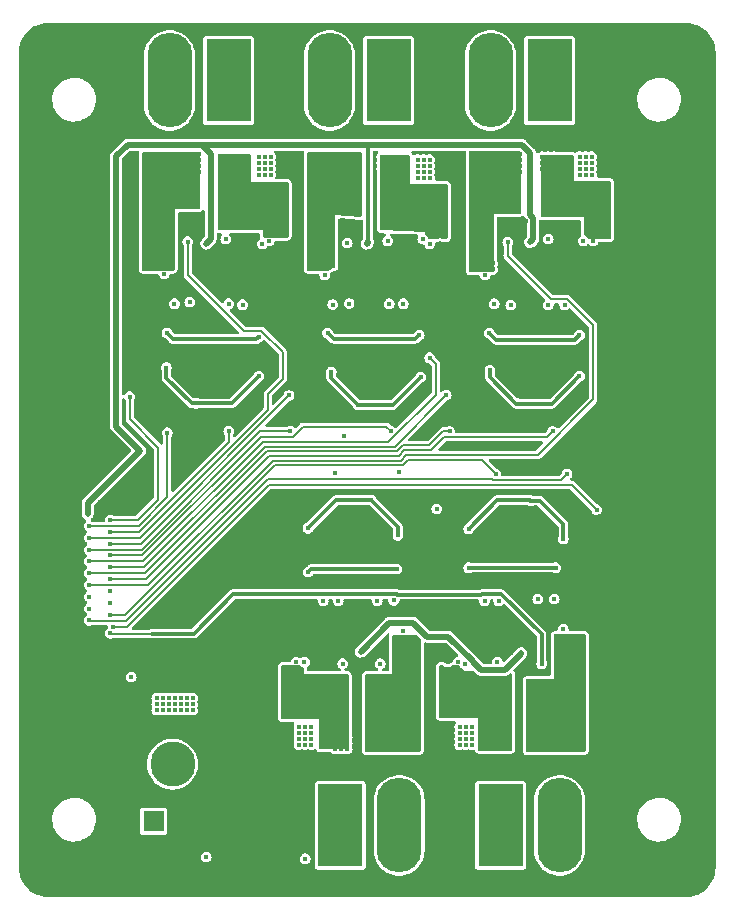
<source format=gbr>
%TF.GenerationSoftware,KiCad,Pcbnew,7.0.11*%
%TF.CreationDate,2025-11-07T14:33:39+09:00*%
%TF.ProjectId,motorDrive,6d6f746f-7244-4726-9976-652e6b696361,rev?*%
%TF.SameCoordinates,Original*%
%TF.FileFunction,Copper,L2,Inr*%
%TF.FilePolarity,Positive*%
%FSLAX46Y46*%
G04 Gerber Fmt 4.6, Leading zero omitted, Abs format (unit mm)*
G04 Created by KiCad (PCBNEW 7.0.11) date 2025-11-07 14:33:39*
%MOMM*%
%LPD*%
G01*
G04 APERTURE LIST*
%TA.AperFunction,ComponentPad*%
%ADD10R,3.800000X7.000000*%
%TD*%
%TA.AperFunction,ComponentPad*%
%ADD11O,3.800000X8.000000*%
%TD*%
%TA.AperFunction,ComponentPad*%
%ADD12R,1.800000X1.800000*%
%TD*%
%TA.AperFunction,ComponentPad*%
%ADD13O,1.800000X1.800000*%
%TD*%
%TA.AperFunction,ComponentPad*%
%ADD14R,3.800000X3.800000*%
%TD*%
%TA.AperFunction,ComponentPad*%
%ADD15C,3.800000*%
%TD*%
%TA.AperFunction,ViaPad*%
%ADD16C,0.400000*%
%TD*%
%TA.AperFunction,Conductor*%
%ADD17C,0.300000*%
%TD*%
%TA.AperFunction,Conductor*%
%ADD18C,0.500000*%
%TD*%
%TA.AperFunction,Conductor*%
%ADD19C,0.200000*%
%TD*%
G04 APERTURE END LIST*
D10*
%TO.N,/FL_motor/SB*%
%TO.C,J104*%
X135850000Y-44093000D03*
D11*
%TO.N,/FL_motor/OUT_A*%
X130850000Y-44093000D03*
%TD*%
D10*
%TO.N,/ST_motor/SB*%
%TO.C,J103*%
X122301000Y-44093000D03*
D11*
%TO.N,/ST_motor/OUT_A*%
X117301000Y-44093000D03*
%TD*%
D12*
%TO.N,+BATT*%
%TO.C,D101*%
X115951000Y-106807000D03*
D13*
%TO.N,GND*%
X126111000Y-106807000D03*
%TD*%
D14*
%TO.N,GND*%
%TO.C,J101*%
X122555000Y-101981000D03*
D15*
%TO.N,+BATT*%
X117555000Y-101981000D03*
%TD*%
D10*
%TO.N,/RR_motor/SB*%
%TO.C,J107*%
X145328000Y-107164000D03*
D11*
%TO.N,/RR_motor/OUT_A*%
X150328000Y-107164000D03*
%TD*%
D10*
%TO.N,/FR_motor/SB*%
%TO.C,J105*%
X149479000Y-44093000D03*
D11*
%TO.N,/FR_motor/OUT_A*%
X144479000Y-44093000D03*
%TD*%
D10*
%TO.N,/RL_motor/SB*%
%TO.C,J106*%
X131739000Y-107164000D03*
D11*
%TO.N,/RL_motor/OUT_A*%
X136739000Y-107164000D03*
%TD*%
D16*
%TO.N,GND*%
X144653000Y-91567000D03*
X135636000Y-58801000D03*
X141605000Y-102870000D03*
X149860000Y-59690000D03*
X162433000Y-110363000D03*
X131572000Y-91313000D03*
X139700000Y-47371000D03*
X121920000Y-58801000D03*
X133096000Y-91821000D03*
X135128000Y-58801000D03*
X145669000Y-92583000D03*
X122428000Y-59309000D03*
X121412000Y-60325000D03*
X132588000Y-91313000D03*
X148844000Y-73660000D03*
X142240000Y-88265000D03*
X157353000Y-74930000D03*
X132588000Y-91821000D03*
X131064000Y-91313000D03*
X117496981Y-60645862D03*
X112903000Y-94107000D03*
X105400000Y-71500000D03*
X105800000Y-74500000D03*
X135636000Y-58293000D03*
X147574000Y-111887000D03*
X105537000Y-58166000D03*
X139446000Y-60071000D03*
X148336000Y-60198000D03*
X136144000Y-59817000D03*
X131149000Y-60452000D03*
X113100000Y-104200000D03*
X161290000Y-65659000D03*
X141732000Y-90551000D03*
X120904000Y-59817000D03*
X136144000Y-58293000D03*
X137668000Y-68199000D03*
X146177000Y-91059000D03*
X134620000Y-59817000D03*
X119126000Y-74803000D03*
X132588000Y-90805000D03*
X162306000Y-100965000D03*
X147447000Y-56007000D03*
X110744000Y-50292000D03*
X149352000Y-58166000D03*
X135128000Y-111252000D03*
X150495000Y-88646000D03*
X141605000Y-60325000D03*
X151638000Y-67691000D03*
X146685000Y-90551000D03*
X144018000Y-67056000D03*
X150749000Y-71628000D03*
X146558000Y-75057000D03*
X136779000Y-84328000D03*
X140843000Y-93345000D03*
X145669000Y-91059000D03*
X141605000Y-107442000D03*
X131572000Y-91821000D03*
X121539000Y-73914000D03*
X135128000Y-60325000D03*
X121412000Y-58801000D03*
X134620000Y-60325000D03*
X126619000Y-58039000D03*
X127889000Y-85979000D03*
X124841000Y-81915000D03*
X125730000Y-42672000D03*
X112300000Y-100600000D03*
X132588000Y-92329000D03*
X127254000Y-92964000D03*
X132031868Y-74187950D03*
X128143000Y-90932000D03*
X133096000Y-90805000D03*
X121920000Y-59817000D03*
X105537000Y-90551000D03*
X122428000Y-58293000D03*
X110490000Y-41148000D03*
X139700000Y-45847000D03*
X106553000Y-51689000D03*
X162941000Y-41656000D03*
X156337000Y-88773000D03*
X145838000Y-59817000D03*
X135636000Y-59309000D03*
X148844000Y-59690000D03*
X142875000Y-109474000D03*
X135128000Y-59309000D03*
X148844000Y-58674000D03*
X124333000Y-67437000D03*
X148844000Y-60198000D03*
X156337000Y-99314000D03*
X110900000Y-103200000D03*
X141478000Y-61849000D03*
X144653000Y-91059000D03*
X149352000Y-59182000D03*
X113700000Y-101600000D03*
X145669000Y-91567000D03*
X146685000Y-91059000D03*
X162306000Y-95250000D03*
X152146000Y-73914000D03*
X136144000Y-60325000D03*
X149352000Y-60198000D03*
X131064000Y-92837000D03*
X125730000Y-60452000D03*
X133096000Y-91313000D03*
X144653000Y-92075000D03*
X135636000Y-59817000D03*
X153162000Y-59944000D03*
X135636000Y-60325000D03*
X157480000Y-52959000D03*
X132080000Y-92837000D03*
X157353000Y-67691000D03*
X121412000Y-59817000D03*
X119380000Y-87503000D03*
X149860000Y-58674000D03*
X135128000Y-59817000D03*
X131064000Y-92329000D03*
X140208000Y-57912000D03*
X128270000Y-56134000D03*
X136144000Y-58801000D03*
X157353000Y-82169000D03*
X112903000Y-110363000D03*
X105410000Y-110744000D03*
X106045000Y-66802000D03*
X105156000Y-41656000D03*
X126111000Y-70866000D03*
X149987000Y-90424000D03*
X118237000Y-77724000D03*
X146685000Y-91567000D03*
X144653000Y-90551000D03*
X122428000Y-58801000D03*
X145669000Y-92075000D03*
X152146000Y-49530000D03*
X136144000Y-59309000D03*
X125730000Y-45212000D03*
X145161000Y-92075000D03*
X149352000Y-58674000D03*
X154051000Y-47498000D03*
X156337000Y-93599000D03*
X126492000Y-40640000D03*
X138811000Y-62738000D03*
X113919000Y-41656000D03*
X149860000Y-59182000D03*
X146177000Y-91567000D03*
X115570000Y-76708000D03*
X121158000Y-86360000D03*
X132588000Y-92837000D03*
X123825000Y-62357000D03*
X131572000Y-92329000D03*
X146177000Y-90551000D03*
X107188000Y-102235000D03*
X148336000Y-59690000D03*
X127635000Y-61468000D03*
X117475000Y-89916000D03*
X122428000Y-59817000D03*
X144653000Y-92583000D03*
X111379000Y-79756000D03*
X162179000Y-89916000D03*
X157607000Y-60833000D03*
X142748000Y-101727000D03*
X117475000Y-67437000D03*
X122428000Y-60325000D03*
X148336000Y-59182000D03*
X140208000Y-111887000D03*
X131064000Y-67437000D03*
X125730000Y-46863000D03*
X121920000Y-59309000D03*
X131572000Y-92837000D03*
X132080000Y-92329000D03*
X149860000Y-60198000D03*
X154432000Y-111125000D03*
X152273000Y-41529000D03*
X105900000Y-81200000D03*
X148844000Y-59182000D03*
X125222000Y-86233000D03*
X162052000Y-81026000D03*
X139700000Y-42799000D03*
X114221380Y-57706380D03*
X121920000Y-58293000D03*
X161798000Y-56642000D03*
X132080000Y-91821000D03*
X134620000Y-58801000D03*
X145161000Y-90551000D03*
X120650000Y-93472000D03*
X145161000Y-92583000D03*
X127254000Y-83566000D03*
X114681000Y-90297000D03*
X121412000Y-59309000D03*
X115062000Y-62865000D03*
X121920000Y-60325000D03*
X146177000Y-92075000D03*
X149860000Y-58166000D03*
X128524000Y-111506000D03*
X161290000Y-71628000D03*
X140335000Y-40386000D03*
X132080000Y-91313000D03*
X141478000Y-105029000D03*
X129413000Y-83566000D03*
X131064000Y-90805000D03*
X140843000Y-75184000D03*
X154178000Y-58166000D03*
X113411000Y-51689000D03*
X120904000Y-60325000D03*
X150114000Y-84328000D03*
X152146000Y-62484000D03*
X139192000Y-73914000D03*
X149352000Y-59690000D03*
X141605000Y-56007000D03*
X131572000Y-90805000D03*
X131064000Y-91821000D03*
X145161000Y-91567000D03*
X105700000Y-86300000D03*
X134620000Y-59309000D03*
X141605000Y-72136000D03*
X145669000Y-90551000D03*
X120904000Y-59309000D03*
X142748000Y-83566000D03*
X145161000Y-91059000D03*
X146177000Y-92583000D03*
X132080000Y-90805000D03*
X125984000Y-93472000D03*
%TO.N,Net-(IC201-V5)*%
X119574120Y-71433062D03*
X124860000Y-69140000D03*
X117018909Y-68401091D03*
%TO.N,/ST_motor/SA*%
X118745000Y-50800000D03*
X118237000Y-50292000D03*
X119761000Y-51308000D03*
X116840000Y-60452000D03*
X119761000Y-50292000D03*
X116332000Y-59944000D03*
X117729000Y-51308000D03*
X117348000Y-59944000D03*
X118237000Y-51816000D03*
X119253000Y-50292000D03*
X118745000Y-51308000D03*
X119253000Y-51308000D03*
X119253000Y-51816000D03*
X117729000Y-50800000D03*
X117729000Y-50292000D03*
X118745000Y-51816000D03*
X116840000Y-59944000D03*
X118237000Y-51308000D03*
X119253000Y-50800000D03*
X116332000Y-59436000D03*
X119761000Y-51816000D03*
X118745000Y-50292000D03*
X117348000Y-59436000D03*
X118237000Y-50800000D03*
X116840000Y-59436000D03*
X119761000Y-50800000D03*
X117729000Y-51816000D03*
%TO.N,/ST_motor/SB*%
X126873000Y-57023000D03*
X122682000Y-51562000D03*
X126365000Y-56515000D03*
X126873000Y-56007000D03*
X126873000Y-56515000D03*
X125857000Y-56515000D03*
X125730000Y-57658000D03*
X121666000Y-51562000D03*
X122682000Y-50546000D03*
X122174000Y-51562000D03*
X122682000Y-51054000D03*
X122174000Y-50546000D03*
X126365000Y-57023000D03*
X121666000Y-51054000D03*
X122174000Y-51054000D03*
X125857000Y-56007000D03*
X126365000Y-56007000D03*
X121666000Y-50546000D03*
X125857000Y-57023000D03*
%TO.N,+BATT*%
X116205000Y-96393000D03*
X117729000Y-96393000D03*
X138430000Y-65659000D03*
X152019000Y-51054000D03*
X117729000Y-96901000D03*
X138811000Y-50800000D03*
X124841000Y-51054000D03*
X138811000Y-51308000D03*
X118745000Y-96901000D03*
X124841000Y-50546000D03*
X124860000Y-65786000D03*
X138303000Y-52324000D03*
X128270000Y-100330000D03*
X153035000Y-51054000D03*
X128778000Y-109982000D03*
X124841000Y-52070000D03*
X138303000Y-51816000D03*
X117080000Y-65470000D03*
X139319000Y-51308000D03*
X118237000Y-96901000D03*
X116205000Y-96901000D03*
X142367000Y-99314000D03*
X116713000Y-96393000D03*
X152019000Y-50546000D03*
X124841000Y-51562000D03*
X149987000Y-85344000D03*
X128270000Y-99314000D03*
X153035000Y-51562000D03*
X114046000Y-94615000D03*
X125349000Y-52070000D03*
X128270000Y-99822000D03*
X142875000Y-100330000D03*
X129286000Y-99822000D03*
X141859000Y-99822000D03*
X142367000Y-100330000D03*
X141859000Y-98806000D03*
X152527000Y-50546000D03*
X125857000Y-51562000D03*
X141859000Y-99314000D03*
X138811000Y-52324000D03*
X125349000Y-50546000D03*
X119253000Y-96393000D03*
X138303000Y-51308000D03*
X130680000Y-65470000D03*
X152527000Y-51054000D03*
X138811000Y-51816000D03*
X128778000Y-99314000D03*
X142367000Y-99822000D03*
X119253000Y-97409000D03*
X116713000Y-96901000D03*
X125857000Y-52070000D03*
X153035000Y-52070000D03*
X139319000Y-52324000D03*
X128778000Y-99822000D03*
X128778000Y-100330000D03*
X139319000Y-51816000D03*
X138303000Y-50800000D03*
X141859000Y-100330000D03*
X142875000Y-98806000D03*
X118237000Y-97409000D03*
X144380000Y-65490000D03*
X136525000Y-85471000D03*
X128778000Y-98806000D03*
X129032000Y-85725000D03*
X152527000Y-51562000D03*
X125857000Y-50546000D03*
X116713000Y-97409000D03*
X117221000Y-96901000D03*
X120396000Y-109855000D03*
X142367000Y-98806000D03*
X129286000Y-98806000D03*
X152527000Y-52070000D03*
X117221000Y-96393000D03*
X118745000Y-96393000D03*
X129286000Y-99314000D03*
X118745000Y-97409000D03*
X125857000Y-51054000D03*
X142621000Y-85344000D03*
X117221000Y-97409000D03*
X116205000Y-97409000D03*
X117729000Y-97409000D03*
X152019000Y-52070000D03*
X125349000Y-51054000D03*
X142875000Y-99822000D03*
X118237000Y-96393000D03*
X152000000Y-65659000D03*
X119253000Y-96901000D03*
X152019000Y-51562000D03*
X125349000Y-51562000D03*
X128270000Y-98806000D03*
X153035000Y-50546000D03*
X139319000Y-50800000D03*
X142875000Y-99314000D03*
X129286000Y-100330000D03*
%TO.N,+3.3V*%
X147828000Y-57785000D03*
X133477000Y-92456000D03*
X110363000Y-80772000D03*
X114808000Y-75438000D03*
X147066000Y-92583000D03*
X133985000Y-57912000D03*
X120396000Y-57912000D03*
%TO.N,Net-(IC301-V5)*%
X133290000Y-71580000D03*
X138557000Y-69215000D03*
X130978409Y-68771591D03*
%TO.N,/FL_motor/SA*%
X133350000Y-50800000D03*
X132334000Y-51308000D03*
X131318000Y-50800000D03*
X129794000Y-59944000D03*
X132842000Y-50800000D03*
X130810000Y-59436000D03*
X132842000Y-51308000D03*
X132842000Y-51816000D03*
X131318000Y-51308000D03*
X133350000Y-50292000D03*
X130810000Y-59944000D03*
X132334000Y-50292000D03*
X131826000Y-51816000D03*
X133350000Y-51308000D03*
X131318000Y-50292000D03*
X133350000Y-51816000D03*
X131826000Y-50800000D03*
X130302000Y-59944000D03*
X132334000Y-51816000D03*
X132842000Y-50292000D03*
X131318000Y-51816000D03*
X130302000Y-59436000D03*
X132334000Y-50800000D03*
X131826000Y-50292000D03*
X130429000Y-60579000D03*
X129794000Y-59436000D03*
X131826000Y-51308000D03*
%TO.N,/FL_motor/SB*%
X135255000Y-51054000D03*
X136271000Y-50546000D03*
X140462000Y-56896000D03*
X140462000Y-55880000D03*
X136271000Y-51562000D03*
X139954000Y-56896000D03*
X139446000Y-56896000D03*
X135763000Y-51562000D03*
X139446000Y-56388000D03*
X136271000Y-51054000D03*
X139954000Y-55880000D03*
X139954000Y-56388000D03*
X135763000Y-50546000D03*
X139446000Y-55880000D03*
X139319000Y-57912000D03*
X135255000Y-50546000D03*
X135255000Y-51562000D03*
X135763000Y-51054000D03*
X140462000Y-56388000D03*
%TO.N,Net-(IC401-V5)*%
X152000000Y-69140000D03*
X144422909Y-68627091D03*
X146753000Y-71458476D03*
%TO.N,/FR_motor/SA*%
X143637000Y-59563000D03*
X144145000Y-60071000D03*
X144018000Y-60579000D03*
X144653000Y-59563000D03*
X144653000Y-60071000D03*
X146431000Y-51816000D03*
X145415000Y-51308000D03*
X145415000Y-50800000D03*
X146431000Y-50800000D03*
X146939000Y-50292000D03*
X146939000Y-51816000D03*
X146939000Y-50800000D03*
X144907000Y-51308000D03*
X144907000Y-50800000D03*
X145415000Y-51816000D03*
X145923000Y-50800000D03*
X145923000Y-51308000D03*
X144907000Y-51816000D03*
X145923000Y-51816000D03*
X146431000Y-51308000D03*
X145923000Y-50292000D03*
X146939000Y-51308000D03*
X143637000Y-60071000D03*
X144145000Y-59563000D03*
X145415000Y-50292000D03*
X144907000Y-50292000D03*
X146431000Y-50292000D03*
%TO.N,/FR_motor/SB*%
X153162000Y-57658000D03*
X153035000Y-56134000D03*
X154051000Y-56134000D03*
X149352000Y-50546000D03*
X149860000Y-51562000D03*
X149352000Y-51054000D03*
X153543000Y-56642000D03*
X154051000Y-57150000D03*
X148844000Y-51054000D03*
X153035000Y-57150000D03*
X153543000Y-56134000D03*
X153543000Y-57150000D03*
X148844000Y-51562000D03*
X149860000Y-50546000D03*
X148844000Y-50546000D03*
X154051000Y-56642000D03*
X153035000Y-56642000D03*
X149352000Y-51562000D03*
X149860000Y-51054000D03*
%TO.N,Net-(IC501-V5)*%
X134365409Y-79605409D03*
X136630000Y-82620000D03*
X129020000Y-82010000D03*
%TO.N,/RL_motor/SA*%
X136144000Y-100584000D03*
X136525000Y-91313000D03*
X135636000Y-100076000D03*
X136144000Y-99060000D03*
X137033000Y-91821000D03*
X137033000Y-90678000D03*
X135636000Y-99568000D03*
X134112000Y-99060000D03*
X134620000Y-99568000D03*
X136144000Y-100076000D03*
X134620000Y-99060000D03*
X136144000Y-99568000D03*
X135636000Y-100584000D03*
X137541000Y-91821000D03*
X135128000Y-100076000D03*
X134620000Y-100076000D03*
X134620000Y-100584000D03*
X137541000Y-91313000D03*
X137033000Y-91313000D03*
X135128000Y-100584000D03*
X135128000Y-99060000D03*
X134112000Y-100584000D03*
X136525000Y-91821000D03*
X135128000Y-99568000D03*
X134112000Y-100076000D03*
X135636000Y-99060000D03*
X134112000Y-99568000D03*
%TO.N,/RL_motor/SB*%
X131826000Y-99695000D03*
X128143000Y-94742000D03*
X131318000Y-99695000D03*
X132334000Y-100203000D03*
X128143000Y-95250000D03*
X131826000Y-100711000D03*
X127635000Y-95250000D03*
X131826000Y-100203000D03*
X127127000Y-94742000D03*
X131318000Y-100711000D03*
X132334000Y-99695000D03*
X132334000Y-100711000D03*
X127635000Y-94742000D03*
X128143000Y-94234000D03*
X131318000Y-100203000D03*
X127127000Y-94234000D03*
X127635000Y-94234000D03*
X127127000Y-95250000D03*
X128016000Y-93345000D03*
%TO.N,Net-(IC601-V5)*%
X150633591Y-82919409D03*
X147887950Y-79671868D03*
X142621000Y-82042000D03*
%TO.N,/RR_motor/SA*%
X150241000Y-91313000D03*
X147701000Y-99568000D03*
X148209000Y-99568000D03*
X149733000Y-99060000D03*
X149225000Y-100584000D03*
X149733000Y-100584000D03*
X150241000Y-91821000D03*
X148209000Y-100076000D03*
X148717000Y-100076000D03*
X148717000Y-99060000D03*
X149733000Y-100076000D03*
X149733000Y-99568000D03*
X151257000Y-91821000D03*
X147701000Y-100076000D03*
X151257000Y-91313000D03*
X148209000Y-99060000D03*
X148717000Y-99568000D03*
X150749000Y-91821000D03*
X150749000Y-91313000D03*
X148209000Y-100584000D03*
X147701000Y-100584000D03*
X148717000Y-100584000D03*
X149225000Y-100076000D03*
X149225000Y-99568000D03*
X149225000Y-99060000D03*
X150622000Y-90551000D03*
X147701000Y-99060000D03*
%TO.N,/RR_motor/SB*%
X145542000Y-100584000D03*
X145034000Y-100076000D03*
X141224000Y-95377000D03*
X145034000Y-99568000D03*
X141224000Y-94361000D03*
X146050000Y-99568000D03*
X141224000Y-94869000D03*
X141732000Y-94869000D03*
X146050000Y-100076000D03*
X141732000Y-95377000D03*
X145034000Y-100584000D03*
X141732000Y-93345000D03*
X146050000Y-100584000D03*
X140716000Y-94869000D03*
X145542000Y-99568000D03*
X140716000Y-94361000D03*
X145542000Y-100076000D03*
X140716000Y-95377000D03*
X141732000Y-94361000D03*
%TO.N,/ST_motor/GLB*%
X122047000Y-57531000D03*
X123474246Y-63087735D03*
%TO.N,/ST_motor/GHB*%
X122301000Y-62992000D03*
X125152000Y-57912000D03*
%TO.N,/ST_motor/GHA*%
X118999000Y-62865000D03*
%TO.N,/ST_motor/GLA*%
X117714591Y-63006409D03*
%TO.N,/ST_SR*%
X117094000Y-73914000D03*
X110490000Y-81810000D03*
%TO.N,/ST_PWM*%
X122301000Y-73787000D03*
X112280000Y-82310000D03*
%TO.N,/ST_CS*%
X118834686Y-57741067D03*
X110490000Y-82810000D03*
%TO.N,/FL_motor/GLB*%
X135763000Y-57658000D03*
X137088000Y-62992000D03*
%TO.N,/FL_motor/GHB*%
X135890000Y-62992000D03*
X138741000Y-57531000D03*
%TO.N,/FL_motor/GHA*%
X132492557Y-62982920D03*
%TO.N,/FL_motor/GLA*%
X131117091Y-63065909D03*
%TO.N,/FL_PHESE*%
X127411377Y-70764000D03*
X112280000Y-83310000D03*
%TO.N,/FL_SR*%
X127508000Y-73787000D03*
X110490000Y-83820000D03*
%TO.N,/FL_CS*%
X110490000Y-84810000D03*
X132334536Y-57869239D03*
X139319000Y-67564000D03*
%TO.N,/FR_motor/GLB*%
X149352000Y-57531000D03*
X150749000Y-63119000D03*
%TO.N,/FR_motor/GHB*%
X149352000Y-63119000D03*
X152330000Y-57658000D03*
%TO.N,/FR_motor/GHA*%
X146177000Y-63119000D03*
%TO.N,/FR_motor/GLA*%
X144780000Y-62992000D03*
%TO.N,/FR_PHESE*%
X112280000Y-85310000D03*
X140716000Y-70739000D03*
%TO.N,/FR_SR*%
X110490000Y-85810000D03*
X141000377Y-73812000D03*
%TO.N,/FR_CS*%
X145923000Y-57785000D03*
X110490000Y-86810000D03*
%TO.N,/RL_motor/GLB*%
X130302000Y-88138000D03*
X131953000Y-93472000D03*
%TO.N,/RL_motor/GHB*%
X131572000Y-88138000D03*
X128721000Y-93345000D03*
%TO.N,/RL_motor/GHA*%
X134874000Y-88138000D03*
%TO.N,/RL_motor/GLA*%
X136285409Y-88123591D03*
%TO.N,/RL_PHESE*%
X139920000Y-80366000D03*
X112280000Y-88310000D03*
%TO.N,/RL_SR*%
X136745909Y-77224909D03*
X110490000Y-87810000D03*
%TO.N,/RL_CS*%
X110490000Y-88810000D03*
X135128000Y-93472000D03*
%TO.N,/RR_motor/GLB*%
X145034000Y-93345000D03*
X143963000Y-88138000D03*
%TO.N,/RR_motor/GHB*%
X142310796Y-93522325D03*
X145161000Y-88138000D03*
%TO.N,/RR_motor/GHA*%
X148463000Y-88011000D03*
%TO.N,/RR_motor/GLA*%
X149860000Y-88011000D03*
%TO.N,/RR_PHESE*%
X112546201Y-90356027D03*
X153460000Y-80430000D03*
%TO.N,/RR_SR*%
X150946000Y-77418000D03*
X110490000Y-89810000D03*
%TO.N,/RR_CS*%
X148802000Y-93472000D03*
X112293339Y-90900145D03*
%TO.N,/ST_PHESE*%
X113919000Y-70866000D03*
X112280000Y-81310000D03*
%TO.N,/FL_PWM*%
X136017000Y-73787000D03*
X112280000Y-84310000D03*
%TO.N,/FR_PWM*%
X112280000Y-86310000D03*
X149733000Y-73812000D03*
%TO.N,/RL_PWM*%
X112280000Y-87310000D03*
X131318000Y-77318000D03*
%TO.N,/RR_PWM*%
X144930000Y-77420000D03*
X112280000Y-89360000D03*
%TD*%
D17*
%TO.N,Net-(IC201-V5)*%
X124860000Y-69140000D02*
X122570000Y-71430000D01*
X119185062Y-71433062D02*
X119574120Y-71433062D01*
X117018909Y-68401091D02*
X117018909Y-69266909D01*
X122570000Y-71430000D02*
X119577182Y-71430000D01*
X117018909Y-69266909D02*
X119185062Y-71433062D01*
X119577182Y-71430000D02*
X119574120Y-71433062D01*
%TO.N,+BATT*%
X131180000Y-65970000D02*
X130680000Y-65470000D01*
X151589000Y-66070000D02*
X144960000Y-66070000D01*
X136525000Y-85471000D02*
X129286000Y-85471000D01*
X144960000Y-66070000D02*
X144380000Y-65490000D01*
X138430000Y-65659000D02*
X138119000Y-65970000D01*
X124860000Y-65786000D02*
X124646000Y-66000000D01*
X124646000Y-66000000D02*
X117610000Y-66000000D01*
X138119000Y-65970000D02*
X131180000Y-65970000D01*
X117610000Y-66000000D02*
X117080000Y-65470000D01*
X142621000Y-85344000D02*
X149987000Y-85344000D01*
X129286000Y-85471000D02*
X129032000Y-85725000D01*
X152000000Y-65659000D02*
X151589000Y-66070000D01*
D18*
%TO.N,+3.3V*%
X139095000Y-91186000D02*
X137937000Y-90028000D01*
X134112000Y-57785000D02*
X133985000Y-57912000D01*
X112776000Y-73406000D02*
X112776000Y-51973239D01*
X120015000Y-49530000D02*
X134112000Y-49530000D01*
X148097000Y-57516000D02*
X147828000Y-57785000D01*
X110363000Y-79883000D02*
X110363000Y-80772000D01*
X142960796Y-93253086D02*
X140893710Y-91186000D01*
X112761000Y-50530761D02*
X113761761Y-49530000D01*
X114808000Y-75438000D02*
X112776000Y-73406000D01*
X147828000Y-50261761D02*
X147828000Y-55468761D01*
X147066000Y-92613239D02*
X145684239Y-93995000D01*
X112761000Y-51958239D02*
X112761000Y-50530761D01*
X147828000Y-55468761D02*
X148097000Y-55737761D01*
X120777000Y-57531000D02*
X120396000Y-57912000D01*
X120015000Y-49530000D02*
X120777000Y-50292000D01*
X134112000Y-49530000D02*
X147096239Y-49530000D01*
D17*
X134112000Y-49530000D02*
X134112000Y-57785000D01*
D18*
X114808000Y-75438000D02*
X110363000Y-79883000D01*
X137937000Y-90028000D02*
X135905000Y-90028000D01*
X143652000Y-93995000D02*
X142960796Y-93303796D01*
X140893710Y-91186000D02*
X139095000Y-91186000D01*
X145684239Y-93995000D02*
X143652000Y-93995000D01*
X142960796Y-93303796D02*
X142960796Y-93253086D01*
X113761761Y-49530000D02*
X120015000Y-49530000D01*
X147066000Y-92583000D02*
X147066000Y-92613239D01*
X135905000Y-90028000D02*
X133477000Y-92456000D01*
X147096239Y-49530000D02*
X147828000Y-50261761D01*
X120777000Y-50292000D02*
X120777000Y-57531000D01*
X148097000Y-55737761D02*
X148097000Y-57516000D01*
X112776000Y-51973239D02*
X112761000Y-51958239D01*
D17*
%TO.N,Net-(IC301-V5)*%
X138557000Y-69215000D02*
X136192000Y-71580000D01*
X136192000Y-71580000D02*
X133290000Y-71580000D01*
X130978409Y-68771591D02*
X130978409Y-69268409D01*
X130978409Y-69268409D02*
X133290000Y-71580000D01*
%TO.N,Net-(IC401-V5)*%
X152000000Y-69140000D02*
X149650000Y-71490000D01*
X144422909Y-69222909D02*
X146658476Y-71458476D01*
X146784524Y-71490000D02*
X146753000Y-71458476D01*
X144422909Y-68627091D02*
X144422909Y-69222909D01*
X149650000Y-71490000D02*
X146784524Y-71490000D01*
X146658476Y-71458476D02*
X146753000Y-71458476D01*
%TO.N,Net-(IC501-V5)*%
X129020000Y-82010000D02*
X131424591Y-79605409D01*
X136630000Y-81870000D02*
X134365409Y-79605409D01*
X131424591Y-79605409D02*
X134365409Y-79605409D01*
X136630000Y-82620000D02*
X136630000Y-81870000D01*
%TO.N,Net-(IC601-V5)*%
X142621000Y-82042000D02*
X145058091Y-79604909D01*
X148632868Y-79671868D02*
X147887950Y-79671868D01*
X150633591Y-81672591D02*
X148632868Y-79671868D01*
X147820991Y-79604909D02*
X147887950Y-79671868D01*
X150633591Y-82919409D02*
X150633591Y-81672591D01*
X145058091Y-79604909D02*
X147820991Y-79604909D01*
D19*
%TO.N,/ST_SR*%
X117094000Y-79384319D02*
X117094000Y-73914000D01*
X114668319Y-81810000D02*
X117094000Y-79384319D01*
X110490000Y-81810000D02*
X114668319Y-81810000D01*
%TO.N,/ST_PWM*%
X112280000Y-82310000D02*
X114734005Y-82310000D01*
X114734005Y-82310000D02*
X122301000Y-74743005D01*
X122301000Y-74743005D02*
X122301000Y-73787000D01*
%TO.N,/ST_CS*%
X123579000Y-65286000D02*
X118834686Y-60541686D01*
X126873000Y-69396893D02*
X126873000Y-67091893D01*
X125067107Y-65286000D02*
X123579000Y-65286000D01*
X125611000Y-70658893D02*
X126873000Y-69396893D01*
X125611000Y-71998691D02*
X125611000Y-70658893D01*
X114799691Y-82810000D02*
X125611000Y-71998691D01*
X110490000Y-82810000D02*
X114799691Y-82810000D01*
X118834686Y-60541686D02*
X118834686Y-57741067D01*
X126873000Y-67091893D02*
X125067107Y-65286000D01*
%TO.N,/FL_PHESE*%
X114865377Y-83310000D02*
X127411377Y-70764000D01*
X112280000Y-83310000D02*
X114865377Y-83310000D01*
%TO.N,/FL_SR*%
X114931063Y-83810000D02*
X124954063Y-73787000D01*
X110500000Y-83810000D02*
X114931063Y-83810000D01*
X124954063Y-73787000D02*
X127508000Y-73787000D01*
X110490000Y-83820000D02*
X110500000Y-83810000D01*
%TO.N,/FL_CS*%
X125185435Y-74687000D02*
X115062435Y-84810000D01*
X139827000Y-70684107D02*
X135824107Y-74687000D01*
X135824107Y-74687000D02*
X125185435Y-74687000D01*
X139319000Y-67564000D02*
X139827000Y-68072000D01*
X115062435Y-84810000D02*
X110490000Y-84810000D01*
X139827000Y-68072000D02*
X139827000Y-70684107D01*
%TO.N,/FR_PHESE*%
X112280000Y-85310000D02*
X115128121Y-85310000D01*
X115128121Y-85310000D02*
X125351121Y-75087000D01*
X125351121Y-75087000D02*
X136368000Y-75087000D01*
X136368000Y-75087000D02*
X140716000Y-70739000D01*
%TO.N,/FR_SR*%
X136533686Y-75487000D02*
X137020686Y-75000000D01*
X110490000Y-85810000D02*
X115231000Y-85810000D01*
X140464689Y-73812000D02*
X141000377Y-73812000D01*
X139276689Y-75000000D02*
X140464689Y-73812000D01*
X125554000Y-75487000D02*
X136533686Y-75487000D01*
X115231000Y-85810000D02*
X125554000Y-75487000D01*
X137020686Y-75000000D02*
X139276689Y-75000000D01*
%TO.N,/FR_CS*%
X150956107Y-62619000D02*
X149614000Y-62619000D01*
X115501000Y-86810000D02*
X126024000Y-76287000D01*
X145923000Y-58928000D02*
X145923000Y-57785000D01*
X136865058Y-76287000D02*
X137352058Y-75800000D01*
X110490000Y-86810000D02*
X115501000Y-86810000D01*
X153162000Y-71090107D02*
X153162000Y-64824893D01*
X149614000Y-62619000D02*
X145923000Y-58928000D01*
X153162000Y-64824893D02*
X150956107Y-62619000D01*
X137352058Y-75800000D02*
X148452107Y-75800000D01*
X126024000Y-76287000D02*
X136865058Y-76287000D01*
X148452107Y-75800000D02*
X153162000Y-71090107D01*
%TO.N,/RL_CS*%
X110490000Y-88810000D02*
X110499709Y-88800291D01*
%TO.N,/RR_PHESE*%
X151350000Y-78320000D02*
X153460000Y-80430000D01*
X113652031Y-90356027D02*
X125688058Y-78320000D01*
X112546201Y-90356027D02*
X113652031Y-90356027D01*
X125688058Y-78320000D02*
X151350000Y-78320000D01*
%TO.N,/RR_SR*%
X113586345Y-89856027D02*
X125592372Y-77850000D01*
X112339094Y-89856027D02*
X113586345Y-89856027D01*
X150444000Y-77920000D02*
X150946000Y-77418000D01*
X144652893Y-77850000D02*
X144722893Y-77920000D01*
X110490000Y-89810000D02*
X110499709Y-89800291D01*
X112335121Y-89860000D02*
X112339094Y-89856027D01*
X125592372Y-77850000D02*
X144652893Y-77850000D01*
X110540000Y-89860000D02*
X112335121Y-89860000D01*
X110490000Y-89810000D02*
X110540000Y-89860000D01*
X144722893Y-77920000D02*
X150444000Y-77920000D01*
D17*
%TO.N,/RR_CS*%
X136513227Y-87573591D02*
X136569636Y-87630000D01*
D19*
X112325194Y-90932000D02*
X115828688Y-90932000D01*
D17*
X122690591Y-87573591D02*
X136513227Y-87573591D01*
X143735182Y-87588000D02*
X145388818Y-87588000D01*
D19*
X112293339Y-90900145D02*
X112325194Y-90932000D01*
D17*
X136569636Y-87630000D02*
X143693182Y-87630000D01*
X115828688Y-90932000D02*
X119332182Y-90932000D01*
X148802000Y-91001182D02*
X148802000Y-93472000D01*
X143693182Y-87630000D02*
X143735182Y-87588000D01*
X119332182Y-90932000D02*
X122690591Y-87573591D01*
X145388818Y-87588000D02*
X148802000Y-91001182D01*
D19*
%TO.N,/ST_PHESE*%
X116332000Y-79580633D02*
X116332000Y-75184000D01*
X116332000Y-75184000D02*
X113919000Y-72771000D01*
X112280000Y-81310000D02*
X114602633Y-81310000D01*
X113919000Y-72771000D02*
X113919000Y-70866000D01*
X114602633Y-81310000D02*
X116332000Y-79580633D01*
%TO.N,/FL_PWM*%
X135636000Y-73406000D02*
X136017000Y-73787000D01*
X114996749Y-84310000D02*
X125019749Y-74287000D01*
X125019749Y-74287000D02*
X127715107Y-74287000D01*
X112280000Y-84310000D02*
X114996749Y-84310000D01*
X127715107Y-74287000D02*
X128596107Y-73406000D01*
X128596107Y-73406000D02*
X135636000Y-73406000D01*
%TO.N,/FR_PWM*%
X137186372Y-75400000D02*
X139442375Y-75400000D01*
X141207484Y-74312000D02*
X141224484Y-74295000D01*
X112280000Y-86310000D02*
X115296686Y-86310000D01*
X141224484Y-74295000D02*
X149250000Y-74295000D01*
X125719686Y-75887000D02*
X136699372Y-75887000D01*
X149250000Y-74295000D02*
X149733000Y-73812000D01*
X136699372Y-75887000D02*
X137186372Y-75400000D01*
X115296686Y-86310000D02*
X125719686Y-75887000D01*
X140530375Y-74312000D02*
X141207484Y-74312000D01*
X139442375Y-75400000D02*
X140530375Y-74312000D01*
%TO.N,/RR_PWM*%
X126189686Y-76687000D02*
X137030744Y-76687000D01*
X113516686Y-89360000D02*
X126189686Y-76687000D01*
X143710000Y-76200000D02*
X144930000Y-77420000D01*
X137030744Y-76687000D02*
X137517744Y-76200000D01*
X112280000Y-89360000D02*
X113516686Y-89360000D01*
X137517744Y-76200000D02*
X143710000Y-76200000D01*
%TD*%
%TA.AperFunction,Conductor*%
%TO.N,GND*%
G36*
X113481703Y-71019885D02*
G01*
X113513294Y-71062086D01*
X113521613Y-71080303D01*
X113536118Y-71112063D01*
X113538212Y-71114480D01*
X113539540Y-71117388D01*
X113540913Y-71119524D01*
X113540606Y-71119721D01*
X113567237Y-71178032D01*
X113568500Y-71195683D01*
X113568500Y-72721788D01*
X113565861Y-72747232D01*
X113563957Y-72756311D01*
X113563957Y-72756316D01*
X113567548Y-72785121D01*
X113568396Y-72798795D01*
X113568499Y-72800032D01*
X113571666Y-72819015D01*
X113572403Y-72824077D01*
X113578426Y-72872390D01*
X113580524Y-72879435D01*
X113582907Y-72886379D01*
X113582908Y-72886381D01*
X113599270Y-72916616D01*
X113606082Y-72929203D01*
X113608421Y-72933747D01*
X113629802Y-72977484D01*
X113629804Y-72977486D01*
X113629805Y-72977488D01*
X113634062Y-72983451D01*
X113638583Y-72989259D01*
X113674398Y-73022230D01*
X113678096Y-73025778D01*
X115945181Y-75292863D01*
X115978666Y-75354186D01*
X115981500Y-75380544D01*
X115981500Y-79384089D01*
X115961815Y-79451128D01*
X115945181Y-79471770D01*
X114493770Y-80923181D01*
X114432447Y-80956666D01*
X114406089Y-80959500D01*
X112604293Y-80959500D01*
X112537254Y-80939815D01*
X112469071Y-80895996D01*
X112469066Y-80895994D01*
X112344774Y-80859500D01*
X112344772Y-80859500D01*
X112215228Y-80859500D01*
X112215226Y-80859500D01*
X112090935Y-80895994D01*
X112090932Y-80895995D01*
X112090931Y-80895996D01*
X112062207Y-80914456D01*
X111981950Y-80966033D01*
X111897118Y-81063937D01*
X111897117Y-81063938D01*
X111843302Y-81181774D01*
X111824867Y-81310000D01*
X111824867Y-81310001D01*
X111825996Y-81317854D01*
X111816052Y-81387013D01*
X111770296Y-81439816D01*
X111703258Y-81459500D01*
X110814293Y-81459500D01*
X110747254Y-81439815D01*
X110679073Y-81395998D01*
X110674436Y-81393880D01*
X110621635Y-81348122D01*
X110601954Y-81281081D01*
X110621642Y-81214043D01*
X110658915Y-81176772D01*
X110694128Y-81154143D01*
X110788377Y-81045373D01*
X110848165Y-80914457D01*
X110863500Y-80807799D01*
X110863500Y-80141674D01*
X110883185Y-80074635D01*
X110899814Y-80053998D01*
X115111020Y-75842792D01*
X115111023Y-75842791D01*
X115212791Y-75741023D01*
X115225875Y-75717058D01*
X115235437Y-75702182D01*
X115251796Y-75680331D01*
X115261336Y-75654749D01*
X115268684Y-75638662D01*
X115281765Y-75614707D01*
X115281766Y-75614706D01*
X115287570Y-75588022D01*
X115292548Y-75571067D01*
X115302091Y-75545483D01*
X115304038Y-75518245D01*
X115306552Y-75500759D01*
X115312359Y-75474073D01*
X115310411Y-75446847D01*
X115310411Y-75429150D01*
X115312359Y-75401927D01*
X115306555Y-75375249D01*
X115304037Y-75357731D01*
X115302092Y-75330523D01*
X115302091Y-75330520D01*
X115302091Y-75330517D01*
X115293638Y-75307853D01*
X115292552Y-75304940D01*
X115287568Y-75287965D01*
X115281767Y-75261299D01*
X115281766Y-75261294D01*
X115268685Y-75237339D01*
X115261334Y-75221244D01*
X115260999Y-75220346D01*
X115251796Y-75195669D01*
X115235435Y-75173814D01*
X115225870Y-75158929D01*
X115212792Y-75134978D01*
X113312819Y-73235005D01*
X113279334Y-73173682D01*
X113276500Y-73147324D01*
X113276500Y-71113598D01*
X113296185Y-71046559D01*
X113348989Y-71000804D01*
X113418147Y-70990860D01*
X113481703Y-71019885D01*
G37*
%TD.AperFunction*%
%TA.AperFunction,Conductor*%
G36*
X148878602Y-74665185D02*
G01*
X148924357Y-74717989D01*
X148934301Y-74787147D01*
X148905276Y-74850703D01*
X148899244Y-74857181D01*
X148343244Y-75413181D01*
X148281921Y-75446666D01*
X148255563Y-75449500D01*
X140187919Y-75449500D01*
X140120880Y-75429815D01*
X140075125Y-75377011D01*
X140065181Y-75307853D01*
X140094206Y-75244297D01*
X140100238Y-75237819D01*
X140639238Y-74698819D01*
X140700561Y-74665334D01*
X140726919Y-74662500D01*
X141158273Y-74662500D01*
X141183718Y-74665138D01*
X141192799Y-74667043D01*
X141218157Y-74663881D01*
X141221607Y-74663452D01*
X141235248Y-74662605D01*
X141236510Y-74662500D01*
X141236524Y-74662500D01*
X141244555Y-74661159D01*
X141255498Y-74659334D01*
X141260547Y-74658597D01*
X141308877Y-74652573D01*
X141308885Y-74652568D01*
X141315312Y-74650656D01*
X141350699Y-74645500D01*
X148811563Y-74645500D01*
X148878602Y-74665185D01*
G37*
%TD.AperFunction*%
%TA.AperFunction,Conductor*%
G36*
X161025052Y-39222045D02*
G01*
X161315112Y-39239593D01*
X161329972Y-39241397D01*
X161612117Y-39293104D01*
X161626630Y-39296681D01*
X161900490Y-39382023D01*
X161914479Y-39387329D01*
X162176048Y-39505052D01*
X162189293Y-39512004D01*
X162390349Y-39633549D01*
X162434760Y-39660397D01*
X162447083Y-39668903D01*
X162672867Y-39845795D01*
X162684075Y-39855724D01*
X162886900Y-40058552D01*
X162896823Y-40069753D01*
X163073719Y-40295548D01*
X163082220Y-40307864D01*
X163230605Y-40553327D01*
X163237564Y-40566586D01*
X163355279Y-40828144D01*
X163360588Y-40842144D01*
X163445922Y-41115993D01*
X163449506Y-41130532D01*
X163501205Y-41412658D01*
X163503010Y-41427523D01*
X163520593Y-41718243D01*
X163520819Y-41725729D01*
X163520819Y-41797196D01*
X163520820Y-41797209D01*
X163520820Y-110717564D01*
X163520594Y-110725052D01*
X163503046Y-111015112D01*
X163501241Y-111029976D01*
X163449537Y-111312110D01*
X163445953Y-111326649D01*
X163360620Y-111600489D01*
X163355310Y-111614490D01*
X163237591Y-111876048D01*
X163230633Y-111889306D01*
X163082242Y-112134773D01*
X163073736Y-112147096D01*
X162896840Y-112372887D01*
X162886910Y-112384095D01*
X162684095Y-112586910D01*
X162672887Y-112596840D01*
X162447096Y-112773736D01*
X162434773Y-112782242D01*
X162189306Y-112930633D01*
X162176048Y-112937591D01*
X161914490Y-113055310D01*
X161900489Y-113060620D01*
X161626649Y-113145953D01*
X161612110Y-113149537D01*
X161329976Y-113201241D01*
X161315112Y-113203046D01*
X161028166Y-113220405D01*
X161025070Y-113220593D01*
X161025053Y-113220594D01*
X161017565Y-113220820D01*
X107094819Y-113220820D01*
X107094803Y-113220819D01*
X107025065Y-113220819D01*
X107017579Y-113220593D01*
X106727518Y-113203050D01*
X106712653Y-113201245D01*
X106430520Y-113149544D01*
X106415986Y-113145962D01*
X106252916Y-113095149D01*
X106142132Y-113060628D01*
X106128132Y-113055318D01*
X105866568Y-112937600D01*
X105853309Y-112930641D01*
X105607842Y-112782253D01*
X105595519Y-112773747D01*
X105369734Y-112596859D01*
X105358525Y-112586930D01*
X105155694Y-112384102D01*
X105145765Y-112372894D01*
X104968870Y-112147106D01*
X104960364Y-112134783D01*
X104811973Y-111889319D01*
X104805017Y-111876066D01*
X104687289Y-111614490D01*
X104681982Y-111600496D01*
X104673384Y-111572906D01*
X104596646Y-111326649D01*
X104593063Y-111312114D01*
X104593062Y-111312110D01*
X104541357Y-111029976D01*
X104539553Y-111015114D01*
X104533466Y-110914500D01*
X104522046Y-110725713D01*
X104521820Y-110718225D01*
X104521820Y-110688678D01*
X129588500Y-110688678D01*
X129603032Y-110761735D01*
X129603033Y-110761739D01*
X129603034Y-110761740D01*
X129658399Y-110844601D01*
X129731270Y-110893291D01*
X129741260Y-110899966D01*
X129741264Y-110899967D01*
X129814321Y-110914499D01*
X129814324Y-110914500D01*
X129814326Y-110914500D01*
X133663676Y-110914500D01*
X133663677Y-110914499D01*
X133736740Y-110899966D01*
X133819601Y-110844601D01*
X133874966Y-110761740D01*
X133889500Y-110688674D01*
X133889500Y-109337455D01*
X134588500Y-109337455D01*
X134603551Y-109557511D01*
X134603552Y-109557513D01*
X134663404Y-109845543D01*
X134663409Y-109845559D01*
X134761927Y-110122762D01*
X134897278Y-110383977D01*
X134897282Y-110383983D01*
X135066932Y-110624323D01*
X135267743Y-110839338D01*
X135360130Y-110914500D01*
X135495951Y-111024999D01*
X135495953Y-111025000D01*
X135495954Y-111025001D01*
X135747319Y-111177860D01*
X135747324Y-111177862D01*
X136017154Y-111295065D01*
X136017159Y-111295067D01*
X136300445Y-111374440D01*
X136556681Y-111409659D01*
X136591901Y-111414500D01*
X136591902Y-111414500D01*
X136886099Y-111414500D01*
X136917520Y-111410180D01*
X137177555Y-111374440D01*
X137460841Y-111295067D01*
X137730682Y-111177859D01*
X137982049Y-111024999D01*
X138210260Y-110839335D01*
X138350964Y-110688678D01*
X143177500Y-110688678D01*
X143192032Y-110761735D01*
X143192033Y-110761739D01*
X143192034Y-110761740D01*
X143247399Y-110844601D01*
X143320270Y-110893291D01*
X143330260Y-110899966D01*
X143330264Y-110899967D01*
X143403321Y-110914499D01*
X143403324Y-110914500D01*
X143403326Y-110914500D01*
X147252676Y-110914500D01*
X147252677Y-110914499D01*
X147325740Y-110899966D01*
X147408601Y-110844601D01*
X147463966Y-110761740D01*
X147478500Y-110688674D01*
X147478500Y-109337455D01*
X148177500Y-109337455D01*
X148192551Y-109557511D01*
X148192552Y-109557513D01*
X148252404Y-109845543D01*
X148252409Y-109845559D01*
X148350927Y-110122762D01*
X148486278Y-110383977D01*
X148486282Y-110383983D01*
X148655932Y-110624323D01*
X148856743Y-110839338D01*
X148949130Y-110914500D01*
X149084951Y-111024999D01*
X149084953Y-111025000D01*
X149084954Y-111025001D01*
X149336319Y-111177860D01*
X149336324Y-111177862D01*
X149606154Y-111295065D01*
X149606159Y-111295067D01*
X149889445Y-111374440D01*
X150145681Y-111409659D01*
X150180901Y-111414500D01*
X150180902Y-111414500D01*
X150475099Y-111414500D01*
X150506520Y-111410180D01*
X150766555Y-111374440D01*
X151049841Y-111295067D01*
X151319682Y-111177859D01*
X151571049Y-111024999D01*
X151799260Y-110839335D01*
X152000065Y-110624326D01*
X152169722Y-110383976D01*
X152305072Y-110122764D01*
X152403592Y-109845554D01*
X152403592Y-109845549D01*
X152403595Y-109845543D01*
X152452761Y-109608938D01*
X152463448Y-109557511D01*
X152478500Y-109337462D01*
X152478500Y-106747763D01*
X156895787Y-106747763D01*
X156925413Y-107017013D01*
X156925415Y-107017024D01*
X156993926Y-107279082D01*
X156993928Y-107279088D01*
X157099870Y-107528390D01*
X157171998Y-107646575D01*
X157240979Y-107759605D01*
X157240986Y-107759615D01*
X157414253Y-107967819D01*
X157414259Y-107967824D01*
X157615998Y-108148582D01*
X157841910Y-108298044D01*
X158087176Y-108413020D01*
X158087183Y-108413022D01*
X158087185Y-108413023D01*
X158346557Y-108491057D01*
X158346564Y-108491058D01*
X158346569Y-108491060D01*
X158614561Y-108530500D01*
X158614566Y-108530500D01*
X158817629Y-108530500D01*
X158817631Y-108530500D01*
X158817636Y-108530499D01*
X158817648Y-108530499D01*
X158855191Y-108527750D01*
X159020156Y-108515677D01*
X159132758Y-108490593D01*
X159284546Y-108456782D01*
X159284548Y-108456781D01*
X159284553Y-108456780D01*
X159537558Y-108360014D01*
X159773777Y-108227441D01*
X159988177Y-108061888D01*
X160176186Y-107866881D01*
X160333799Y-107646579D01*
X160407787Y-107502669D01*
X160457649Y-107405690D01*
X160457651Y-107405684D01*
X160457656Y-107405675D01*
X160545118Y-107149305D01*
X160594319Y-106882933D01*
X160604212Y-106612235D01*
X160574586Y-106342982D01*
X160506072Y-106080912D01*
X160400130Y-105831610D01*
X160259018Y-105600390D01*
X160169747Y-105493119D01*
X160085746Y-105392180D01*
X160085740Y-105392175D01*
X159884002Y-105211418D01*
X159658092Y-105061957D01*
X159658090Y-105061956D01*
X159412824Y-104946980D01*
X159412819Y-104946978D01*
X159412814Y-104946976D01*
X159153442Y-104868942D01*
X159153428Y-104868939D01*
X159037791Y-104851921D01*
X158885439Y-104829500D01*
X158682369Y-104829500D01*
X158682351Y-104829500D01*
X158479844Y-104844323D01*
X158479831Y-104844325D01*
X158215453Y-104903217D01*
X158215446Y-104903220D01*
X157962439Y-104999987D01*
X157726226Y-105132557D01*
X157511822Y-105298112D01*
X157323822Y-105493109D01*
X157323816Y-105493116D01*
X157166202Y-105713419D01*
X157166199Y-105713424D01*
X157042350Y-105954309D01*
X157042343Y-105954327D01*
X156954884Y-106210685D01*
X156954881Y-106210699D01*
X156905681Y-106477068D01*
X156905680Y-106477075D01*
X156895787Y-106747763D01*
X152478500Y-106747763D01*
X152478500Y-104990538D01*
X152463448Y-104770489D01*
X152446089Y-104686955D01*
X152403595Y-104482456D01*
X152403590Y-104482440D01*
X152305072Y-104205237D01*
X152305072Y-104205236D01*
X152169722Y-103944024D01*
X152169721Y-103944022D01*
X152169717Y-103944016D01*
X152000067Y-103703676D01*
X151862462Y-103556338D01*
X151799260Y-103488665D01*
X151799258Y-103488664D01*
X151799256Y-103488661D01*
X151571045Y-103302998D01*
X151319680Y-103150139D01*
X151319675Y-103150137D01*
X151049845Y-103032934D01*
X150766560Y-102953561D01*
X150766556Y-102953560D01*
X150766555Y-102953560D01*
X150620826Y-102933530D01*
X150475099Y-102913500D01*
X150475098Y-102913500D01*
X150180902Y-102913500D01*
X150180901Y-102913500D01*
X149889445Y-102953560D01*
X149889439Y-102953561D01*
X149606154Y-103032934D01*
X149336324Y-103150137D01*
X149336319Y-103150139D01*
X149084954Y-103302998D01*
X148856743Y-103488661D01*
X148655932Y-103703676D01*
X148486282Y-103944016D01*
X148486278Y-103944022D01*
X148350927Y-104205237D01*
X148252409Y-104482440D01*
X148252404Y-104482456D01*
X148192552Y-104770486D01*
X148192551Y-104770488D01*
X148183473Y-104903217D01*
X148180480Y-104946980D01*
X148177500Y-104990544D01*
X148177500Y-109337455D01*
X147478500Y-109337455D01*
X147478500Y-103639326D01*
X147478500Y-103639323D01*
X147478499Y-103639321D01*
X147463967Y-103566264D01*
X147463966Y-103566260D01*
X147457334Y-103556335D01*
X147408601Y-103483399D01*
X147325740Y-103428034D01*
X147325739Y-103428033D01*
X147325735Y-103428032D01*
X147252677Y-103413500D01*
X147252674Y-103413500D01*
X143403326Y-103413500D01*
X143403323Y-103413500D01*
X143330264Y-103428032D01*
X143330260Y-103428033D01*
X143247399Y-103483399D01*
X143192033Y-103566260D01*
X143192032Y-103566264D01*
X143177500Y-103639321D01*
X143177500Y-110688678D01*
X138350964Y-110688678D01*
X138411065Y-110624326D01*
X138580722Y-110383976D01*
X138716072Y-110122764D01*
X138814592Y-109845554D01*
X138814592Y-109845549D01*
X138814595Y-109845543D01*
X138863761Y-109608938D01*
X138874448Y-109557511D01*
X138889500Y-109337462D01*
X138889500Y-104990538D01*
X138874448Y-104770489D01*
X138857089Y-104686955D01*
X138814595Y-104482456D01*
X138814590Y-104482440D01*
X138716072Y-104205237D01*
X138716072Y-104205236D01*
X138580722Y-103944024D01*
X138580721Y-103944022D01*
X138580717Y-103944016D01*
X138411067Y-103703676D01*
X138273462Y-103556338D01*
X138210260Y-103488665D01*
X138210258Y-103488664D01*
X138210256Y-103488661D01*
X137982045Y-103302998D01*
X137730680Y-103150139D01*
X137730675Y-103150137D01*
X137460845Y-103032934D01*
X137177560Y-102953561D01*
X137177556Y-102953560D01*
X137177555Y-102953560D01*
X137031826Y-102933530D01*
X136886099Y-102913500D01*
X136886098Y-102913500D01*
X136591902Y-102913500D01*
X136591901Y-102913500D01*
X136300445Y-102953560D01*
X136300439Y-102953561D01*
X136017154Y-103032934D01*
X135747324Y-103150137D01*
X135747319Y-103150139D01*
X135495954Y-103302998D01*
X135267743Y-103488661D01*
X135066932Y-103703676D01*
X134897282Y-103944016D01*
X134897278Y-103944022D01*
X134761927Y-104205237D01*
X134663409Y-104482440D01*
X134663404Y-104482456D01*
X134603552Y-104770486D01*
X134603551Y-104770488D01*
X134594473Y-104903217D01*
X134591480Y-104946980D01*
X134588500Y-104990544D01*
X134588500Y-109337455D01*
X133889500Y-109337455D01*
X133889500Y-103639326D01*
X133889500Y-103639323D01*
X133889499Y-103639321D01*
X133874967Y-103566264D01*
X133874966Y-103566260D01*
X133868334Y-103556335D01*
X133819601Y-103483399D01*
X133736740Y-103428034D01*
X133736739Y-103428033D01*
X133736735Y-103428032D01*
X133663677Y-103413500D01*
X133663674Y-103413500D01*
X129814326Y-103413500D01*
X129814323Y-103413500D01*
X129741264Y-103428032D01*
X129741260Y-103428033D01*
X129658399Y-103483399D01*
X129603033Y-103566260D01*
X129603032Y-103566264D01*
X129588500Y-103639321D01*
X129588500Y-110688678D01*
X104521820Y-110688678D01*
X104521820Y-109855000D01*
X119940867Y-109855000D01*
X119959302Y-109983225D01*
X120013117Y-110101061D01*
X120013118Y-110101063D01*
X120097951Y-110198967D01*
X120206931Y-110269004D01*
X120331225Y-110305499D01*
X120331227Y-110305500D01*
X120331228Y-110305500D01*
X120460773Y-110305500D01*
X120460773Y-110305499D01*
X120585069Y-110269004D01*
X120694049Y-110198967D01*
X120778882Y-110101063D01*
X120832697Y-109983226D01*
X120832873Y-109982000D01*
X128322867Y-109982000D01*
X128341302Y-110110225D01*
X128381830Y-110198967D01*
X128395118Y-110228063D01*
X128479951Y-110325967D01*
X128588931Y-110396004D01*
X128713225Y-110432499D01*
X128713227Y-110432500D01*
X128713228Y-110432500D01*
X128842773Y-110432500D01*
X128842773Y-110432499D01*
X128967069Y-110396004D01*
X129076049Y-110325967D01*
X129160882Y-110228063D01*
X129214697Y-110110226D01*
X129233133Y-109982000D01*
X129214697Y-109853774D01*
X129160882Y-109735937D01*
X129076049Y-109638033D01*
X128967069Y-109567996D01*
X128967065Y-109567994D01*
X128967064Y-109567994D01*
X128842774Y-109531500D01*
X128842772Y-109531500D01*
X128713228Y-109531500D01*
X128713226Y-109531500D01*
X128588935Y-109567994D01*
X128588932Y-109567995D01*
X128588931Y-109567996D01*
X128537677Y-109600934D01*
X128479950Y-109638033D01*
X128395118Y-109735937D01*
X128395117Y-109735938D01*
X128341302Y-109853774D01*
X128322867Y-109982000D01*
X120832873Y-109982000D01*
X120851133Y-109855000D01*
X120832697Y-109726774D01*
X120778882Y-109608937D01*
X120694049Y-109511033D01*
X120585069Y-109440996D01*
X120585065Y-109440994D01*
X120585064Y-109440994D01*
X120460774Y-109404500D01*
X120460772Y-109404500D01*
X120331228Y-109404500D01*
X120331226Y-109404500D01*
X120206935Y-109440994D01*
X120206932Y-109440995D01*
X120206931Y-109440996D01*
X120155677Y-109473934D01*
X120097950Y-109511033D01*
X120013118Y-109608937D01*
X120013117Y-109608938D01*
X119959302Y-109726774D01*
X119940867Y-109855000D01*
X104521820Y-109855000D01*
X104521820Y-106747763D01*
X107365787Y-106747763D01*
X107395413Y-107017013D01*
X107395415Y-107017024D01*
X107463926Y-107279082D01*
X107463928Y-107279088D01*
X107569870Y-107528390D01*
X107641998Y-107646575D01*
X107710979Y-107759605D01*
X107710986Y-107759615D01*
X107884253Y-107967819D01*
X107884259Y-107967824D01*
X108085998Y-108148582D01*
X108311910Y-108298044D01*
X108557176Y-108413020D01*
X108557183Y-108413022D01*
X108557185Y-108413023D01*
X108816557Y-108491057D01*
X108816564Y-108491058D01*
X108816569Y-108491060D01*
X109084561Y-108530500D01*
X109084566Y-108530500D01*
X109287629Y-108530500D01*
X109287631Y-108530500D01*
X109287636Y-108530499D01*
X109287648Y-108530499D01*
X109325191Y-108527750D01*
X109490156Y-108515677D01*
X109602758Y-108490593D01*
X109754546Y-108456782D01*
X109754548Y-108456781D01*
X109754553Y-108456780D01*
X110007558Y-108360014D01*
X110243777Y-108227441D01*
X110458177Y-108061888D01*
X110646186Y-107866881D01*
X110742916Y-107731678D01*
X114800500Y-107731678D01*
X114815032Y-107804735D01*
X114815033Y-107804739D01*
X114815034Y-107804740D01*
X114870399Y-107887601D01*
X114953260Y-107942966D01*
X114953264Y-107942967D01*
X115026321Y-107957499D01*
X115026324Y-107957500D01*
X115026326Y-107957500D01*
X116875676Y-107957500D01*
X116875677Y-107957499D01*
X116948740Y-107942966D01*
X117031601Y-107887601D01*
X117086966Y-107804740D01*
X117101500Y-107731674D01*
X117101500Y-105882326D01*
X117101500Y-105882323D01*
X117101499Y-105882321D01*
X117086967Y-105809264D01*
X117086966Y-105809260D01*
X117031601Y-105726399D01*
X116948740Y-105671034D01*
X116948739Y-105671033D01*
X116948735Y-105671032D01*
X116875677Y-105656500D01*
X116875674Y-105656500D01*
X115026326Y-105656500D01*
X115026323Y-105656500D01*
X114953264Y-105671032D01*
X114953260Y-105671033D01*
X114870399Y-105726399D01*
X114815033Y-105809260D01*
X114815032Y-105809264D01*
X114800500Y-105882321D01*
X114800500Y-107731678D01*
X110742916Y-107731678D01*
X110803799Y-107646579D01*
X110877787Y-107502669D01*
X110927649Y-107405690D01*
X110927651Y-107405684D01*
X110927656Y-107405675D01*
X111015118Y-107149305D01*
X111064319Y-106882933D01*
X111074212Y-106612235D01*
X111044586Y-106342982D01*
X110976072Y-106080912D01*
X110870130Y-105831610D01*
X110729018Y-105600390D01*
X110639747Y-105493119D01*
X110555746Y-105392180D01*
X110555740Y-105392175D01*
X110354002Y-105211418D01*
X110128092Y-105061957D01*
X110128090Y-105061956D01*
X109882824Y-104946980D01*
X109882819Y-104946978D01*
X109882814Y-104946976D01*
X109623442Y-104868942D01*
X109623428Y-104868939D01*
X109507791Y-104851921D01*
X109355439Y-104829500D01*
X109152369Y-104829500D01*
X109152351Y-104829500D01*
X108949844Y-104844323D01*
X108949831Y-104844325D01*
X108685453Y-104903217D01*
X108685446Y-104903220D01*
X108432439Y-104999987D01*
X108196226Y-105132557D01*
X107981822Y-105298112D01*
X107793822Y-105493109D01*
X107793816Y-105493116D01*
X107636202Y-105713419D01*
X107636199Y-105713424D01*
X107512350Y-105954309D01*
X107512343Y-105954327D01*
X107424884Y-106210685D01*
X107424881Y-106210699D01*
X107375681Y-106477068D01*
X107375680Y-106477075D01*
X107365787Y-106747763D01*
X104521820Y-106747763D01*
X104521820Y-101981000D01*
X115399475Y-101981000D01*
X115419551Y-102274511D01*
X115419552Y-102274513D01*
X115479404Y-102562543D01*
X115479409Y-102562559D01*
X115577927Y-102839762D01*
X115713278Y-103100977D01*
X115713282Y-103100983D01*
X115882932Y-103341323D01*
X115882935Y-103341326D01*
X116020540Y-103488665D01*
X116083743Y-103556338D01*
X116185749Y-103639326D01*
X116311951Y-103741999D01*
X116311953Y-103742000D01*
X116311954Y-103742001D01*
X116563319Y-103894860D01*
X116563324Y-103894862D01*
X116833154Y-104012065D01*
X116833159Y-104012067D01*
X117116445Y-104091440D01*
X117372681Y-104126659D01*
X117407901Y-104131500D01*
X117407902Y-104131500D01*
X117702099Y-104131500D01*
X117733520Y-104127180D01*
X117993555Y-104091440D01*
X118276841Y-104012067D01*
X118546682Y-103894859D01*
X118798049Y-103741999D01*
X119026260Y-103556335D01*
X119227065Y-103341326D01*
X119396722Y-103100976D01*
X119532072Y-102839764D01*
X119630592Y-102562554D01*
X119630592Y-102562549D01*
X119630595Y-102562543D01*
X119663511Y-102404135D01*
X119690448Y-102274511D01*
X119710525Y-101981000D01*
X119690448Y-101687489D01*
X119673089Y-101603955D01*
X119630595Y-101399456D01*
X119630590Y-101399440D01*
X119566995Y-101220500D01*
X119532072Y-101122236D01*
X119396722Y-100861024D01*
X119396721Y-100861022D01*
X119396717Y-100861016D01*
X119227067Y-100620676D01*
X119026256Y-100405661D01*
X118798045Y-100219998D01*
X118546680Y-100067139D01*
X118546675Y-100067137D01*
X118276845Y-99949934D01*
X117993560Y-99870561D01*
X117993556Y-99870560D01*
X117993555Y-99870560D01*
X117847826Y-99850530D01*
X117702099Y-99830500D01*
X117702098Y-99830500D01*
X117407902Y-99830500D01*
X117407901Y-99830500D01*
X117116445Y-99870560D01*
X117116439Y-99870561D01*
X116833154Y-99949934D01*
X116563324Y-100067137D01*
X116563319Y-100067139D01*
X116311954Y-100219998D01*
X116083743Y-100405661D01*
X115882932Y-100620676D01*
X115713282Y-100861016D01*
X115713278Y-100861022D01*
X115577927Y-101122237D01*
X115479409Y-101399440D01*
X115479404Y-101399456D01*
X115419552Y-101687486D01*
X115419551Y-101687488D01*
X115399475Y-101981000D01*
X104521820Y-101981000D01*
X104521820Y-98047002D01*
X126490500Y-98047002D01*
X126496338Y-98101312D01*
X126507543Y-98152818D01*
X126507546Y-98152827D01*
X126514779Y-98179192D01*
X126514783Y-98179203D01*
X126564105Y-98265818D01*
X126564110Y-98265825D01*
X126564112Y-98265828D01*
X126584319Y-98289148D01*
X126609863Y-98318628D01*
X126609866Y-98318631D01*
X126609867Y-98318632D01*
X126642641Y-98350257D01*
X126730976Y-98396465D01*
X126730977Y-98396465D01*
X126730977Y-98396466D01*
X126781105Y-98411184D01*
X126798015Y-98416150D01*
X126798019Y-98416150D01*
X126798021Y-98416151D01*
X126809652Y-98417823D01*
X126870000Y-98426500D01*
X127755109Y-98426500D01*
X127822148Y-98446185D01*
X127867903Y-98498989D01*
X127877847Y-98568147D01*
X127867903Y-98602012D01*
X127833302Y-98677774D01*
X127814867Y-98806000D01*
X127833302Y-98934223D01*
X127867218Y-99008489D01*
X127877161Y-99077648D01*
X127867218Y-99111511D01*
X127833302Y-99185776D01*
X127814867Y-99314000D01*
X127833302Y-99442223D01*
X127833302Y-99442224D01*
X127833303Y-99442226D01*
X127836368Y-99448937D01*
X127867218Y-99516489D01*
X127877161Y-99585648D01*
X127867218Y-99619511D01*
X127833302Y-99693776D01*
X127814867Y-99822000D01*
X127833302Y-99950223D01*
X127833302Y-99950224D01*
X127833303Y-99950226D01*
X127836368Y-99956937D01*
X127867218Y-100024489D01*
X127877161Y-100093648D01*
X127867218Y-100127511D01*
X127833302Y-100201776D01*
X127814867Y-100330000D01*
X127833302Y-100458225D01*
X127856268Y-100508512D01*
X127887118Y-100576063D01*
X127971951Y-100673967D01*
X128080931Y-100744004D01*
X128163722Y-100768313D01*
X128205225Y-100780499D01*
X128205227Y-100780500D01*
X128205228Y-100780500D01*
X128334773Y-100780500D01*
X128334773Y-100780499D01*
X128459069Y-100744004D01*
X128459070Y-100744002D01*
X128467134Y-100740321D01*
X128467960Y-100742130D01*
X128523992Y-100725674D01*
X128580041Y-100742127D01*
X128580866Y-100740321D01*
X128588933Y-100744005D01*
X128713225Y-100780499D01*
X128713227Y-100780500D01*
X128713228Y-100780500D01*
X128842773Y-100780500D01*
X128842773Y-100780499D01*
X128967069Y-100744004D01*
X128967070Y-100744002D01*
X128975134Y-100740321D01*
X128975960Y-100742130D01*
X129031992Y-100725674D01*
X129088041Y-100742127D01*
X129088866Y-100740321D01*
X129096933Y-100744005D01*
X129221225Y-100780499D01*
X129221227Y-100780500D01*
X129221228Y-100780500D01*
X129350773Y-100780500D01*
X129350773Y-100780499D01*
X129475069Y-100744004D01*
X129532542Y-100707068D01*
X129599580Y-100687384D01*
X129666619Y-100707068D01*
X129707334Y-100750024D01*
X129739107Y-100805821D01*
X129739110Y-100805825D01*
X129739112Y-100805828D01*
X129751240Y-100819824D01*
X129784863Y-100858628D01*
X129784866Y-100858631D01*
X129784867Y-100858632D01*
X129817641Y-100890257D01*
X129905976Y-100936465D01*
X129905977Y-100936465D01*
X129905977Y-100936466D01*
X129956105Y-100951184D01*
X129973015Y-100956150D01*
X129973019Y-100956150D01*
X129973021Y-100956151D01*
X129979351Y-100957061D01*
X130045000Y-100966500D01*
X130886665Y-100966500D01*
X130953704Y-100986185D01*
X130980378Y-101009298D01*
X131019948Y-101054965D01*
X131019950Y-101054966D01*
X131019951Y-101054967D01*
X131128931Y-101125004D01*
X131253225Y-101161499D01*
X131253227Y-101161500D01*
X131253228Y-101161500D01*
X131382773Y-101161500D01*
X131382773Y-101161499D01*
X131507069Y-101125004D01*
X131507070Y-101125002D01*
X131515134Y-101121321D01*
X131515960Y-101123130D01*
X131571992Y-101106674D01*
X131628041Y-101123127D01*
X131628866Y-101121321D01*
X131636933Y-101125005D01*
X131761225Y-101161499D01*
X131761227Y-101161500D01*
X131761228Y-101161500D01*
X131890773Y-101161500D01*
X131890773Y-101161499D01*
X132015069Y-101125004D01*
X132015070Y-101125002D01*
X132023134Y-101121321D01*
X132023960Y-101123130D01*
X132079992Y-101106674D01*
X132136041Y-101123127D01*
X132136866Y-101121321D01*
X132144933Y-101125005D01*
X132269225Y-101161499D01*
X132269227Y-101161500D01*
X132269228Y-101161500D01*
X132398773Y-101161500D01*
X132398773Y-101161499D01*
X132523069Y-101125004D01*
X132632049Y-101054967D01*
X132716882Y-100957063D01*
X132770697Y-100839226D01*
X132789133Y-100711000D01*
X132770697Y-100582774D01*
X132736781Y-100508511D01*
X132726838Y-100439354D01*
X132736782Y-100405488D01*
X132770697Y-100331225D01*
X132770873Y-100330000D01*
X132789133Y-100203000D01*
X132770697Y-100074774D01*
X132736781Y-100000511D01*
X132726838Y-99931354D01*
X132736782Y-99897488D01*
X132770697Y-99823226D01*
X132789133Y-99695000D01*
X132770697Y-99566774D01*
X132727705Y-99472637D01*
X132716500Y-99421126D01*
X132716500Y-94485000D01*
X132710661Y-94430687D01*
X132699455Y-94379176D01*
X132692219Y-94352802D01*
X132688332Y-94345976D01*
X132642894Y-94266181D01*
X132642890Y-94266176D01*
X132642888Y-94266172D01*
X132607097Y-94224867D01*
X132597136Y-94213371D01*
X132584311Y-94200996D01*
X132564359Y-94181743D01*
X132476024Y-94135535D01*
X132476023Y-94135534D01*
X132476022Y-94135534D01*
X132476022Y-94135533D01*
X132408990Y-94115851D01*
X132408978Y-94115848D01*
X132337001Y-94105500D01*
X132337000Y-94105500D01*
X132222831Y-94105500D01*
X132155792Y-94085815D01*
X132110037Y-94033011D01*
X132100093Y-93963853D01*
X132129118Y-93900297D01*
X132155788Y-93877187D01*
X132251049Y-93815967D01*
X132335882Y-93718063D01*
X132389697Y-93600226D01*
X132408133Y-93472000D01*
X132389697Y-93343774D01*
X132335882Y-93225937D01*
X132251049Y-93128033D01*
X132142069Y-93057996D01*
X132142065Y-93057994D01*
X132142064Y-93057994D01*
X132017774Y-93021500D01*
X132017772Y-93021500D01*
X131888228Y-93021500D01*
X131888226Y-93021500D01*
X131763935Y-93057994D01*
X131763932Y-93057995D01*
X131763931Y-93057996D01*
X131712677Y-93090934D01*
X131654950Y-93128033D01*
X131570118Y-93225937D01*
X131570117Y-93225938D01*
X131516302Y-93343774D01*
X131497867Y-93472000D01*
X131516302Y-93600225D01*
X131556830Y-93688967D01*
X131570118Y-93718063D01*
X131654951Y-93815967D01*
X131750209Y-93877185D01*
X131795963Y-93929988D01*
X131805907Y-93999146D01*
X131776882Y-94062702D01*
X131718105Y-94100477D01*
X131683169Y-94105500D01*
X129030500Y-94105500D01*
X128963461Y-94085815D01*
X128917706Y-94033011D01*
X128906500Y-93981500D01*
X128906500Y-93886792D01*
X128906156Y-93877184D01*
X128905848Y-93868554D01*
X128904585Y-93850904D01*
X128904190Y-93845381D01*
X128905341Y-93845298D01*
X128913317Y-93781764D01*
X128958118Y-93728148D01*
X128959936Y-93726955D01*
X129019049Y-93688967D01*
X129103882Y-93591063D01*
X129157697Y-93473226D01*
X129176133Y-93345000D01*
X129157697Y-93216774D01*
X129103882Y-93098937D01*
X129019049Y-93001033D01*
X128910069Y-92930996D01*
X128910065Y-92930994D01*
X128910064Y-92930994D01*
X128785774Y-92894500D01*
X128785772Y-92894500D01*
X128656228Y-92894500D01*
X128656226Y-92894500D01*
X128531935Y-92930994D01*
X128531932Y-92930995D01*
X128531931Y-92930996D01*
X128495349Y-92954506D01*
X128435539Y-92992943D01*
X128368499Y-93012627D01*
X128301461Y-92992943D01*
X128280871Y-92979711D01*
X128205069Y-92930996D01*
X128205065Y-92930994D01*
X128205064Y-92930994D01*
X128080774Y-92894500D01*
X128080772Y-92894500D01*
X127951228Y-92894500D01*
X127951226Y-92894500D01*
X127826935Y-92930994D01*
X127826932Y-92930995D01*
X127826931Y-92930996D01*
X127797222Y-92950089D01*
X127717950Y-93001033D01*
X127633118Y-93098937D01*
X127633117Y-93098938D01*
X127579302Y-93216774D01*
X127576374Y-93237146D01*
X127547350Y-93300702D01*
X127488572Y-93338477D01*
X127453636Y-93343500D01*
X126869997Y-93343500D01*
X126815687Y-93349338D01*
X126764181Y-93360543D01*
X126764172Y-93360546D01*
X126737807Y-93367779D01*
X126737796Y-93367783D01*
X126651181Y-93417105D01*
X126651173Y-93417111D01*
X126598371Y-93462863D01*
X126566743Y-93495640D01*
X126520534Y-93583977D01*
X126520533Y-93583977D01*
X126500851Y-93651009D01*
X126500848Y-93651021D01*
X126490500Y-93722998D01*
X126490500Y-98047002D01*
X104521820Y-98047002D01*
X104521820Y-97409000D01*
X115749867Y-97409000D01*
X115768302Y-97537225D01*
X115822117Y-97655061D01*
X115822118Y-97655063D01*
X115906951Y-97752967D01*
X116015931Y-97823004D01*
X116140225Y-97859499D01*
X116140227Y-97859500D01*
X116140228Y-97859500D01*
X116269773Y-97859500D01*
X116269773Y-97859499D01*
X116394069Y-97823004D01*
X116394070Y-97823002D01*
X116402134Y-97819321D01*
X116402960Y-97821130D01*
X116458992Y-97804674D01*
X116515041Y-97821127D01*
X116515866Y-97819321D01*
X116523933Y-97823005D01*
X116648225Y-97859499D01*
X116648227Y-97859500D01*
X116648228Y-97859500D01*
X116777773Y-97859500D01*
X116777773Y-97859499D01*
X116902069Y-97823004D01*
X116902070Y-97823002D01*
X116910134Y-97819321D01*
X116910960Y-97821130D01*
X116966992Y-97804674D01*
X117023041Y-97821127D01*
X117023866Y-97819321D01*
X117031933Y-97823005D01*
X117156225Y-97859499D01*
X117156227Y-97859500D01*
X117156228Y-97859500D01*
X117285773Y-97859500D01*
X117285773Y-97859499D01*
X117410069Y-97823004D01*
X117410070Y-97823002D01*
X117418134Y-97819321D01*
X117418960Y-97821130D01*
X117474992Y-97804674D01*
X117531041Y-97821127D01*
X117531866Y-97819321D01*
X117539933Y-97823005D01*
X117664225Y-97859499D01*
X117664227Y-97859500D01*
X117664228Y-97859500D01*
X117793773Y-97859500D01*
X117793773Y-97859499D01*
X117918069Y-97823004D01*
X117918070Y-97823002D01*
X117926134Y-97819321D01*
X117926960Y-97821130D01*
X117982992Y-97804674D01*
X118039041Y-97821127D01*
X118039866Y-97819321D01*
X118047933Y-97823005D01*
X118172225Y-97859499D01*
X118172227Y-97859500D01*
X118172228Y-97859500D01*
X118301773Y-97859500D01*
X118301773Y-97859499D01*
X118426069Y-97823004D01*
X118426070Y-97823002D01*
X118434134Y-97819321D01*
X118434960Y-97821130D01*
X118490992Y-97804674D01*
X118547041Y-97821127D01*
X118547866Y-97819321D01*
X118555933Y-97823005D01*
X118680225Y-97859499D01*
X118680227Y-97859500D01*
X118680228Y-97859500D01*
X118809773Y-97859500D01*
X118809773Y-97859499D01*
X118934069Y-97823004D01*
X118934070Y-97823002D01*
X118942134Y-97819321D01*
X118942960Y-97821130D01*
X118998992Y-97804674D01*
X119055041Y-97821127D01*
X119055866Y-97819321D01*
X119063933Y-97823005D01*
X119188225Y-97859499D01*
X119188227Y-97859500D01*
X119188228Y-97859500D01*
X119317773Y-97859500D01*
X119317773Y-97859499D01*
X119442069Y-97823004D01*
X119551049Y-97752967D01*
X119635882Y-97655063D01*
X119689697Y-97537226D01*
X119708133Y-97409000D01*
X119689697Y-97280774D01*
X119655780Y-97206507D01*
X119645837Y-97137355D01*
X119655777Y-97103497D01*
X119689697Y-97029226D01*
X119708133Y-96901000D01*
X119689697Y-96772774D01*
X119655780Y-96698507D01*
X119645837Y-96629355D01*
X119655777Y-96595497D01*
X119689697Y-96521226D01*
X119708133Y-96393000D01*
X119689697Y-96264774D01*
X119635882Y-96146937D01*
X119551049Y-96049033D01*
X119442069Y-95978996D01*
X119442065Y-95978994D01*
X119442064Y-95978994D01*
X119317774Y-95942500D01*
X119317772Y-95942500D01*
X119188228Y-95942500D01*
X119188226Y-95942500D01*
X119063932Y-95978995D01*
X119055861Y-95982681D01*
X119055035Y-95980872D01*
X118998997Y-95997325D01*
X118942964Y-95980872D01*
X118942139Y-95982681D01*
X118934067Y-95978995D01*
X118809774Y-95942500D01*
X118809772Y-95942500D01*
X118680228Y-95942500D01*
X118680226Y-95942500D01*
X118555932Y-95978995D01*
X118547861Y-95982681D01*
X118547035Y-95980872D01*
X118490997Y-95997325D01*
X118434964Y-95980872D01*
X118434139Y-95982681D01*
X118426067Y-95978995D01*
X118301774Y-95942500D01*
X118301772Y-95942500D01*
X118172228Y-95942500D01*
X118172226Y-95942500D01*
X118047932Y-95978995D01*
X118039861Y-95982681D01*
X118039035Y-95980872D01*
X117982997Y-95997325D01*
X117926964Y-95980872D01*
X117926139Y-95982681D01*
X117918067Y-95978995D01*
X117793774Y-95942500D01*
X117793772Y-95942500D01*
X117664228Y-95942500D01*
X117664226Y-95942500D01*
X117539932Y-95978995D01*
X117531861Y-95982681D01*
X117531035Y-95980872D01*
X117474997Y-95997325D01*
X117418964Y-95980872D01*
X117418139Y-95982681D01*
X117410067Y-95978995D01*
X117285774Y-95942500D01*
X117285772Y-95942500D01*
X117156228Y-95942500D01*
X117156226Y-95942500D01*
X117031932Y-95978995D01*
X117023861Y-95982681D01*
X117023035Y-95980872D01*
X116966997Y-95997325D01*
X116910964Y-95980872D01*
X116910139Y-95982681D01*
X116902067Y-95978995D01*
X116777774Y-95942500D01*
X116777772Y-95942500D01*
X116648228Y-95942500D01*
X116648226Y-95942500D01*
X116523932Y-95978995D01*
X116515861Y-95982681D01*
X116515035Y-95980872D01*
X116458997Y-95997325D01*
X116402964Y-95980872D01*
X116402139Y-95982681D01*
X116394067Y-95978995D01*
X116269774Y-95942500D01*
X116269772Y-95942500D01*
X116140228Y-95942500D01*
X116140226Y-95942500D01*
X116015935Y-95978994D01*
X116015932Y-95978995D01*
X116015931Y-95978996D01*
X115964677Y-96011934D01*
X115906950Y-96049033D01*
X115822118Y-96146937D01*
X115822117Y-96146938D01*
X115768302Y-96264774D01*
X115749867Y-96393000D01*
X115768302Y-96521223D01*
X115802218Y-96595489D01*
X115812161Y-96664648D01*
X115802218Y-96698511D01*
X115768302Y-96772776D01*
X115749867Y-96901000D01*
X115768302Y-97029223D01*
X115802218Y-97103489D01*
X115812161Y-97172648D01*
X115802218Y-97206511D01*
X115768302Y-97280776D01*
X115749867Y-97409000D01*
X104521820Y-97409000D01*
X104521820Y-94615000D01*
X113590867Y-94615000D01*
X113609302Y-94743225D01*
X113663117Y-94861061D01*
X113663118Y-94861063D01*
X113747951Y-94958967D01*
X113856931Y-95029004D01*
X113981225Y-95065499D01*
X113981227Y-95065500D01*
X113981228Y-95065500D01*
X114110773Y-95065500D01*
X114110773Y-95065499D01*
X114235069Y-95029004D01*
X114344049Y-94958967D01*
X114428882Y-94861063D01*
X114482697Y-94743226D01*
X114501133Y-94615000D01*
X114482697Y-94486774D01*
X114428882Y-94368937D01*
X114344049Y-94271033D01*
X114235069Y-94200996D01*
X114235065Y-94200994D01*
X114235064Y-94200994D01*
X114110774Y-94164500D01*
X114110772Y-94164500D01*
X113981228Y-94164500D01*
X113981226Y-94164500D01*
X113856935Y-94200994D01*
X113856932Y-94200995D01*
X113856931Y-94200996D01*
X113829164Y-94218841D01*
X113747950Y-94271033D01*
X113663118Y-94368937D01*
X113663117Y-94368938D01*
X113609302Y-94486774D01*
X113590867Y-94615000D01*
X104521820Y-94615000D01*
X104521820Y-92492073D01*
X132972641Y-92492073D01*
X133003233Y-92632702D01*
X133003234Y-92632706D01*
X133072205Y-92759018D01*
X133072211Y-92759025D01*
X133173974Y-92860788D01*
X133173981Y-92860794D01*
X133245410Y-92899797D01*
X133300294Y-92929766D01*
X133440927Y-92960359D01*
X133584483Y-92950091D01*
X133719331Y-92899796D01*
X133805593Y-92835221D01*
X135708728Y-90932085D01*
X135770049Y-90898602D01*
X135839740Y-90903586D01*
X135895674Y-90945458D01*
X135920091Y-91010922D01*
X135915384Y-91054702D01*
X135898852Y-91111005D01*
X135898848Y-91111021D01*
X135888500Y-91182998D01*
X135888500Y-93981500D01*
X135868815Y-94048539D01*
X135816011Y-94094294D01*
X135764500Y-94105500D01*
X135397831Y-94105500D01*
X135330792Y-94085815D01*
X135285037Y-94033011D01*
X135275093Y-93963853D01*
X135304118Y-93900297D01*
X135330788Y-93877187D01*
X135426049Y-93815967D01*
X135510882Y-93718063D01*
X135564697Y-93600226D01*
X135583133Y-93472000D01*
X135564697Y-93343774D01*
X135510882Y-93225937D01*
X135426049Y-93128033D01*
X135317069Y-93057996D01*
X135317065Y-93057994D01*
X135317064Y-93057994D01*
X135192774Y-93021500D01*
X135192772Y-93021500D01*
X135063228Y-93021500D01*
X135063226Y-93021500D01*
X134938935Y-93057994D01*
X134938932Y-93057995D01*
X134938931Y-93057996D01*
X134887677Y-93090934D01*
X134829950Y-93128033D01*
X134745118Y-93225937D01*
X134745117Y-93225938D01*
X134691302Y-93343774D01*
X134672867Y-93472000D01*
X134691302Y-93600225D01*
X134731830Y-93688967D01*
X134745118Y-93718063D01*
X134829951Y-93815967D01*
X134925209Y-93877185D01*
X134970963Y-93929988D01*
X134980907Y-93999146D01*
X134951882Y-94062702D01*
X134893105Y-94100477D01*
X134858169Y-94105500D01*
X133981997Y-94105500D01*
X133927687Y-94111338D01*
X133876181Y-94122543D01*
X133876172Y-94122546D01*
X133849807Y-94129779D01*
X133849796Y-94129783D01*
X133763181Y-94179105D01*
X133763173Y-94179111D01*
X133710371Y-94224863D01*
X133678743Y-94257640D01*
X133632534Y-94345977D01*
X133632533Y-94345977D01*
X133612851Y-94413009D01*
X133612848Y-94413021D01*
X133602500Y-94484998D01*
X133602500Y-100841002D01*
X133608338Y-100895312D01*
X133619543Y-100946818D01*
X133619546Y-100946827D01*
X133626779Y-100973192D01*
X133626783Y-100973203D01*
X133676105Y-101059818D01*
X133676110Y-101059825D01*
X133676112Y-101059828D01*
X133702580Y-101090374D01*
X133721863Y-101112628D01*
X133721866Y-101112631D01*
X133721867Y-101112632D01*
X133754641Y-101144257D01*
X133842976Y-101190465D01*
X133842977Y-101190465D01*
X133842977Y-101190466D01*
X133887218Y-101203456D01*
X133910015Y-101210150D01*
X133910019Y-101210150D01*
X133910021Y-101210151D01*
X133921652Y-101211823D01*
X133982000Y-101220500D01*
X133982001Y-101220500D01*
X138433000Y-101220500D01*
X138487313Y-101214661D01*
X138538824Y-101203455D01*
X138565198Y-101196219D01*
X138626170Y-101161499D01*
X138651818Y-101146894D01*
X138651819Y-101146892D01*
X138651828Y-101146888D01*
X138704632Y-101101133D01*
X138736257Y-101068359D01*
X138782465Y-100980024D01*
X138784470Y-100973198D01*
X138796326Y-100932818D01*
X138802150Y-100912985D01*
X138812500Y-100841000D01*
X138812500Y-91794133D01*
X138832185Y-91727094D01*
X138884989Y-91681339D01*
X138954131Y-91671393D01*
X138957309Y-91671850D01*
X138983002Y-91678407D01*
X138987517Y-91680091D01*
X139037049Y-91683633D01*
X139045843Y-91684579D01*
X139059201Y-91686500D01*
X139072692Y-91686500D01*
X139081538Y-91686815D01*
X139131073Y-91690359D01*
X139135785Y-91689334D01*
X139162143Y-91686500D01*
X140635034Y-91686500D01*
X140702073Y-91706185D01*
X140722715Y-91722819D01*
X141695054Y-92695158D01*
X141728539Y-92756481D01*
X141723555Y-92826173D01*
X141681683Y-92882106D01*
X141642308Y-92901816D01*
X141542934Y-92930994D01*
X141433950Y-93001033D01*
X141349118Y-93098937D01*
X141349117Y-93098938D01*
X141295302Y-93216774D01*
X141290645Y-93249170D01*
X141261620Y-93312726D01*
X141202842Y-93350500D01*
X141200725Y-93351101D01*
X141195327Y-93352582D01*
X141102559Y-93389085D01*
X141102551Y-93389090D01*
X141043785Y-93426858D01*
X141043775Y-93426866D01*
X140988827Y-93474479D01*
X140983680Y-93480419D01*
X140957014Y-93503523D01*
X140939837Y-93514562D01*
X140907738Y-93529222D01*
X140888152Y-93534974D01*
X140853211Y-93539999D01*
X140832788Y-93539999D01*
X140797855Y-93534976D01*
X140778261Y-93529223D01*
X140746160Y-93514563D01*
X140728989Y-93503528D01*
X140702316Y-93480415D01*
X140697192Y-93474502D01*
X140697183Y-93474492D01*
X140697175Y-93474483D01*
X140697167Y-93474475D01*
X140697155Y-93474462D01*
X140671419Y-93448726D01*
X140671406Y-93448714D01*
X140671397Y-93448705D01*
X140646193Y-93426866D01*
X140644750Y-93425615D01*
X140644741Y-93425607D01*
X140644722Y-93425591D01*
X140637725Y-93419743D01*
X140637724Y-93419742D01*
X140549389Y-93373534D01*
X140549388Y-93373533D01*
X140482356Y-93353851D01*
X140482344Y-93353848D01*
X140410367Y-93343500D01*
X140410366Y-93343500D01*
X140205000Y-93343500D01*
X140204997Y-93343500D01*
X140150687Y-93349338D01*
X140099181Y-93360543D01*
X140099172Y-93360546D01*
X140072807Y-93367779D01*
X140072796Y-93367783D01*
X139986181Y-93417105D01*
X139986173Y-93417111D01*
X139933371Y-93462863D01*
X139901743Y-93495640D01*
X139855534Y-93583977D01*
X139855533Y-93583977D01*
X139835851Y-93651009D01*
X139835848Y-93651021D01*
X139825500Y-93722998D01*
X139825500Y-97920002D01*
X139831338Y-97974312D01*
X139842543Y-98025818D01*
X139842546Y-98025827D01*
X139849779Y-98052192D01*
X139849783Y-98052203D01*
X139899105Y-98138818D01*
X139899110Y-98138825D01*
X139899112Y-98138828D01*
X139925580Y-98169374D01*
X139944863Y-98191628D01*
X139944866Y-98191631D01*
X139944867Y-98191632D01*
X139977641Y-98223257D01*
X140065976Y-98269465D01*
X140065977Y-98269465D01*
X140065977Y-98269466D01*
X140116105Y-98284184D01*
X140133015Y-98289150D01*
X140133019Y-98289150D01*
X140133021Y-98289151D01*
X140144652Y-98290823D01*
X140205000Y-98299500D01*
X141430265Y-98299500D01*
X141497304Y-98319185D01*
X141543059Y-98371989D01*
X141553003Y-98441147D01*
X141523978Y-98504702D01*
X141476120Y-98559932D01*
X141476117Y-98559938D01*
X141422302Y-98677774D01*
X141403867Y-98806000D01*
X141422302Y-98934223D01*
X141456218Y-99008489D01*
X141466161Y-99077648D01*
X141456218Y-99111511D01*
X141422302Y-99185776D01*
X141403867Y-99314000D01*
X141422302Y-99442223D01*
X141422302Y-99442224D01*
X141422303Y-99442226D01*
X141425368Y-99448937D01*
X141456218Y-99516489D01*
X141466161Y-99585648D01*
X141456218Y-99619511D01*
X141422302Y-99693776D01*
X141403867Y-99822000D01*
X141422302Y-99950223D01*
X141422302Y-99950224D01*
X141422303Y-99950226D01*
X141425368Y-99956937D01*
X141456218Y-100024489D01*
X141466161Y-100093648D01*
X141456218Y-100127511D01*
X141422302Y-100201776D01*
X141403867Y-100330000D01*
X141422302Y-100458225D01*
X141445268Y-100508512D01*
X141476118Y-100576063D01*
X141560951Y-100673967D01*
X141669931Y-100744004D01*
X141752722Y-100768313D01*
X141794225Y-100780499D01*
X141794227Y-100780500D01*
X141794228Y-100780500D01*
X141923773Y-100780500D01*
X141923773Y-100780499D01*
X142048069Y-100744004D01*
X142048070Y-100744002D01*
X142056134Y-100740321D01*
X142056960Y-100742130D01*
X142112992Y-100725674D01*
X142169041Y-100742127D01*
X142169866Y-100740321D01*
X142177933Y-100744005D01*
X142302225Y-100780499D01*
X142302227Y-100780500D01*
X142302228Y-100780500D01*
X142431773Y-100780500D01*
X142431773Y-100780499D01*
X142556069Y-100744004D01*
X142556070Y-100744002D01*
X142564134Y-100740321D01*
X142564960Y-100742130D01*
X142620992Y-100725674D01*
X142677041Y-100742127D01*
X142677866Y-100740321D01*
X142685933Y-100744005D01*
X142810225Y-100780499D01*
X142810227Y-100780500D01*
X142810228Y-100780500D01*
X142939771Y-100780500D01*
X142939772Y-100780500D01*
X142998178Y-100763351D01*
X143068045Y-100763351D01*
X143126824Y-100801125D01*
X143147398Y-100839615D01*
X143148812Y-100839030D01*
X143151783Y-100846203D01*
X143201105Y-100932818D01*
X143201110Y-100932825D01*
X143201112Y-100932828D01*
X143221319Y-100956148D01*
X143246863Y-100985628D01*
X143246866Y-100985631D01*
X143246867Y-100985632D01*
X143279641Y-101017257D01*
X143367976Y-101063465D01*
X143367977Y-101063465D01*
X143367977Y-101063466D01*
X143412218Y-101076456D01*
X143435015Y-101083150D01*
X143435019Y-101083150D01*
X143435021Y-101083151D01*
X143446652Y-101084823D01*
X143507000Y-101093500D01*
X143507001Y-101093500D01*
X146180000Y-101093500D01*
X146234313Y-101087661D01*
X146285824Y-101076455D01*
X146312198Y-101069219D01*
X146341074Y-101052775D01*
X146398818Y-101019894D01*
X146398819Y-101019892D01*
X146398828Y-101019888D01*
X146451632Y-100974133D01*
X146483257Y-100941359D01*
X146529465Y-100853024D01*
X146531470Y-100846198D01*
X146532996Y-100841002D01*
X147191500Y-100841002D01*
X147197338Y-100895312D01*
X147208543Y-100946818D01*
X147208546Y-100946827D01*
X147215779Y-100973192D01*
X147215783Y-100973203D01*
X147265105Y-101059818D01*
X147265110Y-101059825D01*
X147265112Y-101059828D01*
X147291580Y-101090374D01*
X147310863Y-101112628D01*
X147310866Y-101112631D01*
X147310867Y-101112632D01*
X147343641Y-101144257D01*
X147431976Y-101190465D01*
X147431977Y-101190465D01*
X147431977Y-101190466D01*
X147476218Y-101203456D01*
X147499015Y-101210150D01*
X147499019Y-101210150D01*
X147499021Y-101210151D01*
X147510652Y-101211823D01*
X147571000Y-101220500D01*
X147571001Y-101220500D01*
X152403000Y-101220500D01*
X152457313Y-101214661D01*
X152508824Y-101203455D01*
X152535198Y-101196219D01*
X152596170Y-101161499D01*
X152621818Y-101146894D01*
X152621819Y-101146892D01*
X152621828Y-101146888D01*
X152674632Y-101101133D01*
X152706257Y-101068359D01*
X152752465Y-100980024D01*
X152754470Y-100973198D01*
X152766326Y-100932818D01*
X152772150Y-100912985D01*
X152782500Y-100841000D01*
X152782500Y-91056000D01*
X152776661Y-91001687D01*
X152765455Y-90950176D01*
X152758219Y-90923802D01*
X152754168Y-90916688D01*
X152708894Y-90837181D01*
X152708890Y-90837176D01*
X152708888Y-90837172D01*
X152675542Y-90798689D01*
X152663136Y-90784371D01*
X152630359Y-90752743D01*
X152542022Y-90706534D01*
X152542022Y-90706533D01*
X152474990Y-90686851D01*
X152474978Y-90686848D01*
X152403001Y-90676500D01*
X152403000Y-90676500D01*
X151201133Y-90676500D01*
X151134094Y-90656815D01*
X151088339Y-90604011D01*
X151078706Y-90559733D01*
X151078395Y-90559778D01*
X151077768Y-90555422D01*
X151077133Y-90552500D01*
X151077133Y-90551000D01*
X151058697Y-90422774D01*
X151004882Y-90304937D01*
X150920049Y-90207033D01*
X150811069Y-90136996D01*
X150811065Y-90136994D01*
X150811064Y-90136994D01*
X150686774Y-90100500D01*
X150686772Y-90100500D01*
X150557228Y-90100500D01*
X150557226Y-90100500D01*
X150432935Y-90136994D01*
X150432932Y-90136995D01*
X150432931Y-90136996D01*
X150406524Y-90153967D01*
X150323950Y-90207033D01*
X150239118Y-90304937D01*
X150239117Y-90304938D01*
X150185302Y-90422774D01*
X150166867Y-90551000D01*
X150166867Y-90552500D01*
X150166444Y-90553938D01*
X150165605Y-90559778D01*
X150164765Y-90559657D01*
X150147182Y-90619539D01*
X150094378Y-90665294D01*
X150042867Y-90676500D01*
X149983997Y-90676500D01*
X149929687Y-90682338D01*
X149878181Y-90693543D01*
X149878172Y-90693546D01*
X149851807Y-90700779D01*
X149851796Y-90700783D01*
X149765181Y-90750105D01*
X149765173Y-90750111D01*
X149712371Y-90795863D01*
X149680743Y-90828640D01*
X149634534Y-90916977D01*
X149634533Y-90916977D01*
X149614851Y-90984009D01*
X149614848Y-90984021D01*
X149604500Y-91055998D01*
X149604500Y-94362500D01*
X149584815Y-94429539D01*
X149532011Y-94475294D01*
X149480500Y-94486500D01*
X147570997Y-94486500D01*
X147516687Y-94492338D01*
X147465181Y-94503543D01*
X147465172Y-94503546D01*
X147438807Y-94510779D01*
X147438796Y-94510783D01*
X147352181Y-94560105D01*
X147352173Y-94560111D01*
X147299371Y-94605863D01*
X147267743Y-94638640D01*
X147221534Y-94726977D01*
X147221533Y-94726977D01*
X147201851Y-94794009D01*
X147201848Y-94794021D01*
X147191500Y-94865998D01*
X147191500Y-100841002D01*
X146532996Y-100841002D01*
X146544704Y-100801125D01*
X146549150Y-100785985D01*
X146559500Y-100714000D01*
X146559500Y-94382414D01*
X146559442Y-94379181D01*
X146559338Y-94373319D01*
X146559023Y-94364478D01*
X146559023Y-94364475D01*
X146543082Y-94284307D01*
X146518670Y-94218841D01*
X146508026Y-94196590D01*
X146499016Y-94177753D01*
X146440459Y-94112552D01*
X146410310Y-94049522D01*
X146419024Y-93980198D01*
X146445031Y-93942020D01*
X147372431Y-93014620D01*
X147393068Y-92997990D01*
X147397128Y-92995382D01*
X147429653Y-92957844D01*
X147435658Y-92951394D01*
X147445221Y-92941832D01*
X147453316Y-92931017D01*
X147458859Y-92924138D01*
X147491377Y-92886612D01*
X147493375Y-92882234D01*
X147506907Y-92859428D01*
X147509796Y-92855570D01*
X147527149Y-92809040D01*
X147530534Y-92800869D01*
X147551165Y-92755696D01*
X147551850Y-92750924D01*
X147558409Y-92725231D01*
X147560091Y-92720722D01*
X147563633Y-92671190D01*
X147564580Y-92662387D01*
X147566500Y-92649038D01*
X147566500Y-92635547D01*
X147566816Y-92626700D01*
X147570359Y-92577166D01*
X147569332Y-92572445D01*
X147567091Y-92551601D01*
X147566816Y-92551621D01*
X147566500Y-92547215D01*
X147566500Y-92547201D01*
X147551165Y-92440543D01*
X147491377Y-92309627D01*
X147397128Y-92200857D01*
X147276053Y-92123047D01*
X147276051Y-92123046D01*
X147276049Y-92123045D01*
X147276050Y-92123045D01*
X147137963Y-92082500D01*
X147137961Y-92082500D01*
X146994039Y-92082500D01*
X146994036Y-92082500D01*
X146855949Y-92123045D01*
X146734873Y-92200856D01*
X146640622Y-92309627D01*
X146640620Y-92309630D01*
X146632115Y-92328254D01*
X146607004Y-92364419D01*
X145681556Y-93289868D01*
X145620233Y-93323353D01*
X145550542Y-93318369D01*
X145494608Y-93276497D01*
X145473374Y-93225234D01*
X145473197Y-93225287D01*
X145472712Y-93223638D01*
X145471137Y-93219834D01*
X145470697Y-93216774D01*
X145416882Y-93098938D01*
X145416882Y-93098937D01*
X145332049Y-93001033D01*
X145223069Y-92930996D01*
X145223065Y-92930994D01*
X145223064Y-92930994D01*
X145098774Y-92894500D01*
X145098772Y-92894500D01*
X144969228Y-92894500D01*
X144969226Y-92894500D01*
X144844935Y-92930994D01*
X144844932Y-92930995D01*
X144844931Y-92930996D01*
X144815222Y-92950089D01*
X144735950Y-93001033D01*
X144651118Y-93098937D01*
X144651117Y-93098938D01*
X144597302Y-93216774D01*
X144578867Y-93345000D01*
X144578867Y-93345001D01*
X144579996Y-93352854D01*
X144570052Y-93422013D01*
X144524296Y-93474816D01*
X144457258Y-93494500D01*
X143910676Y-93494500D01*
X143843637Y-93474815D01*
X143822995Y-93458181D01*
X143440929Y-93076115D01*
X143412427Y-93031763D01*
X143404594Y-93010759D01*
X143404593Y-93010757D01*
X143404592Y-93010755D01*
X143401701Y-93006893D01*
X143388175Y-92984096D01*
X143386173Y-92979713D01*
X143361619Y-92951376D01*
X143353656Y-92942186D01*
X143348102Y-92935293D01*
X143340024Y-92924502D01*
X143340022Y-92924499D01*
X143340017Y-92924493D01*
X143330473Y-92914949D01*
X143324454Y-92908486D01*
X143291924Y-92870943D01*
X143291921Y-92870940D01*
X143287862Y-92868332D01*
X143267224Y-92851700D01*
X141295095Y-90879571D01*
X141278460Y-90858928D01*
X141275855Y-90854874D01*
X141275853Y-90854872D01*
X141238324Y-90822353D01*
X141231857Y-90816333D01*
X141222303Y-90806779D01*
X141211495Y-90798688D01*
X141204614Y-90793144D01*
X141167083Y-90760623D01*
X141167082Y-90760622D01*
X141167077Y-90760619D01*
X141162693Y-90758617D01*
X141139904Y-90745096D01*
X141136041Y-90742204D01*
X141136039Y-90742203D01*
X141089500Y-90724845D01*
X141081332Y-90721461D01*
X141036167Y-90700835D01*
X141036165Y-90700834D01*
X141031392Y-90700148D01*
X141005710Y-90693593D01*
X141001196Y-90691909D01*
X140951656Y-90688365D01*
X140942869Y-90687420D01*
X140929509Y-90685500D01*
X140929507Y-90685500D01*
X140916018Y-90685500D01*
X140907171Y-90685184D01*
X140857639Y-90681641D01*
X140857635Y-90681641D01*
X140852925Y-90682666D01*
X140826567Y-90685500D01*
X139353675Y-90685500D01*
X139286636Y-90665815D01*
X139265994Y-90649181D01*
X138338385Y-89721571D01*
X138321750Y-89700928D01*
X138319145Y-89696874D01*
X138319143Y-89696872D01*
X138281614Y-89664353D01*
X138275143Y-89658329D01*
X138265593Y-89648779D01*
X138254785Y-89640688D01*
X138247904Y-89635144D01*
X138210373Y-89602623D01*
X138210372Y-89602622D01*
X138210367Y-89602619D01*
X138205983Y-89600617D01*
X138183194Y-89587096D01*
X138179331Y-89584204D01*
X138179329Y-89584203D01*
X138132790Y-89566845D01*
X138124622Y-89563461D01*
X138079457Y-89542835D01*
X138079455Y-89542834D01*
X138074682Y-89542148D01*
X138049000Y-89535593D01*
X138044486Y-89533909D01*
X137994946Y-89530365D01*
X137986159Y-89529420D01*
X137972799Y-89527500D01*
X137972797Y-89527500D01*
X137959308Y-89527500D01*
X137950461Y-89527184D01*
X137900929Y-89523641D01*
X137900925Y-89523641D01*
X137896215Y-89524666D01*
X137869857Y-89527500D01*
X135972143Y-89527500D01*
X135945785Y-89524666D01*
X135941074Y-89523641D01*
X135941070Y-89523641D01*
X135891539Y-89527184D01*
X135882692Y-89527500D01*
X135869200Y-89527500D01*
X135863063Y-89528382D01*
X135855840Y-89529420D01*
X135847054Y-89530365D01*
X135797516Y-89533909D01*
X135797513Y-89533910D01*
X135792986Y-89535598D01*
X135767327Y-89542146D01*
X135762550Y-89542833D01*
X135762543Y-89542835D01*
X135717365Y-89563466D01*
X135709191Y-89566851D01*
X135662675Y-89584200D01*
X135662664Y-89584206D01*
X135658799Y-89587100D01*
X135636020Y-89600615D01*
X135631636Y-89602617D01*
X135631625Y-89602624D01*
X135594108Y-89635132D01*
X135587226Y-89640678D01*
X135576403Y-89648780D01*
X135566854Y-89658329D01*
X135560384Y-89664353D01*
X135522861Y-89696867D01*
X135522854Y-89696876D01*
X135520243Y-89700938D01*
X135503616Y-89721568D01*
X133097788Y-92127396D01*
X133097778Y-92127408D01*
X133033204Y-92213668D01*
X133033202Y-92213671D01*
X132982910Y-92348513D01*
X132982909Y-92348518D01*
X132972641Y-92492069D01*
X132972641Y-92492073D01*
X104521820Y-92492073D01*
X104521820Y-79919073D01*
X109858641Y-79919073D01*
X109859666Y-79923785D01*
X109862500Y-79950143D01*
X109862500Y-80807797D01*
X109877834Y-80914456D01*
X109901389Y-80966033D01*
X109937623Y-81045373D01*
X110031872Y-81154143D01*
X110152947Y-81231953D01*
X110169200Y-81236725D01*
X110227979Y-81274497D01*
X110257006Y-81338052D01*
X110247065Y-81407210D01*
X110201312Y-81460016D01*
X110191952Y-81466031D01*
X110107118Y-81563937D01*
X110107117Y-81563938D01*
X110053302Y-81681774D01*
X110034867Y-81810000D01*
X110053302Y-81938225D01*
X110107117Y-82056061D01*
X110107118Y-82056063D01*
X110191951Y-82153967D01*
X110272425Y-82205684D01*
X110318180Y-82258488D01*
X110328124Y-82327647D01*
X110299099Y-82391202D01*
X110272426Y-82414314D01*
X110257350Y-82424004D01*
X110191950Y-82466033D01*
X110107118Y-82563937D01*
X110107117Y-82563938D01*
X110053302Y-82681774D01*
X110034867Y-82810000D01*
X110053302Y-82938225D01*
X110103269Y-83047635D01*
X110107118Y-83056063D01*
X110191951Y-83153967D01*
X110235220Y-83181774D01*
X110280205Y-83210684D01*
X110325960Y-83263488D01*
X110335904Y-83332647D01*
X110306879Y-83396203D01*
X110280205Y-83419316D01*
X110191950Y-83476033D01*
X110107118Y-83573937D01*
X110107117Y-83573938D01*
X110053302Y-83691774D01*
X110034867Y-83820000D01*
X110053302Y-83948225D01*
X110107117Y-84066061D01*
X110107118Y-84066063D01*
X110191951Y-84163967D01*
X110264645Y-84210685D01*
X110310400Y-84263488D01*
X110320344Y-84332647D01*
X110291319Y-84396202D01*
X110264647Y-84419314D01*
X110235220Y-84438226D01*
X110191950Y-84466033D01*
X110107118Y-84563937D01*
X110107117Y-84563938D01*
X110053302Y-84681774D01*
X110034867Y-84810000D01*
X110053302Y-84938225D01*
X110090877Y-85020500D01*
X110107118Y-85056063D01*
X110191951Y-85153967D01*
X110272425Y-85205684D01*
X110318180Y-85258488D01*
X110328124Y-85327647D01*
X110299099Y-85391202D01*
X110272426Y-85414314D01*
X110243698Y-85432776D01*
X110191950Y-85466033D01*
X110107118Y-85563937D01*
X110107117Y-85563938D01*
X110053302Y-85681774D01*
X110034867Y-85810000D01*
X110053302Y-85938225D01*
X110068299Y-85971063D01*
X110107118Y-86056063D01*
X110191951Y-86153967D01*
X110272425Y-86205684D01*
X110318180Y-86258488D01*
X110328124Y-86327647D01*
X110299099Y-86391202D01*
X110272426Y-86414314D01*
X110243698Y-86432776D01*
X110191950Y-86466033D01*
X110107118Y-86563937D01*
X110107117Y-86563938D01*
X110053302Y-86681774D01*
X110034867Y-86810000D01*
X110053302Y-86938225D01*
X110107117Y-87056061D01*
X110107118Y-87056063D01*
X110191951Y-87153967D01*
X110272425Y-87205684D01*
X110318180Y-87258488D01*
X110328124Y-87327647D01*
X110299099Y-87391202D01*
X110272426Y-87414314D01*
X110243698Y-87432776D01*
X110191950Y-87466033D01*
X110107118Y-87563937D01*
X110107117Y-87563938D01*
X110053302Y-87681774D01*
X110034867Y-87810000D01*
X110053302Y-87938225D01*
X110107117Y-88056061D01*
X110107118Y-88056063D01*
X110191951Y-88153967D01*
X110272425Y-88205684D01*
X110318180Y-88258488D01*
X110328124Y-88327647D01*
X110299099Y-88391202D01*
X110272426Y-88414314D01*
X110255794Y-88425004D01*
X110191950Y-88466033D01*
X110107118Y-88563937D01*
X110107117Y-88563938D01*
X110053302Y-88681774D01*
X110034867Y-88810000D01*
X110053302Y-88938225D01*
X110107117Y-89056061D01*
X110107118Y-89056063D01*
X110191951Y-89153967D01*
X110272425Y-89205684D01*
X110318180Y-89258488D01*
X110328124Y-89327647D01*
X110299099Y-89391202D01*
X110272426Y-89414314D01*
X110243698Y-89432776D01*
X110191950Y-89466033D01*
X110107118Y-89563937D01*
X110107117Y-89563938D01*
X110053302Y-89681774D01*
X110034867Y-89810000D01*
X110053302Y-89938225D01*
X110107117Y-90056061D01*
X110107118Y-90056063D01*
X110191951Y-90153967D01*
X110300931Y-90224004D01*
X110425225Y-90260499D01*
X110425227Y-90260500D01*
X110425228Y-90260500D01*
X110554773Y-90260500D01*
X110554773Y-90260499D01*
X110679069Y-90224004D01*
X110679073Y-90224000D01*
X110684106Y-90221704D01*
X110735614Y-90210500D01*
X111968888Y-90210500D01*
X112035927Y-90230185D01*
X112081682Y-90282989D01*
X112090909Y-90347158D01*
X112091068Y-90347158D01*
X112091068Y-90348266D01*
X112091626Y-90352147D01*
X112091626Y-90352148D01*
X112091068Y-90356028D01*
X112091068Y-90356029D01*
X112097968Y-90404025D01*
X112088024Y-90473183D01*
X112042270Y-90525985D01*
X111995290Y-90556177D01*
X111910457Y-90654082D01*
X111910456Y-90654083D01*
X111856641Y-90771919D01*
X111838206Y-90900145D01*
X111856641Y-91028370D01*
X111894387Y-91111021D01*
X111910457Y-91146208D01*
X111995290Y-91244112D01*
X112104270Y-91314149D01*
X112228564Y-91350644D01*
X112228566Y-91350645D01*
X112228567Y-91350645D01*
X112358112Y-91350645D01*
X112358112Y-91350644D01*
X112482408Y-91314149D01*
X112501026Y-91302183D01*
X112568064Y-91282500D01*
X115604636Y-91282500D01*
X115660930Y-91296015D01*
X115703386Y-91317647D01*
X115797164Y-91332500D01*
X115797169Y-91332500D01*
X119395613Y-91332500D01*
X119395615Y-91332500D01*
X119416683Y-91325654D01*
X119435599Y-91321112D01*
X119457486Y-91317646D01*
X119477226Y-91307586D01*
X119495193Y-91300144D01*
X119516272Y-91293296D01*
X119534208Y-91280263D01*
X119550770Y-91270114D01*
X119570524Y-91260050D01*
X119586016Y-91244557D01*
X119586023Y-91244552D01*
X122820165Y-88010410D01*
X122881488Y-87976925D01*
X122907846Y-87974091D01*
X129727330Y-87974091D01*
X129794369Y-87993776D01*
X129840124Y-88046580D01*
X129850068Y-88115738D01*
X129850068Y-88115739D01*
X129846867Y-88138000D01*
X129865302Y-88266225D01*
X129919117Y-88384061D01*
X129919118Y-88384063D01*
X130003951Y-88481967D01*
X130112931Y-88552004D01*
X130237225Y-88588499D01*
X130237227Y-88588500D01*
X130237228Y-88588500D01*
X130366773Y-88588500D01*
X130366773Y-88588499D01*
X130491069Y-88552004D01*
X130600049Y-88481967D01*
X130684882Y-88384063D01*
X130738697Y-88266226D01*
X130757133Y-88138000D01*
X130753932Y-88115737D01*
X130763875Y-88046580D01*
X130809630Y-87993776D01*
X130876670Y-87974091D01*
X130997330Y-87974091D01*
X131064369Y-87993776D01*
X131110124Y-88046580D01*
X131120068Y-88115738D01*
X131120068Y-88115739D01*
X131116867Y-88138000D01*
X131135302Y-88266225D01*
X131189117Y-88384061D01*
X131189118Y-88384063D01*
X131273951Y-88481967D01*
X131382931Y-88552004D01*
X131507225Y-88588499D01*
X131507227Y-88588500D01*
X131507228Y-88588500D01*
X131636773Y-88588500D01*
X131636773Y-88588499D01*
X131761069Y-88552004D01*
X131870049Y-88481967D01*
X131954882Y-88384063D01*
X132008697Y-88266226D01*
X132027133Y-88138000D01*
X132023932Y-88115737D01*
X132033875Y-88046580D01*
X132079630Y-87993776D01*
X132146670Y-87974091D01*
X134299330Y-87974091D01*
X134366369Y-87993776D01*
X134412124Y-88046580D01*
X134422068Y-88115738D01*
X134422068Y-88115739D01*
X134418867Y-88138000D01*
X134437302Y-88266225D01*
X134491117Y-88384061D01*
X134491118Y-88384063D01*
X134575951Y-88481967D01*
X134684931Y-88552004D01*
X134809225Y-88588499D01*
X134809227Y-88588500D01*
X134809228Y-88588500D01*
X134938773Y-88588500D01*
X134938773Y-88588499D01*
X135063069Y-88552004D01*
X135172049Y-88481967D01*
X135256882Y-88384063D01*
X135310697Y-88266226D01*
X135329133Y-88138000D01*
X135325932Y-88115737D01*
X135335875Y-88046580D01*
X135381630Y-87993776D01*
X135448670Y-87974091D01*
X135708667Y-87974091D01*
X135775706Y-87993776D01*
X135821461Y-88046580D01*
X135831405Y-88115737D01*
X135830276Y-88123591D01*
X135832183Y-88136853D01*
X135848711Y-88251816D01*
X135897890Y-88359500D01*
X135902527Y-88369654D01*
X135967596Y-88444749D01*
X135986038Y-88466033D01*
X135987360Y-88467558D01*
X136096340Y-88537595D01*
X136220634Y-88574090D01*
X136220636Y-88574091D01*
X136220637Y-88574091D01*
X136350182Y-88574091D01*
X136350182Y-88574090D01*
X136474478Y-88537595D01*
X136583458Y-88467558D01*
X136668291Y-88369654D01*
X136722106Y-88251817D01*
X136738635Y-88136852D01*
X136767660Y-88073298D01*
X136826438Y-88035523D01*
X136861373Y-88030500D01*
X143384964Y-88030500D01*
X143452003Y-88050185D01*
X143497758Y-88102989D01*
X143507702Y-88136853D01*
X143526302Y-88266225D01*
X143580117Y-88384061D01*
X143580118Y-88384063D01*
X143664951Y-88481967D01*
X143773931Y-88552004D01*
X143898225Y-88588499D01*
X143898227Y-88588500D01*
X143898228Y-88588500D01*
X144027773Y-88588500D01*
X144027773Y-88588499D01*
X144152069Y-88552004D01*
X144261049Y-88481967D01*
X144345882Y-88384063D01*
X144399697Y-88266226D01*
X144418133Y-88138000D01*
X144417004Y-88130146D01*
X144426948Y-88060987D01*
X144472704Y-88008184D01*
X144539742Y-87988500D01*
X144584258Y-87988500D01*
X144651297Y-88008185D01*
X144697052Y-88060989D01*
X144706996Y-88130146D01*
X144705867Y-88137998D01*
X144705867Y-88137999D01*
X144724302Y-88266225D01*
X144778117Y-88384061D01*
X144778118Y-88384063D01*
X144862951Y-88481967D01*
X144971931Y-88552004D01*
X145096225Y-88588499D01*
X145096227Y-88588500D01*
X145096228Y-88588500D01*
X145225773Y-88588500D01*
X145225773Y-88588499D01*
X145350069Y-88552004D01*
X145459049Y-88481967D01*
X145491300Y-88444745D01*
X145550073Y-88406973D01*
X145619943Y-88406971D01*
X145672693Y-88438268D01*
X148365181Y-91130755D01*
X148398666Y-91192078D01*
X148401500Y-91218436D01*
X148401500Y-93237539D01*
X148390295Y-93289049D01*
X148365303Y-93343773D01*
X148365302Y-93343778D01*
X148346867Y-93472000D01*
X148365302Y-93600225D01*
X148405830Y-93688967D01*
X148419118Y-93718063D01*
X148503951Y-93815967D01*
X148612931Y-93886004D01*
X148615615Y-93886792D01*
X148737225Y-93922499D01*
X148737227Y-93922500D01*
X148737228Y-93922500D01*
X148866773Y-93922500D01*
X148866773Y-93922499D01*
X148991069Y-93886004D01*
X149100049Y-93815967D01*
X149184882Y-93718063D01*
X149238697Y-93600226D01*
X149257133Y-93472000D01*
X149238697Y-93343774D01*
X149213705Y-93289049D01*
X149202500Y-93237539D01*
X149202500Y-90965262D01*
X149202499Y-90965247D01*
X149202499Y-90937750D01*
X149202499Y-90937749D01*
X149195653Y-90916683D01*
X149191111Y-90897762D01*
X149187646Y-90875878D01*
X149184724Y-90870143D01*
X149177586Y-90856134D01*
X149170140Y-90838156D01*
X149163297Y-90817095D01*
X149163296Y-90817094D01*
X149163296Y-90817092D01*
X149150269Y-90799163D01*
X149140104Y-90782574D01*
X149130050Y-90762840D01*
X149040342Y-90673132D01*
X146378212Y-88011000D01*
X148007867Y-88011000D01*
X148026302Y-88139225D01*
X148077722Y-88251816D01*
X148080118Y-88257063D01*
X148164951Y-88354967D01*
X148273931Y-88425004D01*
X148341178Y-88444749D01*
X148398225Y-88461499D01*
X148398227Y-88461500D01*
X148398228Y-88461500D01*
X148527773Y-88461500D01*
X148527773Y-88461499D01*
X148652069Y-88425004D01*
X148761049Y-88354967D01*
X148845882Y-88257063D01*
X148899697Y-88139226D01*
X148918133Y-88011000D01*
X149404867Y-88011000D01*
X149423302Y-88139225D01*
X149474722Y-88251816D01*
X149477118Y-88257063D01*
X149561951Y-88354967D01*
X149670931Y-88425004D01*
X149738178Y-88444749D01*
X149795225Y-88461499D01*
X149795227Y-88461500D01*
X149795228Y-88461500D01*
X149924773Y-88461500D01*
X149924773Y-88461499D01*
X150049069Y-88425004D01*
X150158049Y-88354967D01*
X150242882Y-88257063D01*
X150296697Y-88139226D01*
X150315133Y-88011000D01*
X150296697Y-87882774D01*
X150242882Y-87764937D01*
X150158049Y-87667033D01*
X150049069Y-87596996D01*
X150049065Y-87596994D01*
X150049064Y-87596994D01*
X149924774Y-87560500D01*
X149924772Y-87560500D01*
X149795228Y-87560500D01*
X149795226Y-87560500D01*
X149670935Y-87596994D01*
X149670932Y-87596995D01*
X149670931Y-87596996D01*
X149619677Y-87629934D01*
X149561950Y-87667033D01*
X149477118Y-87764937D01*
X149477117Y-87764938D01*
X149423302Y-87882774D01*
X149404867Y-88011000D01*
X148918133Y-88011000D01*
X148899697Y-87882774D01*
X148845882Y-87764937D01*
X148761049Y-87667033D01*
X148652069Y-87596996D01*
X148652065Y-87596994D01*
X148652064Y-87596994D01*
X148527774Y-87560500D01*
X148527772Y-87560500D01*
X148398228Y-87560500D01*
X148398226Y-87560500D01*
X148273935Y-87596994D01*
X148273932Y-87596995D01*
X148273931Y-87596996D01*
X148222677Y-87629934D01*
X148164950Y-87667033D01*
X148080118Y-87764937D01*
X148080117Y-87764938D01*
X148026302Y-87882774D01*
X148007867Y-88011000D01*
X146378212Y-88011000D01*
X145646631Y-87279419D01*
X145646600Y-87279390D01*
X145627160Y-87259950D01*
X145627158Y-87259949D01*
X145607418Y-87249890D01*
X145590832Y-87239726D01*
X145572908Y-87226704D01*
X145572909Y-87226704D01*
X145551836Y-87219857D01*
X145533863Y-87212412D01*
X145514125Y-87202355D01*
X145514122Y-87202354D01*
X145492236Y-87198887D01*
X145473325Y-87194346D01*
X145452257Y-87187501D01*
X145452252Y-87187500D01*
X145452251Y-87187500D01*
X145420337Y-87187500D01*
X143798615Y-87187500D01*
X143671749Y-87187500D01*
X143650673Y-87194347D01*
X143631764Y-87198887D01*
X143609877Y-87202354D01*
X143590134Y-87212413D01*
X143572178Y-87219851D01*
X143561180Y-87223426D01*
X143522847Y-87229500D01*
X136760854Y-87229500D01*
X136704564Y-87215987D01*
X136697318Y-87212295D01*
X136676245Y-87205448D01*
X136658272Y-87198003D01*
X136638534Y-87187946D01*
X136638531Y-87187945D01*
X136616645Y-87184478D01*
X136597734Y-87179937D01*
X136576666Y-87173092D01*
X136576661Y-87173091D01*
X136576660Y-87173091D01*
X136544746Y-87173091D01*
X122754024Y-87173091D01*
X122627158Y-87173091D01*
X122609216Y-87178919D01*
X122606082Y-87179938D01*
X122587178Y-87184476D01*
X122565287Y-87187944D01*
X122545547Y-87198002D01*
X122527578Y-87205445D01*
X122506503Y-87212293D01*
X122506502Y-87212293D01*
X122488572Y-87225320D01*
X122471988Y-87235482D01*
X122452251Y-87245538D01*
X122440967Y-87256822D01*
X122429685Y-87268104D01*
X122429684Y-87268104D01*
X119202608Y-90495181D01*
X119141285Y-90528666D01*
X119114927Y-90531500D01*
X115797164Y-90531500D01*
X115703386Y-90546352D01*
X115660930Y-90567985D01*
X115604636Y-90581500D01*
X114221602Y-90581500D01*
X114154563Y-90561815D01*
X114108808Y-90509011D01*
X114098864Y-90439853D01*
X114127889Y-90376297D01*
X114133921Y-90369819D01*
X118778740Y-85725000D01*
X128576867Y-85725000D01*
X128595302Y-85853225D01*
X128636753Y-85943988D01*
X128649118Y-85971063D01*
X128733951Y-86068967D01*
X128842931Y-86139004D01*
X128967225Y-86175499D01*
X128967227Y-86175500D01*
X128967228Y-86175500D01*
X129096773Y-86175500D01*
X129096773Y-86175499D01*
X129221069Y-86139004D01*
X129330049Y-86068967D01*
X129414882Y-85971063D01*
X129427247Y-85943988D01*
X129473002Y-85891184D01*
X129540041Y-85871500D01*
X136279386Y-85871500D01*
X136330894Y-85882704D01*
X136335928Y-85885002D01*
X136335931Y-85885004D01*
X136460225Y-85921499D01*
X136460227Y-85921500D01*
X136460228Y-85921500D01*
X136589773Y-85921500D01*
X136589773Y-85921499D01*
X136714069Y-85885004D01*
X136823049Y-85814967D01*
X136907882Y-85717063D01*
X136961697Y-85599226D01*
X136980133Y-85471000D01*
X136961873Y-85344000D01*
X142165867Y-85344000D01*
X142184302Y-85472225D01*
X142226187Y-85563938D01*
X142238118Y-85590063D01*
X142322951Y-85687967D01*
X142431931Y-85758004D01*
X142556225Y-85794499D01*
X142556227Y-85794500D01*
X142556228Y-85794500D01*
X142685773Y-85794500D01*
X142685773Y-85794499D01*
X142810069Y-85758004D01*
X142810073Y-85758000D01*
X142815106Y-85755704D01*
X142866614Y-85744500D01*
X149741386Y-85744500D01*
X149792894Y-85755704D01*
X149797928Y-85758002D01*
X149797931Y-85758004D01*
X149922225Y-85794499D01*
X149922227Y-85794500D01*
X149922228Y-85794500D01*
X150051773Y-85794500D01*
X150051773Y-85794499D01*
X150176069Y-85758004D01*
X150285049Y-85687967D01*
X150369882Y-85590063D01*
X150423697Y-85472226D01*
X150442133Y-85344000D01*
X150423697Y-85215774D01*
X150369882Y-85097937D01*
X150285049Y-85000033D01*
X150176069Y-84929996D01*
X150176065Y-84929994D01*
X150176064Y-84929994D01*
X150051774Y-84893500D01*
X150051772Y-84893500D01*
X149922228Y-84893500D01*
X149922226Y-84893500D01*
X149797932Y-84929995D01*
X149792894Y-84932296D01*
X149741386Y-84943500D01*
X142866614Y-84943500D01*
X142815106Y-84932296D01*
X142810067Y-84929995D01*
X142685774Y-84893500D01*
X142685772Y-84893500D01*
X142556228Y-84893500D01*
X142556226Y-84893500D01*
X142431935Y-84929994D01*
X142431932Y-84929995D01*
X142431931Y-84929996D01*
X142380677Y-84962934D01*
X142322950Y-85000033D01*
X142238118Y-85097937D01*
X142238117Y-85097938D01*
X142184302Y-85215774D01*
X142165867Y-85344000D01*
X136961873Y-85344000D01*
X136961697Y-85342774D01*
X136907882Y-85224937D01*
X136823049Y-85127033D01*
X136714069Y-85056996D01*
X136714065Y-85056994D01*
X136714064Y-85056994D01*
X136589774Y-85020500D01*
X136589772Y-85020500D01*
X136460228Y-85020500D01*
X136460226Y-85020500D01*
X136335932Y-85056995D01*
X136330894Y-85059296D01*
X136279386Y-85070500D01*
X129249370Y-85070500D01*
X129249346Y-85070501D01*
X129222564Y-85070501D01*
X129201499Y-85077346D01*
X129182582Y-85081887D01*
X129160700Y-85085352D01*
X129160695Y-85085354D01*
X129140950Y-85095414D01*
X129122986Y-85102855D01*
X129101907Y-85109705D01*
X129083984Y-85122727D01*
X129067399Y-85132890D01*
X129047657Y-85142949D01*
X129047657Y-85142950D01*
X129025090Y-85165517D01*
X128917235Y-85273370D01*
X128864491Y-85304665D01*
X128842932Y-85310995D01*
X128733950Y-85381033D01*
X128649118Y-85478937D01*
X128649117Y-85478938D01*
X128595302Y-85596774D01*
X128576867Y-85725000D01*
X118778740Y-85725000D01*
X122493740Y-82010000D01*
X128564867Y-82010000D01*
X128583302Y-82138225D01*
X128602465Y-82180185D01*
X128637118Y-82256063D01*
X128721951Y-82353967D01*
X128830931Y-82424004D01*
X128955225Y-82460499D01*
X128955227Y-82460500D01*
X128955228Y-82460500D01*
X129084773Y-82460500D01*
X129084773Y-82460499D01*
X129209069Y-82424004D01*
X129318049Y-82353967D01*
X129402882Y-82256063D01*
X129446170Y-82161274D01*
X129471277Y-82125114D01*
X131554164Y-80042228D01*
X131615487Y-80008743D01*
X131641845Y-80005909D01*
X134119795Y-80005909D01*
X134171303Y-80017113D01*
X134176339Y-80019412D01*
X134176340Y-80019413D01*
X134197898Y-80025742D01*
X134250646Y-80057039D01*
X136193181Y-81999573D01*
X136226666Y-82060896D01*
X136229500Y-82087254D01*
X136229500Y-82385539D01*
X136218295Y-82437049D01*
X136193303Y-82491773D01*
X136193302Y-82491778D01*
X136174867Y-82620000D01*
X136193302Y-82748225D01*
X136247117Y-82866061D01*
X136247118Y-82866063D01*
X136331951Y-82963967D01*
X136440931Y-83034004D01*
X136516059Y-83056063D01*
X136565225Y-83070499D01*
X136565227Y-83070500D01*
X136565228Y-83070500D01*
X136694773Y-83070500D01*
X136694773Y-83070499D01*
X136819069Y-83034004D01*
X136928049Y-82963967D01*
X137012882Y-82866063D01*
X137066697Y-82748226D01*
X137085133Y-82620000D01*
X137066697Y-82491774D01*
X137048130Y-82451119D01*
X137041705Y-82437049D01*
X137030500Y-82385539D01*
X137030500Y-82042000D01*
X142165867Y-82042000D01*
X142184302Y-82170225D01*
X142212966Y-82232989D01*
X142238118Y-82288063D01*
X142322951Y-82385967D01*
X142431931Y-82456004D01*
X142553769Y-82491778D01*
X142556225Y-82492499D01*
X142556227Y-82492500D01*
X142556228Y-82492500D01*
X142685773Y-82492500D01*
X142685773Y-82492499D01*
X142810069Y-82456004D01*
X142919049Y-82385967D01*
X143003882Y-82288063D01*
X143047170Y-82193274D01*
X143072277Y-82157114D01*
X145187664Y-80041728D01*
X145248987Y-80008243D01*
X145275345Y-80005409D01*
X147537268Y-80005409D01*
X147604306Y-80025092D01*
X147698881Y-80085872D01*
X147776584Y-80108687D01*
X147823175Y-80122367D01*
X147823177Y-80122368D01*
X147823178Y-80122368D01*
X147952723Y-80122368D01*
X147952723Y-80122367D01*
X148077019Y-80085872D01*
X148077023Y-80085868D01*
X148082056Y-80083572D01*
X148133564Y-80072368D01*
X148415613Y-80072368D01*
X148482652Y-80092053D01*
X148503294Y-80108687D01*
X150196772Y-81802165D01*
X150230257Y-81863488D01*
X150233091Y-81889846D01*
X150233091Y-82684948D01*
X150221886Y-82736458D01*
X150196894Y-82791182D01*
X150196893Y-82791187D01*
X150178458Y-82919409D01*
X150196893Y-83047634D01*
X150207336Y-83070500D01*
X150250709Y-83165472D01*
X150335542Y-83263376D01*
X150444522Y-83333413D01*
X150557250Y-83366512D01*
X150568816Y-83369908D01*
X150568818Y-83369909D01*
X150568819Y-83369909D01*
X150698364Y-83369909D01*
X150698364Y-83369908D01*
X150822660Y-83333413D01*
X150931640Y-83263376D01*
X151016473Y-83165472D01*
X151070288Y-83047635D01*
X151088724Y-82919409D01*
X151070288Y-82791183D01*
X151045296Y-82736458D01*
X151034091Y-82684948D01*
X151034091Y-81609160D01*
X151034091Y-81609158D01*
X151027244Y-81588088D01*
X151022702Y-81569168D01*
X151021874Y-81563938D01*
X151019237Y-81547287D01*
X151009175Y-81527540D01*
X151001731Y-81509567D01*
X150994886Y-81488500D01*
X150981865Y-81470578D01*
X150971699Y-81453989D01*
X150961641Y-81434249D01*
X150943416Y-81416024D01*
X150943398Y-81416004D01*
X148890681Y-79363287D01*
X148890650Y-79363258D01*
X148871210Y-79343818D01*
X148871208Y-79343817D01*
X148851468Y-79333758D01*
X148834882Y-79323594D01*
X148816958Y-79310572D01*
X148816959Y-79310572D01*
X148795886Y-79303725D01*
X148777913Y-79296280D01*
X148758175Y-79286223D01*
X148758172Y-79286222D01*
X148736286Y-79282755D01*
X148717375Y-79278214D01*
X148696307Y-79271369D01*
X148696302Y-79271368D01*
X148696301Y-79271368D01*
X148696297Y-79271368D01*
X148133564Y-79271368D01*
X148082056Y-79260164D01*
X148077017Y-79257863D01*
X147954948Y-79222021D01*
X147951561Y-79220974D01*
X147946297Y-79219263D01*
X147924409Y-79215796D01*
X147905498Y-79211255D01*
X147884430Y-79204410D01*
X147884425Y-79204409D01*
X147884424Y-79204409D01*
X147852510Y-79204409D01*
X145121524Y-79204409D01*
X144994658Y-79204409D01*
X144973582Y-79211256D01*
X144954673Y-79215796D01*
X144932787Y-79219263D01*
X144913046Y-79229321D01*
X144895078Y-79236763D01*
X144874003Y-79243611D01*
X144874000Y-79243613D01*
X144856075Y-79256636D01*
X144839490Y-79266799D01*
X144819750Y-79276857D01*
X144813853Y-79282755D01*
X144797183Y-79299425D01*
X144797182Y-79299426D01*
X142506236Y-81590369D01*
X142453494Y-81621664D01*
X142431931Y-81627996D01*
X142431930Y-81627996D01*
X142322950Y-81698033D01*
X142238118Y-81795937D01*
X142238117Y-81795938D01*
X142184302Y-81913774D01*
X142165867Y-82042000D01*
X137030500Y-82042000D01*
X137030500Y-81834080D01*
X137030499Y-81834065D01*
X137030499Y-81806568D01*
X137030499Y-81806567D01*
X137023653Y-81785501D01*
X137019111Y-81766580D01*
X137018693Y-81763938D01*
X137015646Y-81744696D01*
X137005586Y-81724952D01*
X136998140Y-81706974D01*
X136991297Y-81685913D01*
X136991296Y-81685912D01*
X136991296Y-81685910D01*
X136978269Y-81667981D01*
X136968104Y-81651392D01*
X136958050Y-81631658D01*
X136868342Y-81541950D01*
X135692393Y-80366000D01*
X139464867Y-80366000D01*
X139483302Y-80494225D01*
X139512531Y-80558226D01*
X139537118Y-80612063D01*
X139621951Y-80709967D01*
X139730931Y-80780004D01*
X139855225Y-80816499D01*
X139855227Y-80816500D01*
X139855228Y-80816500D01*
X139984773Y-80816500D01*
X139984773Y-80816499D01*
X140109069Y-80780004D01*
X140218049Y-80709967D01*
X140302882Y-80612063D01*
X140356697Y-80494226D01*
X140375133Y-80366000D01*
X140356697Y-80237774D01*
X140302882Y-80119937D01*
X140218049Y-80022033D01*
X140109069Y-79951996D01*
X140109065Y-79951994D01*
X140109064Y-79951994D01*
X139984774Y-79915500D01*
X139984772Y-79915500D01*
X139855228Y-79915500D01*
X139855226Y-79915500D01*
X139730935Y-79951994D01*
X139730932Y-79951995D01*
X139730931Y-79951996D01*
X139688134Y-79979500D01*
X139621950Y-80022033D01*
X139537118Y-80119937D01*
X139537117Y-80119938D01*
X139483302Y-80237774D01*
X139464867Y-80366000D01*
X135692393Y-80366000D01*
X134816689Y-79490296D01*
X134791576Y-79454126D01*
X134748293Y-79359349D01*
X134748291Y-79359347D01*
X134748291Y-79359346D01*
X134663458Y-79261442D01*
X134554478Y-79191405D01*
X134554474Y-79191403D01*
X134554473Y-79191403D01*
X134430183Y-79154909D01*
X134430181Y-79154909D01*
X134300637Y-79154909D01*
X134300635Y-79154909D01*
X134176341Y-79191404D01*
X134171303Y-79193705D01*
X134119795Y-79204909D01*
X131387961Y-79204909D01*
X131387937Y-79204910D01*
X131361155Y-79204910D01*
X131340090Y-79211755D01*
X131321173Y-79216296D01*
X131299291Y-79219761D01*
X131299286Y-79219763D01*
X131279541Y-79229823D01*
X131261577Y-79237264D01*
X131240498Y-79244114D01*
X131222575Y-79257136D01*
X131205990Y-79267299D01*
X131186250Y-79277357D01*
X131177386Y-79286222D01*
X131163683Y-79299925D01*
X131163682Y-79299926D01*
X128905236Y-81558369D01*
X128852494Y-81589664D01*
X128830931Y-81595996D01*
X128830930Y-81595996D01*
X128721950Y-81666033D01*
X128637118Y-81763937D01*
X128637117Y-81763938D01*
X128583302Y-81881774D01*
X128564867Y-82010000D01*
X122493740Y-82010000D01*
X125796921Y-78706819D01*
X125858244Y-78673334D01*
X125884602Y-78670500D01*
X151153456Y-78670500D01*
X151220495Y-78690185D01*
X151241137Y-78706819D01*
X152982492Y-80448174D01*
X153015977Y-80509497D01*
X153017549Y-80518207D01*
X153023302Y-80558225D01*
X153077117Y-80676061D01*
X153077118Y-80676063D01*
X153161951Y-80773967D01*
X153270931Y-80844004D01*
X153323707Y-80859500D01*
X153395225Y-80880499D01*
X153395227Y-80880500D01*
X153395228Y-80880500D01*
X153524773Y-80880500D01*
X153524773Y-80880499D01*
X153649069Y-80844004D01*
X153758049Y-80773967D01*
X153842882Y-80676063D01*
X153896697Y-80558226D01*
X153915133Y-80430000D01*
X153896697Y-80301774D01*
X153842882Y-80183937D01*
X153758049Y-80086033D01*
X153649069Y-80015996D01*
X153649068Y-80015995D01*
X153649064Y-80015993D01*
X153527404Y-79980272D01*
X153474657Y-79948976D01*
X151632637Y-78106955D01*
X151616511Y-78087098D01*
X151611437Y-78079331D01*
X151588524Y-78061497D01*
X151578248Y-78052422D01*
X151577309Y-78051627D01*
X151577307Y-78051625D01*
X151561651Y-78040447D01*
X151557544Y-78037385D01*
X151551838Y-78032943D01*
X151519126Y-78007483D01*
X151519124Y-78007482D01*
X151512640Y-78003973D01*
X151506067Y-78000759D01*
X151459409Y-77986868D01*
X151454532Y-77985306D01*
X151408484Y-77969498D01*
X151401287Y-77968297D01*
X151393951Y-77967382D01*
X151345332Y-77969394D01*
X151340207Y-77969500D01*
X151335743Y-77969500D01*
X151268704Y-77949815D01*
X151222949Y-77897011D01*
X151213005Y-77827853D01*
X151242029Y-77764298D01*
X151244049Y-77761967D01*
X151328882Y-77664063D01*
X151382697Y-77546226D01*
X151401133Y-77418000D01*
X151382697Y-77289774D01*
X151328882Y-77171937D01*
X151244049Y-77074033D01*
X151135069Y-77003996D01*
X151135065Y-77003994D01*
X151135064Y-77003994D01*
X151010774Y-76967500D01*
X151010772Y-76967500D01*
X150881228Y-76967500D01*
X150881226Y-76967500D01*
X150756935Y-77003994D01*
X150756932Y-77003995D01*
X150756931Y-77003996D01*
X150719065Y-77028331D01*
X150647950Y-77074033D01*
X150563118Y-77171937D01*
X150563117Y-77171938D01*
X150509303Y-77289772D01*
X150509302Y-77289777D01*
X150503549Y-77329791D01*
X150474523Y-77393346D01*
X150468493Y-77399824D01*
X150335135Y-77533182D01*
X150273815Y-77566666D01*
X150247456Y-77569500D01*
X145506742Y-77569500D01*
X145439703Y-77549815D01*
X145393948Y-77497011D01*
X145384004Y-77427854D01*
X145385133Y-77420001D01*
X145385133Y-77420000D01*
X145366697Y-77291774D01*
X145336160Y-77224909D01*
X145312882Y-77173937D01*
X145228049Y-77076033D01*
X145119069Y-77005996D01*
X145119068Y-77005995D01*
X145119064Y-77005993D01*
X144997405Y-76970272D01*
X144944658Y-76938976D01*
X144367863Y-76362181D01*
X144334378Y-76300858D01*
X144339362Y-76231166D01*
X144381234Y-76175233D01*
X144446698Y-76150816D01*
X144455544Y-76150500D01*
X148402896Y-76150500D01*
X148428341Y-76153138D01*
X148437422Y-76155043D01*
X148462780Y-76151881D01*
X148466230Y-76151452D01*
X148479871Y-76150605D01*
X148481133Y-76150500D01*
X148481147Y-76150500D01*
X148489178Y-76149159D01*
X148500121Y-76147334D01*
X148505170Y-76146597D01*
X148553500Y-76140573D01*
X148553506Y-76140569D01*
X148560563Y-76138468D01*
X148567484Y-76136092D01*
X148567488Y-76136092D01*
X148610323Y-76112909D01*
X148614836Y-76110586D01*
X148658591Y-76089198D01*
X148658593Y-76089195D01*
X148664568Y-76084929D01*
X148670363Y-76080419D01*
X148670362Y-76080419D01*
X148670365Y-76080418D01*
X148703361Y-76044572D01*
X148706863Y-76040924D01*
X153375046Y-71372741D01*
X153394902Y-71356618D01*
X153402669Y-71351544D01*
X153420496Y-71328638D01*
X153429545Y-71318392D01*
X153430362Y-71317426D01*
X153430376Y-71317413D01*
X153441570Y-71301733D01*
X153444615Y-71297650D01*
X153474514Y-71259237D01*
X153474514Y-71259236D01*
X153474517Y-71259233D01*
X153474518Y-71259228D01*
X153478016Y-71252764D01*
X153481236Y-71246177D01*
X153481240Y-71246173D01*
X153495131Y-71199511D01*
X153496686Y-71194657D01*
X153512500Y-71148595D01*
X153512500Y-71148590D01*
X153513705Y-71141365D01*
X153514617Y-71134057D01*
X153512606Y-71085427D01*
X153512500Y-71080303D01*
X153512500Y-64874104D01*
X153515139Y-64848657D01*
X153517043Y-64839578D01*
X153513452Y-64810770D01*
X153512602Y-64797085D01*
X153512501Y-64795863D01*
X153512500Y-64795857D01*
X153512500Y-64795853D01*
X153509330Y-64776859D01*
X153508595Y-64771811D01*
X153502573Y-64723500D01*
X153500476Y-64716460D01*
X153498092Y-64709515D01*
X153498092Y-64709512D01*
X153474924Y-64666703D01*
X153472579Y-64662147D01*
X153451199Y-64618411D01*
X153446926Y-64612427D01*
X153442420Y-64606638D01*
X153442419Y-64606637D01*
X153442418Y-64606635D01*
X153406587Y-64573650D01*
X153402914Y-64570125D01*
X151238744Y-62405955D01*
X151222618Y-62386098D01*
X151217544Y-62378331D01*
X151194631Y-62360497D01*
X151184355Y-62351422D01*
X151183416Y-62350627D01*
X151183414Y-62350625D01*
X151167758Y-62339447D01*
X151163651Y-62336385D01*
X151157945Y-62331943D01*
X151125233Y-62306483D01*
X151125231Y-62306482D01*
X151118747Y-62302973D01*
X151112174Y-62299759D01*
X151065516Y-62285868D01*
X151060639Y-62284306D01*
X151014591Y-62268498D01*
X151007394Y-62267297D01*
X151000058Y-62266382D01*
X150951439Y-62268394D01*
X150946314Y-62268500D01*
X149810544Y-62268500D01*
X149743505Y-62248815D01*
X149722863Y-62232181D01*
X146309819Y-58819137D01*
X146276334Y-58757814D01*
X146273500Y-58731456D01*
X146273500Y-58114683D01*
X146293185Y-58047644D01*
X146303780Y-58033487D01*
X146305882Y-58031063D01*
X146359697Y-57913226D01*
X146378133Y-57785000D01*
X146377009Y-57777185D01*
X146359697Y-57656774D01*
X146344493Y-57623483D01*
X146305882Y-57538937D01*
X146221049Y-57441033D01*
X146112069Y-57370996D01*
X146112065Y-57370994D01*
X146112064Y-57370994D01*
X145987774Y-57334500D01*
X145987772Y-57334500D01*
X145858228Y-57334500D01*
X145858226Y-57334500D01*
X145733935Y-57370994D01*
X145733932Y-57370995D01*
X145733931Y-57370996D01*
X145708333Y-57387447D01*
X145624950Y-57441033D01*
X145540118Y-57538937D01*
X145540117Y-57538938D01*
X145486302Y-57656774D01*
X145468491Y-57780661D01*
X145467867Y-57785000D01*
X145470653Y-57804376D01*
X145486302Y-57913225D01*
X145540116Y-58031059D01*
X145540118Y-58031063D01*
X145542212Y-58033480D01*
X145543540Y-58036388D01*
X145544913Y-58038524D01*
X145544606Y-58038721D01*
X145571237Y-58097032D01*
X145572500Y-58114683D01*
X145572500Y-58878788D01*
X145569861Y-58904232D01*
X145567957Y-58913311D01*
X145567957Y-58913316D01*
X145571548Y-58942121D01*
X145572396Y-58955795D01*
X145572499Y-58957032D01*
X145575666Y-58976015D01*
X145576403Y-58981077D01*
X145582426Y-59029390D01*
X145584524Y-59036435D01*
X145586907Y-59043379D01*
X145586908Y-59043381D01*
X145603270Y-59073616D01*
X145610082Y-59086203D01*
X145612421Y-59090747D01*
X145633802Y-59134484D01*
X145633804Y-59134486D01*
X145633805Y-59134488D01*
X145638062Y-59140451D01*
X145642583Y-59146259D01*
X145678398Y-59179230D01*
X145682096Y-59182778D01*
X149079317Y-62579999D01*
X149112802Y-62641322D01*
X149107818Y-62711014D01*
X149065946Y-62766947D01*
X149058683Y-62771991D01*
X149053951Y-62775032D01*
X148969118Y-62872937D01*
X148969117Y-62872938D01*
X148915302Y-62990774D01*
X148896867Y-63119000D01*
X148915302Y-63247225D01*
X148969117Y-63365061D01*
X148969118Y-63365063D01*
X149053951Y-63462967D01*
X149162931Y-63533004D01*
X149287225Y-63569499D01*
X149287227Y-63569500D01*
X149287228Y-63569500D01*
X149416773Y-63569500D01*
X149416773Y-63569499D01*
X149541069Y-63533004D01*
X149650049Y-63462967D01*
X149734882Y-63365063D01*
X149788697Y-63247226D01*
X149807133Y-63119000D01*
X149806004Y-63111145D01*
X149815948Y-63041987D01*
X149861704Y-62989184D01*
X149928742Y-62969500D01*
X150172258Y-62969500D01*
X150239297Y-62989185D01*
X150285052Y-63041989D01*
X150294996Y-63111146D01*
X150293867Y-63118998D01*
X150293867Y-63118999D01*
X150312302Y-63247225D01*
X150366117Y-63365061D01*
X150366118Y-63365063D01*
X150450951Y-63462967D01*
X150559931Y-63533004D01*
X150684225Y-63569499D01*
X150684227Y-63569500D01*
X150684228Y-63569500D01*
X150813773Y-63569500D01*
X150813773Y-63569499D01*
X150938069Y-63533004D01*
X151047049Y-63462967D01*
X151079300Y-63425745D01*
X151138073Y-63387973D01*
X151207943Y-63387971D01*
X151260693Y-63419268D01*
X152775181Y-64933755D01*
X152808666Y-64995078D01*
X152811500Y-65021436D01*
X152811500Y-70893562D01*
X152791815Y-70960601D01*
X152775181Y-70981243D01*
X150244693Y-73511730D01*
X150183370Y-73545215D01*
X150113678Y-73540231D01*
X150063298Y-73505251D01*
X150031049Y-73468033D01*
X150020882Y-73461499D01*
X149922069Y-73397996D01*
X149922065Y-73397994D01*
X149922064Y-73397994D01*
X149797774Y-73361500D01*
X149797772Y-73361500D01*
X149668228Y-73361500D01*
X149668226Y-73361500D01*
X149543935Y-73397994D01*
X149543932Y-73397995D01*
X149543931Y-73397996D01*
X149492677Y-73430934D01*
X149434950Y-73468033D01*
X149350118Y-73565937D01*
X149350117Y-73565938D01*
X149296303Y-73683772D01*
X149296302Y-73683777D01*
X149290549Y-73723791D01*
X149261523Y-73787346D01*
X149255493Y-73793823D01*
X149141138Y-73908180D01*
X149079815Y-73941666D01*
X149053456Y-73944500D01*
X141579510Y-73944500D01*
X141512471Y-73924815D01*
X141466716Y-73872011D01*
X141455510Y-73820500D01*
X141455510Y-73812000D01*
X141437074Y-73683774D01*
X141422652Y-73652194D01*
X141383259Y-73565937D01*
X141298426Y-73468033D01*
X141189446Y-73397996D01*
X141189442Y-73397994D01*
X141189441Y-73397994D01*
X141065151Y-73361500D01*
X141065149Y-73361500D01*
X140935605Y-73361500D01*
X140935603Y-73361500D01*
X140811310Y-73397994D01*
X140811305Y-73397996D01*
X140743123Y-73441815D01*
X140676084Y-73461500D01*
X140513900Y-73461500D01*
X140488454Y-73458861D01*
X140479374Y-73456957D01*
X140479373Y-73456957D01*
X140479372Y-73456957D01*
X140450566Y-73460548D01*
X140436900Y-73461396D01*
X140435654Y-73461499D01*
X140416649Y-73464669D01*
X140411592Y-73465405D01*
X140363296Y-73471426D01*
X140356259Y-73473520D01*
X140349308Y-73475907D01*
X140306498Y-73499074D01*
X140301947Y-73501417D01*
X140258202Y-73522804D01*
X140252209Y-73527081D01*
X140246432Y-73531579D01*
X140213458Y-73567398D01*
X140209911Y-73571095D01*
X139167826Y-74613181D01*
X139106503Y-74646666D01*
X139080145Y-74649500D01*
X137600544Y-74649500D01*
X137533505Y-74629815D01*
X137487750Y-74577011D01*
X137477806Y-74507853D01*
X137506831Y-74444297D01*
X137512863Y-74437819D01*
X139078292Y-72872390D01*
X140730660Y-71220021D01*
X140783401Y-71188727D01*
X140905069Y-71153004D01*
X141014049Y-71082967D01*
X141098882Y-70985063D01*
X141152697Y-70867226D01*
X141171133Y-70739000D01*
X141152697Y-70610774D01*
X141098882Y-70492937D01*
X141014049Y-70395033D01*
X140905069Y-70324996D01*
X140905065Y-70324994D01*
X140905064Y-70324994D01*
X140780774Y-70288500D01*
X140780772Y-70288500D01*
X140651228Y-70288500D01*
X140651226Y-70288500D01*
X140526935Y-70324994D01*
X140526932Y-70324995D01*
X140526931Y-70324996D01*
X140476013Y-70357719D01*
X140417948Y-70395035D01*
X140395213Y-70421273D01*
X140336435Y-70459048D01*
X140266566Y-70459048D01*
X140207787Y-70421274D01*
X140178762Y-70357719D01*
X140177500Y-70340071D01*
X140177500Y-68627091D01*
X143967776Y-68627091D01*
X143986212Y-68755317D01*
X144007073Y-68800996D01*
X144011203Y-68810038D01*
X144022409Y-68861550D01*
X144022409Y-69286338D01*
X144022410Y-69286348D01*
X144029255Y-69307416D01*
X144033796Y-69326327D01*
X144037263Y-69348213D01*
X144037264Y-69348216D01*
X144047321Y-69367954D01*
X144054766Y-69385927D01*
X144061613Y-69406999D01*
X144074635Y-69424923D01*
X144084799Y-69441509D01*
X144094858Y-69461249D01*
X144094859Y-69461251D01*
X144114299Y-69480691D01*
X144114328Y-69480722D01*
X145776789Y-71143181D01*
X146330426Y-71696818D01*
X146420134Y-71786526D01*
X146439871Y-71796582D01*
X146456457Y-71806745D01*
X146474386Y-71819772D01*
X146474388Y-71819772D01*
X146474389Y-71819773D01*
X146474426Y-71819792D01*
X146503094Y-71833382D01*
X146510709Y-71838276D01*
X146563932Y-71872481D01*
X146642410Y-71895523D01*
X146685074Y-71908050D01*
X146688225Y-71908975D01*
X146688227Y-71908976D01*
X146688228Y-71908976D01*
X146817771Y-71908976D01*
X146817772Y-71908976D01*
X146863590Y-71895522D01*
X146898524Y-71890500D01*
X149713431Y-71890500D01*
X149713433Y-71890500D01*
X149734501Y-71883654D01*
X149753417Y-71879112D01*
X149775304Y-71875646D01*
X149795044Y-71865586D01*
X149813011Y-71858144D01*
X149834090Y-71851296D01*
X149852026Y-71838263D01*
X149868588Y-71828114D01*
X149888342Y-71818050D01*
X149903834Y-71802557D01*
X149903841Y-71802552D01*
X150454179Y-71252214D01*
X152114763Y-69591628D01*
X152167509Y-69560334D01*
X152189069Y-69554004D01*
X152189072Y-69554002D01*
X152189073Y-69554002D01*
X152270879Y-69501428D01*
X152298049Y-69483967D01*
X152382882Y-69386063D01*
X152436697Y-69268226D01*
X152455133Y-69140000D01*
X152436697Y-69011774D01*
X152382882Y-68893937D01*
X152298049Y-68796033D01*
X152189069Y-68725996D01*
X152189065Y-68725994D01*
X152189064Y-68725994D01*
X152064774Y-68689500D01*
X152064772Y-68689500D01*
X151935228Y-68689500D01*
X151935226Y-68689500D01*
X151810935Y-68725994D01*
X151810932Y-68725995D01*
X151810931Y-68725996D01*
X151765313Y-68755313D01*
X151701950Y-68796033D01*
X151617118Y-68893937D01*
X151617116Y-68893939D01*
X151573829Y-68988721D01*
X151548717Y-69024888D01*
X149520426Y-71053181D01*
X149459103Y-71086666D01*
X149432745Y-71089500D01*
X147048543Y-71089500D01*
X146981505Y-71069816D01*
X146942069Y-71044472D01*
X146942065Y-71044470D01*
X146942064Y-71044470D01*
X146817774Y-71007976D01*
X146808995Y-71006714D01*
X146809498Y-71003209D01*
X146758691Y-70988291D01*
X146738049Y-70971657D01*
X144859728Y-69093335D01*
X144826243Y-69032012D01*
X144823409Y-69005654D01*
X144823409Y-68861550D01*
X144834615Y-68810038D01*
X144859606Y-68755317D01*
X144878042Y-68627091D01*
X144859606Y-68498865D01*
X144805791Y-68381028D01*
X144720958Y-68283124D01*
X144611978Y-68213087D01*
X144611974Y-68213085D01*
X144611973Y-68213085D01*
X144487683Y-68176591D01*
X144487681Y-68176591D01*
X144358137Y-68176591D01*
X144358135Y-68176591D01*
X144233844Y-68213085D01*
X144233841Y-68213086D01*
X144233840Y-68213087D01*
X144188561Y-68242186D01*
X144124859Y-68283124D01*
X144040027Y-68381028D01*
X144040026Y-68381029D01*
X143986211Y-68498865D01*
X143973966Y-68584038D01*
X143967776Y-68627091D01*
X140177500Y-68627091D01*
X140177500Y-68121206D01*
X140180139Y-68095760D01*
X140182042Y-68086685D01*
X140178451Y-68057883D01*
X140177603Y-68044208D01*
X140177500Y-68042970D01*
X140177500Y-68042960D01*
X140174328Y-68023959D01*
X140173594Y-68018915D01*
X140173044Y-68014500D01*
X140167573Y-67970607D01*
X140167572Y-67970604D01*
X140165477Y-67963566D01*
X140163092Y-67956618D01*
X140139928Y-67913817D01*
X140137579Y-67909254D01*
X140136949Y-67907966D01*
X140116198Y-67865516D01*
X140116196Y-67865514D01*
X140111926Y-67859534D01*
X140107420Y-67853745D01*
X140107419Y-67853744D01*
X140107418Y-67853742D01*
X140071587Y-67820757D01*
X140067914Y-67817232D01*
X139796507Y-67545825D01*
X139763022Y-67484502D01*
X139761450Y-67475789D01*
X139755697Y-67435776D01*
X139755696Y-67435771D01*
X139701882Y-67317938D01*
X139701882Y-67317937D01*
X139617049Y-67220033D01*
X139508069Y-67149996D01*
X139508065Y-67149994D01*
X139508064Y-67149994D01*
X139383774Y-67113500D01*
X139383772Y-67113500D01*
X139254228Y-67113500D01*
X139254226Y-67113500D01*
X139129935Y-67149994D01*
X139129932Y-67149995D01*
X139129931Y-67149996D01*
X139078677Y-67182934D01*
X139020950Y-67220033D01*
X138936118Y-67317937D01*
X138936117Y-67317938D01*
X138882302Y-67435774D01*
X138863867Y-67564000D01*
X138882302Y-67692225D01*
X138936117Y-67810061D01*
X138936118Y-67810063D01*
X139020951Y-67907967D01*
X139129931Y-67978004D01*
X139160859Y-67987085D01*
X139251594Y-68013727D01*
X139304341Y-68045023D01*
X139440181Y-68180863D01*
X139473666Y-68242186D01*
X139476500Y-68268544D01*
X139476500Y-70487562D01*
X139456815Y-70554601D01*
X139440181Y-70575243D01*
X136528693Y-73486730D01*
X136467370Y-73520215D01*
X136397678Y-73515231D01*
X136347298Y-73480251D01*
X136331050Y-73461500D01*
X136315049Y-73443033D01*
X136206069Y-73372996D01*
X136206068Y-73372995D01*
X136206064Y-73372993D01*
X136084405Y-73337272D01*
X136031658Y-73305976D01*
X135918637Y-73192955D01*
X135902511Y-73173098D01*
X135897437Y-73165331D01*
X135874524Y-73147497D01*
X135864248Y-73138422D01*
X135863309Y-73137627D01*
X135863307Y-73137625D01*
X135847651Y-73126447D01*
X135843544Y-73123385D01*
X135806169Y-73094295D01*
X135805126Y-73093483D01*
X135805124Y-73093482D01*
X135798640Y-73089973D01*
X135792067Y-73086759D01*
X135745409Y-73072868D01*
X135740532Y-73071306D01*
X135694484Y-73055498D01*
X135687287Y-73054297D01*
X135679951Y-73053382D01*
X135631332Y-73055394D01*
X135626207Y-73055500D01*
X128645313Y-73055500D01*
X128619868Y-73052861D01*
X128619123Y-73052704D01*
X128610792Y-73050958D01*
X128610791Y-73050958D01*
X128581991Y-73054548D01*
X128568288Y-73055398D01*
X128567069Y-73055499D01*
X128548097Y-73058665D01*
X128543030Y-73059403D01*
X128494712Y-73065426D01*
X128487691Y-73067516D01*
X128480724Y-73069908D01*
X128437919Y-73093072D01*
X128433368Y-73095415D01*
X128389620Y-73116803D01*
X128383673Y-73121047D01*
X128377845Y-73125584D01*
X128344887Y-73161386D01*
X128341340Y-73165083D01*
X128019693Y-73486730D01*
X127958370Y-73520215D01*
X127888678Y-73515231D01*
X127838298Y-73480251D01*
X127822050Y-73461500D01*
X127806049Y-73443033D01*
X127697069Y-73372996D01*
X127697065Y-73372994D01*
X127697064Y-73372994D01*
X127572774Y-73336500D01*
X127572772Y-73336500D01*
X127443228Y-73336500D01*
X127443226Y-73336500D01*
X127318933Y-73372994D01*
X127318928Y-73372996D01*
X127250746Y-73416815D01*
X127183707Y-73436500D01*
X125533921Y-73436500D01*
X125466882Y-73416815D01*
X125421127Y-73364011D01*
X125411183Y-73294853D01*
X125440208Y-73231297D01*
X125446240Y-73224819D01*
X126096603Y-72574456D01*
X127426037Y-71245021D01*
X127478778Y-71213727D01*
X127600446Y-71178004D01*
X127709426Y-71107967D01*
X127794259Y-71010063D01*
X127848074Y-70892226D01*
X127866510Y-70764000D01*
X127848074Y-70635774D01*
X127794259Y-70517937D01*
X127709426Y-70420033D01*
X127600446Y-70349996D01*
X127600442Y-70349994D01*
X127600441Y-70349994D01*
X127476151Y-70313500D01*
X127476149Y-70313500D01*
X127346605Y-70313500D01*
X127346603Y-70313500D01*
X127222312Y-70349994D01*
X127222309Y-70349995D01*
X127222308Y-70349996D01*
X127210291Y-70357719D01*
X127113327Y-70420033D01*
X127028495Y-70517937D01*
X127028494Y-70517938D01*
X126974680Y-70635772D01*
X126974679Y-70635777D01*
X126968926Y-70675791D01*
X126939900Y-70739346D01*
X126933869Y-70745824D01*
X126173181Y-71506513D01*
X126111858Y-71539998D01*
X126042167Y-71535014D01*
X125986233Y-71493142D01*
X125961816Y-71427678D01*
X125961500Y-71418832D01*
X125961500Y-70855436D01*
X125981185Y-70788397D01*
X125997814Y-70767759D01*
X127086046Y-69679527D01*
X127105902Y-69663404D01*
X127113669Y-69658330D01*
X127131496Y-69635424D01*
X127140545Y-69625178D01*
X127141362Y-69624212D01*
X127141376Y-69624199D01*
X127152570Y-69608519D01*
X127155615Y-69604436D01*
X127185514Y-69566023D01*
X127185514Y-69566022D01*
X127185517Y-69566019D01*
X127185518Y-69566014D01*
X127189017Y-69559548D01*
X127192235Y-69552965D01*
X127192240Y-69552959D01*
X127206136Y-69506278D01*
X127207691Y-69501428D01*
X127213685Y-69483968D01*
X127223500Y-69455381D01*
X127223500Y-69455374D01*
X127224711Y-69448116D01*
X127225618Y-69440844D01*
X127223606Y-69392200D01*
X127223500Y-69387075D01*
X127223500Y-68771591D01*
X130523276Y-68771591D01*
X130541711Y-68899813D01*
X130541712Y-68899817D01*
X130566703Y-68954538D01*
X130577909Y-69006050D01*
X130577909Y-69331838D01*
X130577910Y-69331848D01*
X130584755Y-69352916D01*
X130589296Y-69371827D01*
X130592763Y-69393713D01*
X130592764Y-69393716D01*
X130602821Y-69413454D01*
X130610266Y-69431427D01*
X130617113Y-69452499D01*
X130630135Y-69470423D01*
X130640299Y-69487009D01*
X130650358Y-69506749D01*
X130650359Y-69506751D01*
X130669799Y-69526191D01*
X130669828Y-69526222D01*
X132838717Y-71695109D01*
X132863830Y-71731278D01*
X132903759Y-71818708D01*
X132907118Y-71826063D01*
X132991951Y-71923967D01*
X133100931Y-71994004D01*
X133225225Y-72030499D01*
X133225227Y-72030500D01*
X133225228Y-72030500D01*
X133354773Y-72030500D01*
X133354773Y-72030499D01*
X133479069Y-71994004D01*
X133479073Y-71994000D01*
X133484106Y-71991704D01*
X133535614Y-71980500D01*
X136255431Y-71980500D01*
X136255433Y-71980500D01*
X136276501Y-71973654D01*
X136295417Y-71969112D01*
X136317304Y-71965646D01*
X136337044Y-71955586D01*
X136355011Y-71948144D01*
X136376090Y-71941296D01*
X136394026Y-71928263D01*
X136410588Y-71918114D01*
X136430342Y-71908050D01*
X136445834Y-71892557D01*
X136445841Y-71892552D01*
X136986850Y-71351543D01*
X138671763Y-69666628D01*
X138724509Y-69635334D01*
X138746069Y-69629004D01*
X138746072Y-69629002D01*
X138746073Y-69629002D01*
X138839048Y-69569250D01*
X138855049Y-69558967D01*
X138939882Y-69461063D01*
X138993697Y-69343226D01*
X139012133Y-69215000D01*
X138993697Y-69086774D01*
X138939882Y-68968937D01*
X138855049Y-68871033D01*
X138746069Y-68800996D01*
X138746065Y-68800994D01*
X138746064Y-68800994D01*
X138621774Y-68764500D01*
X138621772Y-68764500D01*
X138492228Y-68764500D01*
X138492226Y-68764500D01*
X138367935Y-68800994D01*
X138367932Y-68800995D01*
X138367931Y-68800996D01*
X138316677Y-68833934D01*
X138258950Y-68871033D01*
X138174118Y-68968937D01*
X138174116Y-68968939D01*
X138130829Y-69063721D01*
X138105717Y-69099888D01*
X136062426Y-71143181D01*
X136001103Y-71176666D01*
X135974745Y-71179500D01*
X133535612Y-71179500D01*
X133484098Y-71168293D01*
X133479068Y-71165995D01*
X133457503Y-71159663D01*
X133404761Y-71128368D01*
X131415228Y-69138835D01*
X131381743Y-69077512D01*
X131378909Y-69051154D01*
X131378909Y-69006050D01*
X131390115Y-68954538D01*
X131415106Y-68899817D01*
X131433542Y-68771591D01*
X131415106Y-68643365D01*
X131361291Y-68525528D01*
X131276458Y-68427624D01*
X131167478Y-68357587D01*
X131167474Y-68357585D01*
X131167473Y-68357585D01*
X131043183Y-68321091D01*
X131043181Y-68321091D01*
X130913637Y-68321091D01*
X130913635Y-68321091D01*
X130789344Y-68357585D01*
X130789341Y-68357586D01*
X130789340Y-68357587D01*
X130738086Y-68390525D01*
X130680359Y-68427624D01*
X130595527Y-68525528D01*
X130595526Y-68525529D01*
X130541711Y-68643365D01*
X130523276Y-68771591D01*
X127223500Y-68771591D01*
X127223500Y-67141099D01*
X127226139Y-67115653D01*
X127228042Y-67106578D01*
X127224451Y-67077776D01*
X127223603Y-67064101D01*
X127223500Y-67062863D01*
X127223500Y-67062853D01*
X127220328Y-67043852D01*
X127219594Y-67038808D01*
X127213573Y-66990500D01*
X127213572Y-66990497D01*
X127211477Y-66983459D01*
X127209092Y-66976511D01*
X127185928Y-66933710D01*
X127183579Y-66929147D01*
X127162199Y-66885411D01*
X127157926Y-66879427D01*
X127153420Y-66873638D01*
X127153419Y-66873637D01*
X127153418Y-66873635D01*
X127117587Y-66840650D01*
X127113914Y-66837125D01*
X125746789Y-65470000D01*
X130224867Y-65470000D01*
X130243302Y-65598225D01*
X130266863Y-65649815D01*
X130297118Y-65716063D01*
X130358780Y-65787226D01*
X130381952Y-65813968D01*
X130490925Y-65884001D01*
X130490929Y-65884003D01*
X130490931Y-65884004D01*
X130512489Y-65890333D01*
X130565237Y-65921630D01*
X130923413Y-66279807D01*
X130923433Y-66279825D01*
X130941658Y-66298050D01*
X130961390Y-66308104D01*
X130961398Y-66308108D01*
X130977987Y-66318274D01*
X130995909Y-66331295D01*
X130995910Y-66331295D01*
X130995911Y-66331296D01*
X131016980Y-66338142D01*
X131034949Y-66345584D01*
X131054696Y-66355646D01*
X131076582Y-66359112D01*
X131095497Y-66363653D01*
X131116567Y-66370500D01*
X131116569Y-66370500D01*
X138182431Y-66370500D01*
X138182433Y-66370500D01*
X138203501Y-66363654D01*
X138222417Y-66359112D01*
X138244304Y-66355646D01*
X138264044Y-66345586D01*
X138282011Y-66338144D01*
X138303090Y-66331296D01*
X138321026Y-66318263D01*
X138337588Y-66308114D01*
X138357342Y-66298050D01*
X138372832Y-66282558D01*
X138372841Y-66282552D01*
X138379909Y-66275484D01*
X138544761Y-66110629D01*
X138597509Y-66079333D01*
X138619069Y-66073004D01*
X138619071Y-66073002D01*
X138619073Y-66073002D01*
X138728047Y-66002968D01*
X138728046Y-66002968D01*
X138728049Y-66002967D01*
X138812882Y-65905063D01*
X138866697Y-65787226D01*
X138885133Y-65659000D01*
X138866697Y-65530774D01*
X138848076Y-65490000D01*
X143924867Y-65490000D01*
X143943302Y-65618225D01*
X143957729Y-65649815D01*
X143997118Y-65736063D01*
X144064621Y-65813967D01*
X144081952Y-65833968D01*
X144190925Y-65904001D01*
X144190929Y-65904003D01*
X144190931Y-65904004D01*
X144212489Y-65910333D01*
X144265237Y-65941630D01*
X144703413Y-66379807D01*
X144703433Y-66379825D01*
X144721658Y-66398050D01*
X144741390Y-66408104D01*
X144741398Y-66408108D01*
X144757987Y-66418274D01*
X144775909Y-66431295D01*
X144775910Y-66431295D01*
X144775911Y-66431296D01*
X144796980Y-66438142D01*
X144814949Y-66445584D01*
X144834696Y-66455646D01*
X144856582Y-66459112D01*
X144875497Y-66463653D01*
X144896567Y-66470500D01*
X144896569Y-66470500D01*
X151652431Y-66470500D01*
X151652433Y-66470500D01*
X151673501Y-66463654D01*
X151692417Y-66459112D01*
X151714304Y-66455646D01*
X151734044Y-66445586D01*
X151752011Y-66438144D01*
X151773090Y-66431296D01*
X151791026Y-66418263D01*
X151807588Y-66408114D01*
X151827342Y-66398050D01*
X151842836Y-66382555D01*
X151842840Y-66382552D01*
X151849906Y-66375485D01*
X151849909Y-66375484D01*
X152114765Y-66110626D01*
X152167509Y-66079334D01*
X152189069Y-66073004D01*
X152189072Y-66073002D01*
X152189073Y-66073002D01*
X152298047Y-66002968D01*
X152298046Y-66002968D01*
X152298049Y-66002967D01*
X152382882Y-65905063D01*
X152436697Y-65787226D01*
X152455133Y-65659000D01*
X152436697Y-65530774D01*
X152382882Y-65412937D01*
X152298049Y-65315033D01*
X152189069Y-65244996D01*
X152189065Y-65244994D01*
X152189064Y-65244994D01*
X152064774Y-65208500D01*
X152064772Y-65208500D01*
X151935228Y-65208500D01*
X151935226Y-65208500D01*
X151810935Y-65244994D01*
X151810932Y-65244995D01*
X151810931Y-65244996D01*
X151759677Y-65277934D01*
X151701950Y-65315033D01*
X151617118Y-65412937D01*
X151617116Y-65412939D01*
X151573830Y-65507719D01*
X151548719Y-65543885D01*
X151459426Y-65633180D01*
X151398103Y-65666666D01*
X151371744Y-65669500D01*
X145177255Y-65669500D01*
X145110216Y-65649815D01*
X145089574Y-65633181D01*
X144831280Y-65374887D01*
X144806167Y-65338717D01*
X144762884Y-65243940D01*
X144762882Y-65243938D01*
X144762882Y-65243937D01*
X144678049Y-65146033D01*
X144569069Y-65075996D01*
X144569065Y-65075994D01*
X144569064Y-65075994D01*
X144444774Y-65039500D01*
X144444772Y-65039500D01*
X144315228Y-65039500D01*
X144315226Y-65039500D01*
X144190935Y-65075994D01*
X144190932Y-65075995D01*
X144190931Y-65075996D01*
X144139677Y-65108934D01*
X144081950Y-65146033D01*
X143997118Y-65243937D01*
X143997117Y-65243938D01*
X143943302Y-65361774D01*
X143924867Y-65490000D01*
X138848076Y-65490000D01*
X138812882Y-65412937D01*
X138728049Y-65315033D01*
X138619069Y-65244996D01*
X138619065Y-65244994D01*
X138619064Y-65244994D01*
X138494774Y-65208500D01*
X138494772Y-65208500D01*
X138365228Y-65208500D01*
X138365226Y-65208500D01*
X138240935Y-65244994D01*
X138240932Y-65244995D01*
X138240931Y-65244996D01*
X138189677Y-65277934D01*
X138131950Y-65315033D01*
X138047118Y-65412936D01*
X138008721Y-65497013D01*
X137962965Y-65549816D01*
X137895927Y-65569500D01*
X131397255Y-65569500D01*
X131330216Y-65549815D01*
X131309574Y-65533181D01*
X131131280Y-65354887D01*
X131106167Y-65318717D01*
X131062884Y-65223940D01*
X131062882Y-65223938D01*
X131062882Y-65223937D01*
X130978049Y-65126033D01*
X130869069Y-65055996D01*
X130869065Y-65055994D01*
X130869064Y-65055994D01*
X130744774Y-65019500D01*
X130744772Y-65019500D01*
X130615228Y-65019500D01*
X130615226Y-65019500D01*
X130490935Y-65055994D01*
X130490932Y-65055995D01*
X130490931Y-65055996D01*
X130439677Y-65088934D01*
X130381950Y-65126033D01*
X130297118Y-65223937D01*
X130297117Y-65223938D01*
X130243302Y-65341774D01*
X130224867Y-65470000D01*
X125746789Y-65470000D01*
X125349744Y-65072955D01*
X125333618Y-65053098D01*
X125328544Y-65045331D01*
X125305631Y-65027497D01*
X125295355Y-65018422D01*
X125294416Y-65017627D01*
X125294414Y-65017625D01*
X125278758Y-65006447D01*
X125274651Y-65003385D01*
X125263978Y-64995078D01*
X125236233Y-64973483D01*
X125236231Y-64973482D01*
X125229747Y-64969973D01*
X125223174Y-64966759D01*
X125176516Y-64952868D01*
X125171639Y-64951306D01*
X125125591Y-64935498D01*
X125118394Y-64934297D01*
X125111058Y-64933382D01*
X125062439Y-64935394D01*
X125057314Y-64935500D01*
X123775544Y-64935500D01*
X123708505Y-64915815D01*
X123687863Y-64899181D01*
X122409510Y-63620828D01*
X122376025Y-63559505D01*
X122381009Y-63489813D01*
X122422881Y-63433880D01*
X122462256Y-63414170D01*
X122490069Y-63406004D01*
X122599049Y-63335967D01*
X122683882Y-63238063D01*
X122737697Y-63120226D01*
X122742368Y-63087735D01*
X123019113Y-63087735D01*
X123037548Y-63215960D01*
X123081395Y-63311970D01*
X123091364Y-63333798D01*
X123176197Y-63431702D01*
X123285177Y-63501739D01*
X123391662Y-63533005D01*
X123409471Y-63538234D01*
X123409473Y-63538235D01*
X123409474Y-63538235D01*
X123539019Y-63538235D01*
X123539019Y-63538234D01*
X123663315Y-63501739D01*
X123772295Y-63431702D01*
X123857128Y-63333798D01*
X123910943Y-63215961D01*
X123929379Y-63087735D01*
X123926241Y-63065909D01*
X130661958Y-63065909D01*
X130680393Y-63194134D01*
X130704640Y-63247226D01*
X130734209Y-63311972D01*
X130819042Y-63409876D01*
X130928022Y-63479913D01*
X131002360Y-63501740D01*
X131052316Y-63516408D01*
X131052318Y-63516409D01*
X131052319Y-63516409D01*
X131181864Y-63516409D01*
X131181864Y-63516408D01*
X131306160Y-63479913D01*
X131415140Y-63409876D01*
X131499973Y-63311972D01*
X131553788Y-63194135D01*
X131572224Y-63065909D01*
X131560292Y-62982920D01*
X132037424Y-62982920D01*
X132055859Y-63111145D01*
X132103728Y-63215961D01*
X132109675Y-63228983D01*
X132194508Y-63326887D01*
X132303488Y-63396924D01*
X132421934Y-63431702D01*
X132427782Y-63433419D01*
X132427784Y-63433420D01*
X132427785Y-63433420D01*
X132557330Y-63433420D01*
X132557330Y-63433419D01*
X132681626Y-63396924D01*
X132790606Y-63326887D01*
X132875439Y-63228983D01*
X132929254Y-63111146D01*
X132946385Y-62992000D01*
X135434867Y-62992000D01*
X135453302Y-63120225D01*
X135493830Y-63208967D01*
X135507118Y-63238063D01*
X135542593Y-63279004D01*
X135590071Y-63333798D01*
X135591951Y-63335967D01*
X135700931Y-63406004D01*
X135818083Y-63440402D01*
X135825225Y-63442499D01*
X135825227Y-63442500D01*
X135825228Y-63442500D01*
X135954773Y-63442500D01*
X135954773Y-63442499D01*
X136079069Y-63406004D01*
X136188049Y-63335967D01*
X136272882Y-63238063D01*
X136326697Y-63120226D01*
X136345133Y-62992000D01*
X136632867Y-62992000D01*
X136651302Y-63120225D01*
X136691830Y-63208967D01*
X136705118Y-63238063D01*
X136740593Y-63279004D01*
X136788071Y-63333798D01*
X136789951Y-63335967D01*
X136898931Y-63406004D01*
X137016083Y-63440402D01*
X137023225Y-63442499D01*
X137023227Y-63442500D01*
X137023228Y-63442500D01*
X137152773Y-63442500D01*
X137152773Y-63442499D01*
X137277069Y-63406004D01*
X137386049Y-63335967D01*
X137470882Y-63238063D01*
X137524697Y-63120226D01*
X137543133Y-62992000D01*
X144324867Y-62992000D01*
X144343302Y-63120225D01*
X144383830Y-63208967D01*
X144397118Y-63238063D01*
X144432593Y-63279004D01*
X144480071Y-63333798D01*
X144481951Y-63335967D01*
X144590931Y-63406004D01*
X144708083Y-63440402D01*
X144715225Y-63442499D01*
X144715227Y-63442500D01*
X144715228Y-63442500D01*
X144844773Y-63442500D01*
X144844773Y-63442499D01*
X144969069Y-63406004D01*
X145078049Y-63335967D01*
X145162882Y-63238063D01*
X145216697Y-63120226D01*
X145216873Y-63119000D01*
X145721867Y-63119000D01*
X145740302Y-63247225D01*
X145794117Y-63365061D01*
X145794118Y-63365063D01*
X145878951Y-63462967D01*
X145987931Y-63533004D01*
X146112225Y-63569499D01*
X146112227Y-63569500D01*
X146112228Y-63569500D01*
X146241773Y-63569500D01*
X146241773Y-63569499D01*
X146366069Y-63533004D01*
X146475049Y-63462967D01*
X146559882Y-63365063D01*
X146613697Y-63247226D01*
X146632133Y-63119000D01*
X146613697Y-62990774D01*
X146559882Y-62872937D01*
X146475049Y-62775033D01*
X146366069Y-62704996D01*
X146366065Y-62704994D01*
X146366064Y-62704994D01*
X146241774Y-62668500D01*
X146241772Y-62668500D01*
X146112228Y-62668500D01*
X146112226Y-62668500D01*
X145987935Y-62704994D01*
X145987932Y-62704995D01*
X145987931Y-62704996D01*
X145938483Y-62736774D01*
X145878950Y-62775033D01*
X145794118Y-62872937D01*
X145794117Y-62872938D01*
X145740302Y-62990774D01*
X145721867Y-63119000D01*
X145216873Y-63119000D01*
X145235133Y-62992000D01*
X145216697Y-62863774D01*
X145162882Y-62745937D01*
X145078049Y-62648033D01*
X144969069Y-62577996D01*
X144969065Y-62577994D01*
X144969064Y-62577994D01*
X144844774Y-62541500D01*
X144844772Y-62541500D01*
X144715228Y-62541500D01*
X144715226Y-62541500D01*
X144590935Y-62577994D01*
X144590932Y-62577995D01*
X144590931Y-62577996D01*
X144539677Y-62610934D01*
X144481950Y-62648033D01*
X144397118Y-62745937D01*
X144397117Y-62745938D01*
X144343302Y-62863774D01*
X144324867Y-62992000D01*
X137543133Y-62992000D01*
X137524697Y-62863774D01*
X137470882Y-62745937D01*
X137386049Y-62648033D01*
X137277069Y-62577996D01*
X137277065Y-62577994D01*
X137277064Y-62577994D01*
X137152774Y-62541500D01*
X137152772Y-62541500D01*
X137023228Y-62541500D01*
X137023226Y-62541500D01*
X136898935Y-62577994D01*
X136898932Y-62577995D01*
X136898931Y-62577996D01*
X136847677Y-62610934D01*
X136789950Y-62648033D01*
X136705118Y-62745937D01*
X136705117Y-62745938D01*
X136651302Y-62863774D01*
X136632867Y-62992000D01*
X136345133Y-62992000D01*
X136326697Y-62863774D01*
X136272882Y-62745937D01*
X136188049Y-62648033D01*
X136079069Y-62577996D01*
X136079065Y-62577994D01*
X136079064Y-62577994D01*
X135954774Y-62541500D01*
X135954772Y-62541500D01*
X135825228Y-62541500D01*
X135825226Y-62541500D01*
X135700935Y-62577994D01*
X135700932Y-62577995D01*
X135700931Y-62577996D01*
X135649677Y-62610934D01*
X135591950Y-62648033D01*
X135507118Y-62745937D01*
X135507117Y-62745938D01*
X135453302Y-62863774D01*
X135434867Y-62992000D01*
X132946385Y-62992000D01*
X132947690Y-62982920D01*
X132929254Y-62854694D01*
X132875439Y-62736857D01*
X132790606Y-62638953D01*
X132681626Y-62568916D01*
X132681622Y-62568914D01*
X132681621Y-62568914D01*
X132557331Y-62532420D01*
X132557329Y-62532420D01*
X132427785Y-62532420D01*
X132427783Y-62532420D01*
X132303492Y-62568914D01*
X132303489Y-62568915D01*
X132303488Y-62568916D01*
X132252234Y-62601854D01*
X132194507Y-62638953D01*
X132109675Y-62736857D01*
X132109674Y-62736858D01*
X132055859Y-62854694D01*
X132037424Y-62982920D01*
X131560292Y-62982920D01*
X131553788Y-62937683D01*
X131499973Y-62819846D01*
X131415140Y-62721942D01*
X131306160Y-62651905D01*
X131306156Y-62651903D01*
X131306155Y-62651903D01*
X131181865Y-62615409D01*
X131181863Y-62615409D01*
X131052319Y-62615409D01*
X131052317Y-62615409D01*
X130928026Y-62651903D01*
X130928023Y-62651904D01*
X130928022Y-62651905D01*
X130902200Y-62668500D01*
X130819041Y-62721942D01*
X130734209Y-62819846D01*
X130734208Y-62819847D01*
X130680393Y-62937683D01*
X130661958Y-63065909D01*
X123926241Y-63065909D01*
X123910943Y-62959509D01*
X123857128Y-62841672D01*
X123772295Y-62743768D01*
X123663315Y-62673731D01*
X123663311Y-62673729D01*
X123663310Y-62673729D01*
X123539020Y-62637235D01*
X123539018Y-62637235D01*
X123409474Y-62637235D01*
X123409472Y-62637235D01*
X123285181Y-62673729D01*
X123285178Y-62673730D01*
X123285177Y-62673731D01*
X123236531Y-62704994D01*
X123176196Y-62743768D01*
X123091364Y-62841672D01*
X123091363Y-62841673D01*
X123037548Y-62959509D01*
X123019113Y-63087735D01*
X122742368Y-63087735D01*
X122756133Y-62992000D01*
X122737697Y-62863774D01*
X122683882Y-62745937D01*
X122599049Y-62648033D01*
X122490069Y-62577996D01*
X122490065Y-62577994D01*
X122490064Y-62577994D01*
X122365774Y-62541500D01*
X122365772Y-62541500D01*
X122236228Y-62541500D01*
X122236226Y-62541500D01*
X122111935Y-62577994D01*
X122111932Y-62577995D01*
X122111931Y-62577996D01*
X122060677Y-62610934D01*
X122002950Y-62648033D01*
X121918118Y-62745937D01*
X121918117Y-62745938D01*
X121872077Y-62846751D01*
X121826322Y-62899555D01*
X121759282Y-62919239D01*
X121692243Y-62899554D01*
X121671602Y-62882920D01*
X119221505Y-60432823D01*
X119188020Y-60371500D01*
X119185186Y-60345142D01*
X119185186Y-58070750D01*
X119204871Y-58003711D01*
X119215466Y-57989554D01*
X119217568Y-57987130D01*
X119271383Y-57869293D01*
X119289819Y-57741067D01*
X119271383Y-57612841D01*
X119217568Y-57495004D01*
X119132735Y-57397100D01*
X119023755Y-57327063D01*
X119023751Y-57327061D01*
X119023750Y-57327061D01*
X118899460Y-57290567D01*
X118899458Y-57290567D01*
X118769914Y-57290567D01*
X118769912Y-57290567D01*
X118645621Y-57327061D01*
X118645618Y-57327062D01*
X118645617Y-57327063D01*
X118606838Y-57351985D01*
X118536636Y-57397100D01*
X118451804Y-57495004D01*
X118451803Y-57495005D01*
X118397988Y-57612841D01*
X118379553Y-57741067D01*
X118397988Y-57869292D01*
X118419205Y-57915749D01*
X118451804Y-57987130D01*
X118453898Y-57989547D01*
X118455226Y-57992455D01*
X118456599Y-57994591D01*
X118456292Y-57994788D01*
X118482923Y-58053099D01*
X118484186Y-58070750D01*
X118484186Y-60492474D01*
X118481547Y-60517918D01*
X118479643Y-60526997D01*
X118479643Y-60527002D01*
X118483234Y-60555807D01*
X118484082Y-60569481D01*
X118484185Y-60570718D01*
X118484186Y-60570723D01*
X118484186Y-60570726D01*
X118485771Y-60580225D01*
X118487352Y-60589701D01*
X118488089Y-60594763D01*
X118494112Y-60643076D01*
X118496210Y-60650121D01*
X118498593Y-60657065D01*
X118498594Y-60657067D01*
X118514714Y-60686854D01*
X118521768Y-60699889D01*
X118524107Y-60704433D01*
X118545488Y-60748170D01*
X118545490Y-60748172D01*
X118545491Y-60748174D01*
X118549748Y-60754137D01*
X118554269Y-60759945D01*
X118590084Y-60792916D01*
X118593782Y-60796464D01*
X123185137Y-65387819D01*
X123218622Y-65449142D01*
X123213638Y-65518834D01*
X123171766Y-65574767D01*
X123106302Y-65599184D01*
X123097456Y-65599500D01*
X117827254Y-65599500D01*
X117760215Y-65579815D01*
X117739573Y-65563181D01*
X117531280Y-65354887D01*
X117506167Y-65318717D01*
X117462884Y-65223940D01*
X117462882Y-65223938D01*
X117462882Y-65223937D01*
X117378049Y-65126033D01*
X117269069Y-65055996D01*
X117269065Y-65055994D01*
X117269064Y-65055994D01*
X117144774Y-65019500D01*
X117144772Y-65019500D01*
X117015228Y-65019500D01*
X117015226Y-65019500D01*
X116890935Y-65055994D01*
X116890932Y-65055995D01*
X116890931Y-65055996D01*
X116839677Y-65088934D01*
X116781950Y-65126033D01*
X116697118Y-65223937D01*
X116697117Y-65223938D01*
X116643302Y-65341774D01*
X116624867Y-65470000D01*
X116643302Y-65598225D01*
X116666863Y-65649815D01*
X116697118Y-65716063D01*
X116758780Y-65787226D01*
X116781952Y-65813968D01*
X116890926Y-65884002D01*
X116890929Y-65884003D01*
X116890931Y-65884004D01*
X116912490Y-65890334D01*
X116965238Y-65921630D01*
X117281950Y-66238342D01*
X117371658Y-66328050D01*
X117391395Y-66338106D01*
X117407981Y-66348269D01*
X117425910Y-66361296D01*
X117425912Y-66361296D01*
X117425913Y-66361297D01*
X117446974Y-66368140D01*
X117464953Y-66375586D01*
X117484696Y-66385646D01*
X117506585Y-66389112D01*
X117525501Y-66393653D01*
X117546567Y-66400499D01*
X117573346Y-66400499D01*
X117573370Y-66400500D01*
X117578481Y-66400500D01*
X124709431Y-66400500D01*
X124709433Y-66400500D01*
X124730501Y-66393654D01*
X124749417Y-66389112D01*
X124771304Y-66385646D01*
X124791044Y-66375586D01*
X124809011Y-66368144D01*
X124830090Y-66361296D01*
X124848026Y-66348263D01*
X124864588Y-66338114D01*
X124884342Y-66328050D01*
X124899833Y-66312557D01*
X124899844Y-66312549D01*
X124974762Y-66237630D01*
X125027510Y-66206333D01*
X125049069Y-66200004D01*
X125158049Y-66129967D01*
X125190300Y-66092745D01*
X125249073Y-66054973D01*
X125318943Y-66054971D01*
X125371693Y-66086268D01*
X126486181Y-67200756D01*
X126519666Y-67262079D01*
X126522500Y-67288437D01*
X126522500Y-69200348D01*
X126502815Y-69267387D01*
X126486181Y-69288029D01*
X125397955Y-70376254D01*
X125378106Y-70392375D01*
X125370331Y-70397455D01*
X125352499Y-70420365D01*
X125343394Y-70430677D01*
X125342624Y-70431587D01*
X125331439Y-70447252D01*
X125328378Y-70451356D01*
X125298482Y-70489766D01*
X125294980Y-70496237D01*
X125291760Y-70502825D01*
X125277871Y-70549475D01*
X125276309Y-70554350D01*
X125260499Y-70600406D01*
X125259296Y-70607610D01*
X125258382Y-70614941D01*
X125260394Y-70663560D01*
X125260500Y-70668685D01*
X125260500Y-71802147D01*
X125240815Y-71869186D01*
X125224181Y-71889828D01*
X122863181Y-74250828D01*
X122801858Y-74284313D01*
X122732166Y-74279329D01*
X122676233Y-74237457D01*
X122651816Y-74171993D01*
X122651500Y-74163147D01*
X122651500Y-74116683D01*
X122671185Y-74049644D01*
X122681780Y-74035487D01*
X122683882Y-74033063D01*
X122737697Y-73915226D01*
X122756133Y-73787000D01*
X122737697Y-73658774D01*
X122683882Y-73540937D01*
X122599049Y-73443033D01*
X122490069Y-73372996D01*
X122490065Y-73372994D01*
X122490064Y-73372994D01*
X122365774Y-73336500D01*
X122365772Y-73336500D01*
X122236228Y-73336500D01*
X122236226Y-73336500D01*
X122111935Y-73372994D01*
X122111932Y-73372995D01*
X122111931Y-73372996D01*
X122073033Y-73397994D01*
X122002950Y-73443033D01*
X121918118Y-73540937D01*
X121918117Y-73540938D01*
X121864302Y-73658774D01*
X121845867Y-73787000D01*
X121864302Y-73915225D01*
X121877672Y-73944500D01*
X121918118Y-74033063D01*
X121920212Y-74035480D01*
X121921540Y-74038388D01*
X121922913Y-74040524D01*
X121922606Y-74040721D01*
X121949237Y-74099032D01*
X121950500Y-74116683D01*
X121950500Y-74546461D01*
X121930815Y-74613500D01*
X121914181Y-74634142D01*
X117656181Y-78892142D01*
X117594858Y-78925627D01*
X117525166Y-78920643D01*
X117469233Y-78878771D01*
X117444816Y-78813307D01*
X117444500Y-78804461D01*
X117444500Y-74243683D01*
X117464185Y-74176644D01*
X117474780Y-74162487D01*
X117476882Y-74160063D01*
X117530697Y-74042226D01*
X117549133Y-73914000D01*
X117530697Y-73785774D01*
X117476882Y-73667937D01*
X117392049Y-73570033D01*
X117283069Y-73499996D01*
X117283065Y-73499994D01*
X117283064Y-73499994D01*
X117158774Y-73463500D01*
X117158772Y-73463500D01*
X117029228Y-73463500D01*
X117029226Y-73463500D01*
X116904935Y-73499994D01*
X116904932Y-73499995D01*
X116904931Y-73499996D01*
X116873470Y-73520215D01*
X116795950Y-73570033D01*
X116711118Y-73667937D01*
X116711117Y-73667938D01*
X116657302Y-73785774D01*
X116638867Y-73914000D01*
X116657302Y-74042225D01*
X116711116Y-74160059D01*
X116711118Y-74160063D01*
X116713212Y-74162480D01*
X116714540Y-74165388D01*
X116715913Y-74167524D01*
X116715606Y-74167721D01*
X116742237Y-74226032D01*
X116743500Y-74243683D01*
X116743500Y-74800456D01*
X116723815Y-74867495D01*
X116671011Y-74913250D01*
X116601853Y-74923194D01*
X116538297Y-74894169D01*
X116531819Y-74888137D01*
X114305819Y-72662137D01*
X114272334Y-72600814D01*
X114269500Y-72574456D01*
X114269500Y-71195683D01*
X114289185Y-71128644D01*
X114299780Y-71114487D01*
X114301882Y-71112063D01*
X114355697Y-70994226D01*
X114374133Y-70866000D01*
X114355697Y-70737774D01*
X114301882Y-70619937D01*
X114217049Y-70522033D01*
X114108069Y-70451996D01*
X114108065Y-70451994D01*
X114108064Y-70451994D01*
X113983774Y-70415500D01*
X113983772Y-70415500D01*
X113854228Y-70415500D01*
X113854226Y-70415500D01*
X113729935Y-70451994D01*
X113729932Y-70451995D01*
X113729931Y-70451996D01*
X113678677Y-70484934D01*
X113620950Y-70522033D01*
X113536118Y-70619936D01*
X113513294Y-70669914D01*
X113467538Y-70722717D01*
X113400499Y-70742401D01*
X113333460Y-70722716D01*
X113287705Y-70669911D01*
X113276500Y-70618401D01*
X113276500Y-68401091D01*
X116563776Y-68401091D01*
X116582211Y-68529313D01*
X116582212Y-68529317D01*
X116607203Y-68584038D01*
X116618409Y-68635550D01*
X116618409Y-69330338D01*
X116618410Y-69330348D01*
X116625255Y-69351416D01*
X116629796Y-69370327D01*
X116633263Y-69392213D01*
X116633264Y-69392216D01*
X116643321Y-69411954D01*
X116650766Y-69429927D01*
X116657613Y-69450999D01*
X116670635Y-69468923D01*
X116680799Y-69485509D01*
X116690858Y-69505249D01*
X116690859Y-69505251D01*
X116710299Y-69524691D01*
X116710328Y-69524722D01*
X118928475Y-71742869D01*
X118928495Y-71742887D01*
X118946718Y-71761111D01*
X118946720Y-71761112D01*
X118960442Y-71768104D01*
X118966456Y-71771168D01*
X118983044Y-71781333D01*
X119000972Y-71794358D01*
X119022041Y-71801203D01*
X119040020Y-71808650D01*
X119059758Y-71818708D01*
X119081640Y-71822173D01*
X119100553Y-71826714D01*
X119121629Y-71833562D01*
X119153543Y-71833562D01*
X119328506Y-71833562D01*
X119380014Y-71844766D01*
X119385048Y-71847064D01*
X119385051Y-71847066D01*
X119471609Y-71872481D01*
X119509345Y-71883561D01*
X119509347Y-71883562D01*
X119509348Y-71883562D01*
X119638893Y-71883562D01*
X119638893Y-71883561D01*
X119763189Y-71847066D01*
X119763190Y-71847064D01*
X119771254Y-71843383D01*
X119772465Y-71846035D01*
X119825376Y-71830500D01*
X122633431Y-71830500D01*
X122633433Y-71830500D01*
X122654501Y-71823654D01*
X122673417Y-71819112D01*
X122695304Y-71815646D01*
X122715044Y-71805586D01*
X122733011Y-71798144D01*
X122754090Y-71791296D01*
X122772026Y-71778263D01*
X122788588Y-71768114D01*
X122808342Y-71758050D01*
X122823834Y-71742557D01*
X122823841Y-71742552D01*
X123352667Y-71213726D01*
X124974763Y-69591628D01*
X125027509Y-69560334D01*
X125049069Y-69554004D01*
X125049072Y-69554002D01*
X125049073Y-69554002D01*
X125130879Y-69501428D01*
X125158049Y-69483967D01*
X125242882Y-69386063D01*
X125296697Y-69268226D01*
X125315133Y-69140000D01*
X125296697Y-69011774D01*
X125242882Y-68893937D01*
X125158049Y-68796033D01*
X125049069Y-68725996D01*
X125049065Y-68725994D01*
X125049064Y-68725994D01*
X124924774Y-68689500D01*
X124924772Y-68689500D01*
X124795228Y-68689500D01*
X124795226Y-68689500D01*
X124670935Y-68725994D01*
X124670932Y-68725995D01*
X124670931Y-68725996D01*
X124625313Y-68755313D01*
X124561950Y-68796033D01*
X124477118Y-68893937D01*
X124477116Y-68893939D01*
X124433829Y-68988721D01*
X124408717Y-69024888D01*
X122440426Y-70993181D01*
X122379103Y-71026666D01*
X122352745Y-71029500D01*
X119813029Y-71029500D01*
X119771987Y-71020571D01*
X119771699Y-71021556D01*
X119638894Y-70982562D01*
X119638892Y-70982562D01*
X119509348Y-70982562D01*
X119418845Y-71009135D01*
X119348976Y-71009134D01*
X119296231Y-70977838D01*
X117455728Y-69137335D01*
X117422243Y-69076012D01*
X117419409Y-69049654D01*
X117419409Y-68635550D01*
X117430615Y-68584038D01*
X117455606Y-68529317D01*
X117474042Y-68401091D01*
X117455606Y-68272865D01*
X117401791Y-68155028D01*
X117316958Y-68057124D01*
X117207978Y-67987087D01*
X117207974Y-67987085D01*
X117207973Y-67987085D01*
X117083683Y-67950591D01*
X117083681Y-67950591D01*
X116954137Y-67950591D01*
X116954135Y-67950591D01*
X116829844Y-67987085D01*
X116829841Y-67987086D01*
X116829840Y-67987087D01*
X116780315Y-68018915D01*
X116720859Y-68057124D01*
X116636027Y-68155028D01*
X116636026Y-68155029D01*
X116582211Y-68272865D01*
X116563776Y-68401091D01*
X113276500Y-68401091D01*
X113276500Y-63006409D01*
X117259458Y-63006409D01*
X117277893Y-63134634D01*
X117329313Y-63247225D01*
X117331709Y-63252472D01*
X117416542Y-63350376D01*
X117525522Y-63420413D01*
X117649816Y-63456908D01*
X117649818Y-63456909D01*
X117649819Y-63456909D01*
X117779364Y-63456909D01*
X117779364Y-63456908D01*
X117903660Y-63420413D01*
X118012640Y-63350376D01*
X118097473Y-63252472D01*
X118151288Y-63134635D01*
X118169724Y-63006409D01*
X118151288Y-62878183D01*
X118145267Y-62865000D01*
X118543867Y-62865000D01*
X118562302Y-62993225D01*
X118596511Y-63068130D01*
X118616118Y-63111063D01*
X118700951Y-63208967D01*
X118809931Y-63279004D01*
X118928595Y-63313846D01*
X118934225Y-63315499D01*
X118934227Y-63315500D01*
X118934228Y-63315500D01*
X119063773Y-63315500D01*
X119063773Y-63315499D01*
X119188069Y-63279004D01*
X119297049Y-63208967D01*
X119381882Y-63111063D01*
X119435697Y-62993226D01*
X119454133Y-62865000D01*
X119435697Y-62736774D01*
X119381882Y-62618937D01*
X119297049Y-62521033D01*
X119188069Y-62450996D01*
X119188065Y-62450994D01*
X119188064Y-62450994D01*
X119063774Y-62414500D01*
X119063772Y-62414500D01*
X118934228Y-62414500D01*
X118934226Y-62414500D01*
X118809935Y-62450994D01*
X118809932Y-62450995D01*
X118809931Y-62450996D01*
X118758677Y-62483934D01*
X118700950Y-62521033D01*
X118616118Y-62618937D01*
X118616117Y-62618938D01*
X118562302Y-62736774D01*
X118543867Y-62865000D01*
X118145267Y-62865000D01*
X118097473Y-62760346D01*
X118012640Y-62662442D01*
X117903660Y-62592405D01*
X117903656Y-62592403D01*
X117903655Y-62592403D01*
X117779365Y-62555909D01*
X117779363Y-62555909D01*
X117649819Y-62555909D01*
X117649817Y-62555909D01*
X117525526Y-62592403D01*
X117525523Y-62592404D01*
X117525522Y-62592405D01*
X117489727Y-62615409D01*
X117416541Y-62662442D01*
X117331709Y-62760346D01*
X117331708Y-62760347D01*
X117277893Y-62878183D01*
X117259458Y-63006409D01*
X113276500Y-63006409D01*
X113276500Y-52040382D01*
X113279334Y-52014024D01*
X113280359Y-52009312D01*
X113276816Y-51959776D01*
X113276500Y-51950929D01*
X113276500Y-51937440D01*
X113274579Y-51924082D01*
X113273633Y-51915284D01*
X113270091Y-51865756D01*
X113269316Y-51863680D01*
X113261500Y-51820350D01*
X113261500Y-50789437D01*
X113281185Y-50722398D01*
X113297819Y-50701756D01*
X113932756Y-50066819D01*
X113994079Y-50033334D01*
X114020437Y-50030500D01*
X114578971Y-50030500D01*
X114646010Y-50050185D01*
X114691765Y-50102989D01*
X114701709Y-50172147D01*
X114697948Y-50189435D01*
X114689851Y-50217009D01*
X114689848Y-50217021D01*
X114679500Y-50288998D01*
X114679500Y-60074002D01*
X114685338Y-60128312D01*
X114696543Y-60179818D01*
X114696545Y-60179824D01*
X114698957Y-60188615D01*
X114703779Y-60206192D01*
X114703783Y-60206203D01*
X114753105Y-60292818D01*
X114753110Y-60292825D01*
X114753112Y-60292828D01*
X114774112Y-60317063D01*
X114798863Y-60345628D01*
X114798866Y-60345631D01*
X114798867Y-60345632D01*
X114831641Y-60377257D01*
X114919976Y-60423465D01*
X114919977Y-60423465D01*
X114919977Y-60423466D01*
X114964218Y-60436456D01*
X114987015Y-60443150D01*
X114987019Y-60443150D01*
X114987021Y-60443151D01*
X114998652Y-60444823D01*
X115059000Y-60453500D01*
X116277636Y-60453500D01*
X116344675Y-60473185D01*
X116390430Y-60525989D01*
X116400374Y-60559854D01*
X116403302Y-60580225D01*
X116451999Y-60686854D01*
X116457118Y-60698063D01*
X116541951Y-60795967D01*
X116650931Y-60866004D01*
X116775225Y-60902499D01*
X116775227Y-60902500D01*
X116775228Y-60902500D01*
X116904773Y-60902500D01*
X116904773Y-60902499D01*
X117029069Y-60866004D01*
X117138049Y-60795967D01*
X117222882Y-60698063D01*
X117276697Y-60580226D01*
X117279626Y-60559854D01*
X117308650Y-60496298D01*
X117367428Y-60458523D01*
X117402364Y-60453500D01*
X117405403Y-60453500D01*
X117405405Y-60453499D01*
X117414047Y-60452880D01*
X117437825Y-60451179D01*
X117446680Y-60450862D01*
X117547275Y-60450862D01*
X117556114Y-60451177D01*
X117588567Y-60453500D01*
X117588569Y-60453500D01*
X117605000Y-60453500D01*
X117659313Y-60447661D01*
X117710824Y-60436455D01*
X117737198Y-60429219D01*
X117794649Y-60396504D01*
X117823818Y-60379894D01*
X117823819Y-60379892D01*
X117823828Y-60379888D01*
X117876632Y-60334133D01*
X117908257Y-60301359D01*
X117954465Y-60213024D01*
X117956470Y-60206198D01*
X117964215Y-60179818D01*
X117974150Y-60145985D01*
X117984500Y-60074000D01*
X117984500Y-55370500D01*
X118004185Y-55303461D01*
X118056989Y-55257706D01*
X118108500Y-55246500D01*
X119764000Y-55246500D01*
X119818313Y-55240661D01*
X119869824Y-55229455D01*
X119896198Y-55222219D01*
X119925074Y-55205775D01*
X119982818Y-55172894D01*
X119982819Y-55172892D01*
X119982828Y-55172888D01*
X120035632Y-55127133D01*
X120063269Y-55098490D01*
X120123984Y-55063918D01*
X120193754Y-55067659D01*
X120250426Y-55108525D01*
X120276007Y-55173544D01*
X120276500Y-55184595D01*
X120276500Y-57272323D01*
X120256815Y-57339362D01*
X120240181Y-57360004D01*
X120016788Y-57583396D01*
X120016778Y-57583408D01*
X119952204Y-57669668D01*
X119952202Y-57669671D01*
X119901910Y-57804513D01*
X119901909Y-57804518D01*
X119891641Y-57948069D01*
X119891641Y-57948073D01*
X119922233Y-58088702D01*
X119922234Y-58088706D01*
X119991205Y-58215018D01*
X119991211Y-58215025D01*
X120092974Y-58316788D01*
X120092981Y-58316794D01*
X120164410Y-58355797D01*
X120219294Y-58385766D01*
X120359927Y-58416359D01*
X120503483Y-58406091D01*
X120638331Y-58355796D01*
X120724593Y-58291221D01*
X121083432Y-57932379D01*
X121104069Y-57915750D01*
X121108128Y-57913143D01*
X121140660Y-57875596D01*
X121146684Y-57869128D01*
X121156213Y-57859600D01*
X121156213Y-57859599D01*
X121156220Y-57859593D01*
X121164319Y-57848772D01*
X121169850Y-57841909D01*
X121202377Y-57804373D01*
X121204375Y-57799995D01*
X121217907Y-57777189D01*
X121220796Y-57773331D01*
X121238149Y-57726801D01*
X121241534Y-57718630D01*
X121262165Y-57673457D01*
X121262850Y-57668685D01*
X121269409Y-57642992D01*
X121270343Y-57640487D01*
X121271091Y-57638483D01*
X121274633Y-57588951D01*
X121275580Y-57580148D01*
X121277500Y-57566799D01*
X121277500Y-57553308D01*
X121277816Y-57544461D01*
X121278125Y-57540136D01*
X121281359Y-57494927D01*
X121280332Y-57490206D01*
X121277500Y-57463858D01*
X121277500Y-57125028D01*
X121297185Y-57057989D01*
X121349989Y-57012234D01*
X121419147Y-57002290D01*
X121436429Y-57006049D01*
X121464015Y-57014150D01*
X121464019Y-57014150D01*
X121464021Y-57014151D01*
X121474162Y-57015609D01*
X121536000Y-57024500D01*
X121618265Y-57024500D01*
X121685304Y-57044185D01*
X121731059Y-57096989D01*
X121741003Y-57166147D01*
X121711978Y-57229702D01*
X121664120Y-57284932D01*
X121664117Y-57284938D01*
X121610302Y-57402774D01*
X121591867Y-57531000D01*
X121610302Y-57659225D01*
X121663701Y-57776150D01*
X121664118Y-57777063D01*
X121722633Y-57844594D01*
X121746604Y-57872259D01*
X121748951Y-57874967D01*
X121857931Y-57945004D01*
X121982225Y-57981499D01*
X121982227Y-57981500D01*
X121982228Y-57981500D01*
X122111773Y-57981500D01*
X122111773Y-57981499D01*
X122236069Y-57945004D01*
X122345049Y-57874967D01*
X122429882Y-57777063D01*
X122483697Y-57659226D01*
X122502133Y-57531000D01*
X122483697Y-57402774D01*
X122429882Y-57284937D01*
X122429880Y-57284935D01*
X122429879Y-57284932D01*
X122382022Y-57229702D01*
X122352997Y-57166146D01*
X122362941Y-57096988D01*
X122408696Y-57044184D01*
X122475735Y-57024500D01*
X124842500Y-57024500D01*
X124909539Y-57044185D01*
X124955294Y-57096989D01*
X124966500Y-57148500D01*
X124966500Y-57280002D01*
X124972338Y-57334312D01*
X124983898Y-57387447D01*
X124983307Y-57387575D01*
X124980268Y-57455080D01*
X124939888Y-57512100D01*
X124930023Y-57519144D01*
X124853951Y-57568032D01*
X124769118Y-57665937D01*
X124769117Y-57665938D01*
X124715302Y-57783774D01*
X124696867Y-57912000D01*
X124715302Y-58040225D01*
X124749589Y-58115301D01*
X124769118Y-58158063D01*
X124853951Y-58255967D01*
X124962931Y-58326004D01*
X125087225Y-58362499D01*
X125087227Y-58362500D01*
X125087228Y-58362500D01*
X125216773Y-58362500D01*
X125216773Y-58362499D01*
X125341069Y-58326004D01*
X125450049Y-58255967D01*
X125534882Y-58158063D01*
X125534882Y-58158062D01*
X125540689Y-58151361D01*
X125542731Y-58153130D01*
X125584947Y-58116523D01*
X125654102Y-58106555D01*
X125658791Y-58107574D01*
X125665227Y-58108500D01*
X125665228Y-58108500D01*
X125794773Y-58108500D01*
X125794773Y-58108499D01*
X125919069Y-58072004D01*
X126028049Y-58001967D01*
X126112882Y-57904063D01*
X126166697Y-57786226D01*
X126169626Y-57765854D01*
X126198650Y-57702298D01*
X126257428Y-57664523D01*
X126292364Y-57659500D01*
X127257000Y-57659500D01*
X127311313Y-57653661D01*
X127362824Y-57642455D01*
X127389198Y-57635219D01*
X127436483Y-57608293D01*
X127475818Y-57585894D01*
X127475819Y-57585892D01*
X127475828Y-57585888D01*
X127528632Y-57540133D01*
X127560257Y-57507359D01*
X127606465Y-57419024D01*
X127608470Y-57412198D01*
X127615066Y-57389731D01*
X127626150Y-57351985D01*
X127636500Y-57280000D01*
X127636500Y-52829000D01*
X127630661Y-52774687D01*
X127619455Y-52723176D01*
X127612219Y-52696802D01*
X127612216Y-52696796D01*
X127562894Y-52610181D01*
X127562890Y-52610176D01*
X127562888Y-52610172D01*
X127528133Y-52570063D01*
X127517136Y-52557371D01*
X127484359Y-52525743D01*
X127396022Y-52479534D01*
X127396022Y-52479533D01*
X127328990Y-52459851D01*
X127328978Y-52459848D01*
X127257001Y-52449500D01*
X127257000Y-52449500D01*
X126371891Y-52449500D01*
X126304852Y-52429815D01*
X126259097Y-52377011D01*
X126249153Y-52307853D01*
X126259097Y-52273988D01*
X126293697Y-52198225D01*
X126294049Y-52195776D01*
X126312133Y-52070000D01*
X126293697Y-51941774D01*
X126259780Y-51867507D01*
X126249837Y-51798355D01*
X126259777Y-51764497D01*
X126293697Y-51690226D01*
X126312133Y-51562000D01*
X126293697Y-51433774D01*
X126259780Y-51359507D01*
X126249837Y-51290355D01*
X126259777Y-51256497D01*
X126293697Y-51182226D01*
X126312133Y-51054000D01*
X126293697Y-50925774D01*
X126259780Y-50851507D01*
X126249837Y-50782355D01*
X126259777Y-50748497D01*
X126293697Y-50674226D01*
X126312133Y-50546000D01*
X126293697Y-50417774D01*
X126239882Y-50299937D01*
X126184223Y-50235702D01*
X126155199Y-50172146D01*
X126165143Y-50102987D01*
X126210899Y-50050184D01*
X126277937Y-50030500D01*
X128548971Y-50030500D01*
X128616010Y-50050185D01*
X128661765Y-50102989D01*
X128671709Y-50172147D01*
X128667948Y-50189435D01*
X128659851Y-50217009D01*
X128659848Y-50217021D01*
X128649500Y-50288998D01*
X128649500Y-60074002D01*
X128655338Y-60128312D01*
X128666543Y-60179818D01*
X128666545Y-60179824D01*
X128668957Y-60188615D01*
X128673779Y-60206192D01*
X128673783Y-60206203D01*
X128723105Y-60292818D01*
X128723110Y-60292825D01*
X128723112Y-60292828D01*
X128744112Y-60317063D01*
X128768863Y-60345628D01*
X128768866Y-60345631D01*
X128768867Y-60345632D01*
X128801641Y-60377257D01*
X128889976Y-60423465D01*
X128889977Y-60423465D01*
X128889977Y-60423466D01*
X128934218Y-60436456D01*
X128957015Y-60443150D01*
X128957019Y-60443150D01*
X128957021Y-60443151D01*
X128968652Y-60444823D01*
X129029000Y-60453500D01*
X129849867Y-60453500D01*
X129916906Y-60473185D01*
X129962661Y-60525989D01*
X129972293Y-60570266D01*
X129972605Y-60570222D01*
X129973231Y-60574577D01*
X129973867Y-60577500D01*
X129973867Y-60578999D01*
X129992302Y-60707225D01*
X130032830Y-60795967D01*
X130046118Y-60825063D01*
X130130951Y-60922967D01*
X130239931Y-60993004D01*
X130364225Y-61029499D01*
X130364227Y-61029500D01*
X130364228Y-61029500D01*
X130493773Y-61029500D01*
X130493773Y-61029499D01*
X130618069Y-60993004D01*
X130727049Y-60922967D01*
X130811882Y-60825063D01*
X130865697Y-60707226D01*
X130884133Y-60579000D01*
X130873592Y-60505687D01*
X130883535Y-60436531D01*
X130929290Y-60383727D01*
X130961393Y-60369066D01*
X130999069Y-60358004D01*
X131108049Y-60287967D01*
X131108055Y-60287959D01*
X131108830Y-60287290D01*
X131109770Y-60286860D01*
X131115510Y-60283172D01*
X131116040Y-60283996D01*
X131172384Y-60258263D01*
X131190036Y-60257000D01*
X131194000Y-60257000D01*
X131248313Y-60251161D01*
X131299824Y-60239955D01*
X131326198Y-60232719D01*
X131372763Y-60206203D01*
X131412818Y-60183394D01*
X131412819Y-60183392D01*
X131412828Y-60183388D01*
X131465632Y-60137633D01*
X131497257Y-60104859D01*
X131543465Y-60016524D01*
X131563150Y-59949485D01*
X131573500Y-59877500D01*
X131573500Y-57869239D01*
X131879403Y-57869239D01*
X131897838Y-57997464D01*
X131950878Y-58113603D01*
X131951654Y-58115302D01*
X132036487Y-58213206D01*
X132145467Y-58283243D01*
X132259714Y-58316788D01*
X132269761Y-58319738D01*
X132269763Y-58319739D01*
X132269764Y-58319739D01*
X132399309Y-58319739D01*
X132399309Y-58319738D01*
X132523605Y-58283243D01*
X132632585Y-58213206D01*
X132717418Y-58115302D01*
X132771233Y-57997465D01*
X132789669Y-57869239D01*
X132771233Y-57741013D01*
X132717418Y-57623176D01*
X132632585Y-57525272D01*
X132523605Y-57455235D01*
X132523601Y-57455233D01*
X132523600Y-57455233D01*
X132399310Y-57418739D01*
X132399308Y-57418739D01*
X132269764Y-57418739D01*
X132269762Y-57418739D01*
X132145471Y-57455233D01*
X132145468Y-57455234D01*
X132145467Y-57455235D01*
X132103856Y-57481977D01*
X132036486Y-57525272D01*
X131951654Y-57623176D01*
X131951653Y-57623177D01*
X131897838Y-57741013D01*
X131879403Y-57869239D01*
X131573500Y-57869239D01*
X131573500Y-55900167D01*
X131593185Y-55833128D01*
X131645989Y-55787373D01*
X131704377Y-55776358D01*
X133458949Y-55873835D01*
X133458950Y-55873834D01*
X133458953Y-55873835D01*
X133520472Y-55869800D01*
X133520473Y-55869799D01*
X133520486Y-55869799D01*
X133564513Y-55861493D01*
X133634037Y-55868407D01*
X133688789Y-55911813D01*
X133711382Y-55977929D01*
X133711500Y-55983343D01*
X133711500Y-57426323D01*
X133691815Y-57493362D01*
X133675181Y-57514004D01*
X133605788Y-57583396D01*
X133605778Y-57583408D01*
X133541204Y-57669668D01*
X133541202Y-57669671D01*
X133490910Y-57804513D01*
X133490909Y-57804518D01*
X133480641Y-57948069D01*
X133480641Y-57948073D01*
X133511233Y-58088702D01*
X133511234Y-58088706D01*
X133580205Y-58215018D01*
X133580211Y-58215025D01*
X133681974Y-58316788D01*
X133681981Y-58316794D01*
X133753410Y-58355797D01*
X133808294Y-58385766D01*
X133948927Y-58416359D01*
X134092483Y-58406091D01*
X134227331Y-58355796D01*
X134313593Y-58291221D01*
X134491221Y-58113593D01*
X134555796Y-58027331D01*
X134606091Y-57892483D01*
X134616359Y-57748927D01*
X134585766Y-57608294D01*
X134542890Y-57529774D01*
X134527668Y-57501896D01*
X134512500Y-57442469D01*
X134512500Y-50154500D01*
X134532185Y-50087461D01*
X134584989Y-50041706D01*
X134636500Y-50030500D01*
X134834063Y-50030500D01*
X134901102Y-50050185D01*
X134946857Y-50102989D01*
X134956801Y-50172147D01*
X134927777Y-50235702D01*
X134872118Y-50299937D01*
X134872117Y-50299938D01*
X134818302Y-50417774D01*
X134799867Y-50546000D01*
X134818302Y-50674223D01*
X134852218Y-50748489D01*
X134862161Y-50817648D01*
X134852218Y-50851511D01*
X134818302Y-50925776D01*
X134799867Y-51054000D01*
X134818302Y-51182223D01*
X134852218Y-51256489D01*
X134862161Y-51325648D01*
X134852218Y-51359511D01*
X134818302Y-51433776D01*
X134799867Y-51562000D01*
X134818302Y-51690225D01*
X134861294Y-51784362D01*
X134872500Y-51835874D01*
X134872500Y-56649063D01*
X134877469Y-56699207D01*
X134887021Y-56746935D01*
X134887024Y-56746947D01*
X134892572Y-56769351D01*
X134892573Y-56769354D01*
X134938990Y-56857579D01*
X134969754Y-56895570D01*
X134982962Y-56911881D01*
X134982965Y-56911883D01*
X135014666Y-56944581D01*
X135077134Y-56979956D01*
X135101413Y-56993705D01*
X135152256Y-57010492D01*
X135167750Y-57015609D01*
X135167752Y-57015609D01*
X135167760Y-57015612D01*
X135239357Y-57028353D01*
X135478983Y-57036340D01*
X135545328Y-57058247D01*
X135589299Y-57112545D01*
X135596933Y-57181997D01*
X135565807Y-57244550D01*
X135541891Y-57264586D01*
X135464951Y-57314032D01*
X135380118Y-57411937D01*
X135380117Y-57411938D01*
X135326302Y-57529774D01*
X135307867Y-57658000D01*
X135326302Y-57786225D01*
X135374831Y-57892486D01*
X135380118Y-57904063D01*
X135464951Y-58001967D01*
X135573931Y-58072004D01*
X135698225Y-58108499D01*
X135698227Y-58108500D01*
X135698228Y-58108500D01*
X135827773Y-58108500D01*
X135827773Y-58108499D01*
X135952069Y-58072004D01*
X136061049Y-58001967D01*
X136145882Y-57904063D01*
X136199697Y-57786226D01*
X136218133Y-57658000D01*
X136199697Y-57529774D01*
X136145882Y-57411937D01*
X136061049Y-57314033D01*
X136061048Y-57314032D01*
X136061047Y-57314031D01*
X136015636Y-57284847D01*
X135969881Y-57232044D01*
X135959937Y-57162885D01*
X135988962Y-57099329D01*
X136047740Y-57061555D01*
X136086804Y-57056601D01*
X138240821Y-57128401D01*
X138307166Y-57150308D01*
X138351137Y-57204607D01*
X138358771Y-57274058D01*
X138349483Y-57303844D01*
X138304302Y-57402774D01*
X138285867Y-57531000D01*
X138304302Y-57659225D01*
X138357701Y-57776150D01*
X138358118Y-57777063D01*
X138416633Y-57844594D01*
X138440604Y-57872259D01*
X138442951Y-57874967D01*
X138551931Y-57945004D01*
X138676225Y-57981499D01*
X138676227Y-57981500D01*
X138775794Y-57981500D01*
X138842833Y-58001185D01*
X138888587Y-58053987D01*
X138936118Y-58158063D01*
X139020951Y-58255967D01*
X139129931Y-58326004D01*
X139254225Y-58362499D01*
X139254227Y-58362500D01*
X139254228Y-58362500D01*
X139383773Y-58362500D01*
X139383773Y-58362499D01*
X139508069Y-58326004D01*
X139617049Y-58255967D01*
X139701882Y-58158063D01*
X139755697Y-58040226D01*
X139774133Y-57912000D01*
X139774133Y-57911999D01*
X139774133Y-57910500D01*
X139774555Y-57909061D01*
X139775395Y-57903222D01*
X139776234Y-57903342D01*
X139793818Y-57843461D01*
X139846622Y-57797706D01*
X139898133Y-57786500D01*
X139931163Y-57786500D01*
X139931166Y-57786500D01*
X140003147Y-57776151D01*
X140070186Y-57756467D01*
X140106489Y-57739886D01*
X140123065Y-57733703D01*
X140146536Y-57726813D01*
X140162855Y-57722022D01*
X140197786Y-57717000D01*
X140218210Y-57717000D01*
X140253142Y-57722022D01*
X140292934Y-57733705D01*
X140309513Y-57739888D01*
X140345814Y-57756467D01*
X140412853Y-57776151D01*
X140484834Y-57786500D01*
X140484837Y-57786500D01*
X140719000Y-57786500D01*
X140773313Y-57780661D01*
X140824824Y-57769455D01*
X140851198Y-57762219D01*
X140896883Y-57736204D01*
X140937818Y-57712894D01*
X140937819Y-57712892D01*
X140937828Y-57712888D01*
X140990632Y-57667133D01*
X141022257Y-57634359D01*
X141068465Y-57546024D01*
X141069451Y-57542669D01*
X141079818Y-57507359D01*
X141088150Y-57478985D01*
X141098500Y-57407000D01*
X141098500Y-52956000D01*
X141092661Y-52901687D01*
X141081455Y-52850176D01*
X141074219Y-52823802D01*
X141046251Y-52774687D01*
X141024894Y-52737181D01*
X141024890Y-52737176D01*
X141024888Y-52737172D01*
X140993597Y-52701061D01*
X140979136Y-52684371D01*
X140946359Y-52652743D01*
X140858022Y-52606534D01*
X140858022Y-52606533D01*
X140790990Y-52586851D01*
X140790978Y-52586848D01*
X140719001Y-52576500D01*
X140719000Y-52576500D01*
X139880933Y-52576500D01*
X139813894Y-52556815D01*
X139768139Y-52504011D01*
X139758195Y-52434853D01*
X139761198Y-52413967D01*
X139774133Y-52324000D01*
X139755697Y-52195774D01*
X139721780Y-52121507D01*
X139711837Y-52052355D01*
X139721777Y-52018497D01*
X139755697Y-51944226D01*
X139774133Y-51816000D01*
X139755697Y-51687774D01*
X139721780Y-51613507D01*
X139711837Y-51544355D01*
X139721777Y-51510497D01*
X139755697Y-51436226D01*
X139774133Y-51308000D01*
X139755697Y-51179774D01*
X139721780Y-51105507D01*
X139711837Y-51036355D01*
X139721777Y-51002497D01*
X139755697Y-50928226D01*
X139774133Y-50800000D01*
X139755697Y-50671774D01*
X139701882Y-50553937D01*
X139617049Y-50456033D01*
X139508069Y-50385996D01*
X139508065Y-50385994D01*
X139508064Y-50385994D01*
X139383774Y-50349500D01*
X139383772Y-50349500D01*
X139254228Y-50349500D01*
X139254226Y-50349500D01*
X139129932Y-50385995D01*
X139121861Y-50389681D01*
X139121035Y-50387872D01*
X139064997Y-50404325D01*
X139008964Y-50387872D01*
X139008139Y-50389681D01*
X139000067Y-50385995D01*
X138875774Y-50349500D01*
X138875772Y-50349500D01*
X138746228Y-50349500D01*
X138746226Y-50349500D01*
X138621932Y-50385995D01*
X138613861Y-50389681D01*
X138613035Y-50387872D01*
X138556997Y-50404325D01*
X138500964Y-50387872D01*
X138500139Y-50389681D01*
X138492067Y-50385995D01*
X138367774Y-50349500D01*
X138367772Y-50349500D01*
X138238228Y-50349500D01*
X138238226Y-50349500D01*
X138113936Y-50385993D01*
X138056457Y-50422932D01*
X137989417Y-50442615D01*
X137922378Y-50422929D01*
X137881665Y-50379975D01*
X137849891Y-50324177D01*
X137849890Y-50324176D01*
X137849888Y-50324172D01*
X137804133Y-50271368D01*
X137794198Y-50261781D01*
X137775492Y-50243730D01*
X137740919Y-50183014D01*
X137744660Y-50113244D01*
X137785528Y-50056573D01*
X137850547Y-50030993D01*
X137861596Y-50030500D01*
X142241720Y-50030500D01*
X142308759Y-50050185D01*
X142354514Y-50102989D01*
X142364359Y-50157571D01*
X142365500Y-50157571D01*
X142365500Y-60201002D01*
X142371338Y-60255312D01*
X142382543Y-60306818D01*
X142382546Y-60306827D01*
X142389779Y-60333192D01*
X142389783Y-60333203D01*
X142439105Y-60419818D01*
X142439110Y-60419825D01*
X142439112Y-60419828D01*
X142465580Y-60450374D01*
X142484863Y-60472628D01*
X142484866Y-60472631D01*
X142484867Y-60472632D01*
X142517641Y-60504257D01*
X142605976Y-60550465D01*
X142605977Y-60550465D01*
X142605977Y-60550466D01*
X142650218Y-60563456D01*
X142673015Y-60570150D01*
X142673019Y-60570150D01*
X142673021Y-60570151D01*
X142684652Y-60571823D01*
X142745000Y-60580500D01*
X143455636Y-60580500D01*
X143522675Y-60600185D01*
X143568430Y-60652989D01*
X143578374Y-60686854D01*
X143581302Y-60707225D01*
X143621830Y-60795967D01*
X143635118Y-60825063D01*
X143719951Y-60922967D01*
X143828931Y-60993004D01*
X143953225Y-61029499D01*
X143953227Y-61029500D01*
X143953228Y-61029500D01*
X144082773Y-61029500D01*
X144082773Y-61029499D01*
X144207069Y-60993004D01*
X144316049Y-60922967D01*
X144400882Y-60825063D01*
X144454697Y-60707226D01*
X144457626Y-60686854D01*
X144486650Y-60623298D01*
X144545428Y-60585523D01*
X144580364Y-60580500D01*
X144656000Y-60580500D01*
X144710313Y-60574661D01*
X144761824Y-60563455D01*
X144788198Y-60556219D01*
X144841285Y-60525989D01*
X144874818Y-60506894D01*
X144874819Y-60506892D01*
X144874828Y-60506888D01*
X144927632Y-60461133D01*
X144959257Y-60428359D01*
X144982739Y-60383466D01*
X144998899Y-60359743D01*
X145035882Y-60317063D01*
X145089697Y-60199226D01*
X145108133Y-60071000D01*
X145089697Y-59942774D01*
X145055781Y-59868511D01*
X145045838Y-59799354D01*
X145055782Y-59765488D01*
X145089697Y-59691225D01*
X145108133Y-59563000D01*
X145089697Y-59434774D01*
X145046705Y-59340637D01*
X145035500Y-59289126D01*
X145035500Y-55751500D01*
X145055185Y-55684461D01*
X145107989Y-55638706D01*
X145159500Y-55627500D01*
X146942000Y-55627500D01*
X146996313Y-55621661D01*
X147047824Y-55610455D01*
X147074198Y-55603219D01*
X147091706Y-55593249D01*
X147166123Y-55550874D01*
X147167475Y-55553249D01*
X147222396Y-55534388D01*
X147290257Y-55551023D01*
X147338351Y-55601705D01*
X147340794Y-55606749D01*
X147342835Y-55611218D01*
X147355388Y-55638706D01*
X147363457Y-55656373D01*
X147366845Y-55664551D01*
X147384203Y-55711090D01*
X147387096Y-55714955D01*
X147400617Y-55737744D01*
X147402619Y-55742128D01*
X147402622Y-55742133D01*
X147402623Y-55742134D01*
X147435144Y-55779665D01*
X147440688Y-55786546D01*
X147448779Y-55797354D01*
X147458333Y-55806908D01*
X147464353Y-55813375D01*
X147496872Y-55850904D01*
X147496874Y-55850906D01*
X147500928Y-55853511D01*
X147521571Y-55870146D01*
X147560181Y-55908756D01*
X147593666Y-55970079D01*
X147596500Y-55996437D01*
X147596500Y-57257323D01*
X147576815Y-57324362D01*
X147560181Y-57345004D01*
X147448788Y-57456396D01*
X147448778Y-57456408D01*
X147384204Y-57542668D01*
X147384202Y-57542671D01*
X147333910Y-57677513D01*
X147333909Y-57677518D01*
X147323641Y-57821069D01*
X147323641Y-57821073D01*
X147354233Y-57961702D01*
X147354234Y-57961706D01*
X147423205Y-58088018D01*
X147423211Y-58088025D01*
X147524974Y-58189788D01*
X147524981Y-58189794D01*
X147596410Y-58228797D01*
X147651294Y-58258766D01*
X147791927Y-58289359D01*
X147935483Y-58279091D01*
X148070331Y-58228796D01*
X148156593Y-58164221D01*
X148403436Y-57917376D01*
X148424070Y-57900750D01*
X148428128Y-57898143D01*
X148460640Y-57860620D01*
X148466674Y-57854139D01*
X148476220Y-57844594D01*
X148484314Y-57833780D01*
X148489852Y-57826906D01*
X148522377Y-57789373D01*
X148524377Y-57784992D01*
X148537911Y-57762183D01*
X148540795Y-57758331D01*
X148558146Y-57711807D01*
X148561533Y-57703633D01*
X148562143Y-57702298D01*
X148582165Y-57658457D01*
X148582851Y-57653683D01*
X148589407Y-57627996D01*
X148591091Y-57623483D01*
X148591091Y-57623478D01*
X148591092Y-57623477D01*
X148593560Y-57588955D01*
X148594633Y-57573946D01*
X148595574Y-57565184D01*
X148597500Y-57551799D01*
X148597500Y-57538297D01*
X148597761Y-57531000D01*
X148896867Y-57531000D01*
X148915302Y-57659225D01*
X148968701Y-57776150D01*
X148969118Y-57777063D01*
X149027633Y-57844594D01*
X149051604Y-57872259D01*
X149053951Y-57874967D01*
X149162931Y-57945004D01*
X149287225Y-57981499D01*
X149287227Y-57981500D01*
X149287228Y-57981500D01*
X149416773Y-57981500D01*
X149416773Y-57981499D01*
X149541069Y-57945004D01*
X149650049Y-57874967D01*
X149734882Y-57777063D01*
X149788697Y-57659226D01*
X149807133Y-57531000D01*
X149788697Y-57402774D01*
X149734882Y-57284937D01*
X149650049Y-57187033D01*
X149541069Y-57116996D01*
X149541065Y-57116994D01*
X149541064Y-57116994D01*
X149416774Y-57080500D01*
X149416772Y-57080500D01*
X149287228Y-57080500D01*
X149287226Y-57080500D01*
X149162935Y-57116994D01*
X149162932Y-57116995D01*
X149162931Y-57116996D01*
X149135794Y-57134436D01*
X149053950Y-57187033D01*
X148969118Y-57284937D01*
X148969117Y-57284938D01*
X148915302Y-57402774D01*
X148896867Y-57531000D01*
X148597761Y-57531000D01*
X148597816Y-57529450D01*
X148601358Y-57479927D01*
X148601357Y-57479923D01*
X148601151Y-57478978D01*
X148600334Y-57475219D01*
X148597500Y-57448862D01*
X148597500Y-55986433D01*
X148617185Y-55919394D01*
X148669989Y-55873639D01*
X148739147Y-55863695D01*
X148756438Y-55867457D01*
X148769015Y-55871150D01*
X148769019Y-55871150D01*
X148769021Y-55871151D01*
X148780652Y-55872823D01*
X148841000Y-55881500D01*
X152020500Y-55881500D01*
X152087539Y-55901185D01*
X152133294Y-55953989D01*
X152144500Y-56005500D01*
X152144500Y-57116207D01*
X152145151Y-57134436D01*
X152146808Y-57157603D01*
X152145665Y-57157684D01*
X152137673Y-57221258D01*
X152092861Y-57274865D01*
X152091023Y-57276069D01*
X152031951Y-57314032D01*
X151947118Y-57411937D01*
X151947117Y-57411938D01*
X151893302Y-57529774D01*
X151874867Y-57658000D01*
X151893302Y-57786225D01*
X151941831Y-57892486D01*
X151947118Y-57904063D01*
X152031951Y-58001967D01*
X152140931Y-58072004D01*
X152265225Y-58108499D01*
X152265227Y-58108500D01*
X152265228Y-58108500D01*
X152394773Y-58108500D01*
X152394773Y-58108499D01*
X152519069Y-58072004D01*
X152628049Y-58001967D01*
X152634270Y-57994788D01*
X152652286Y-57973996D01*
X152711063Y-57936220D01*
X152780933Y-57936219D01*
X152839712Y-57973993D01*
X152839714Y-57973996D01*
X152863948Y-58001965D01*
X152863950Y-58001966D01*
X152863951Y-58001967D01*
X152972931Y-58072004D01*
X153097225Y-58108499D01*
X153097227Y-58108500D01*
X153097228Y-58108500D01*
X153226773Y-58108500D01*
X153226773Y-58108499D01*
X153351069Y-58072004D01*
X153460049Y-58001967D01*
X153544882Y-57904063D01*
X153550171Y-57892483D01*
X153565467Y-57858989D01*
X153611221Y-57806185D01*
X153678261Y-57786500D01*
X154562000Y-57786500D01*
X154616313Y-57780661D01*
X154667824Y-57769455D01*
X154694198Y-57762219D01*
X154739883Y-57736204D01*
X154780818Y-57712894D01*
X154780819Y-57712892D01*
X154780828Y-57712888D01*
X154833632Y-57667133D01*
X154865257Y-57634359D01*
X154911465Y-57546024D01*
X154912451Y-57542669D01*
X154922818Y-57507359D01*
X154931150Y-57478985D01*
X154941500Y-57407000D01*
X154941500Y-52702000D01*
X154935661Y-52647687D01*
X154924455Y-52596176D01*
X154917219Y-52569802D01*
X154917216Y-52569796D01*
X154867894Y-52483181D01*
X154867890Y-52483176D01*
X154867888Y-52483172D01*
X154836597Y-52447061D01*
X154822136Y-52430371D01*
X154789359Y-52398743D01*
X154701022Y-52352534D01*
X154701022Y-52352533D01*
X154633990Y-52332851D01*
X154633978Y-52332848D01*
X154562001Y-52322500D01*
X154562000Y-52322500D01*
X153596933Y-52322500D01*
X153529894Y-52302815D01*
X153484139Y-52250011D01*
X153474195Y-52180853D01*
X153476337Y-52165947D01*
X153490133Y-52070000D01*
X153471697Y-51941774D01*
X153437780Y-51867507D01*
X153427837Y-51798355D01*
X153437777Y-51764497D01*
X153471697Y-51690226D01*
X153490133Y-51562000D01*
X153471697Y-51433774D01*
X153437780Y-51359507D01*
X153427837Y-51290355D01*
X153437777Y-51256497D01*
X153471697Y-51182226D01*
X153490133Y-51054000D01*
X153471697Y-50925774D01*
X153437780Y-50851507D01*
X153427837Y-50782355D01*
X153437777Y-50748497D01*
X153471697Y-50674226D01*
X153490133Y-50546000D01*
X153471697Y-50417774D01*
X153417882Y-50299937D01*
X153333049Y-50202033D01*
X153224069Y-50131996D01*
X153224065Y-50131994D01*
X153224064Y-50131994D01*
X153099774Y-50095500D01*
X153099772Y-50095500D01*
X152970228Y-50095500D01*
X152970226Y-50095500D01*
X152845932Y-50131995D01*
X152837861Y-50135681D01*
X152837035Y-50133872D01*
X152780997Y-50150325D01*
X152724964Y-50133872D01*
X152724139Y-50135681D01*
X152716067Y-50131995D01*
X152591774Y-50095500D01*
X152591772Y-50095500D01*
X152462228Y-50095500D01*
X152462226Y-50095500D01*
X152337932Y-50131995D01*
X152329861Y-50135681D01*
X152329035Y-50133872D01*
X152272997Y-50150325D01*
X152216964Y-50133872D01*
X152216139Y-50135681D01*
X152208067Y-50131995D01*
X152083774Y-50095500D01*
X152083772Y-50095500D01*
X151954228Y-50095500D01*
X151954226Y-50095500D01*
X151829935Y-50131994D01*
X151829932Y-50131995D01*
X151829931Y-50131996D01*
X151750545Y-50183014D01*
X151720951Y-50202033D01*
X151717520Y-50205006D01*
X151653963Y-50234028D01*
X151584805Y-50224083D01*
X151578844Y-50221165D01*
X151526023Y-50193534D01*
X151526022Y-50193533D01*
X151458990Y-50173851D01*
X151458978Y-50173848D01*
X151387001Y-50163500D01*
X151387000Y-50163500D01*
X150134500Y-50163500D01*
X150067461Y-50143816D01*
X150049069Y-50131996D01*
X150049067Y-50131995D01*
X150049065Y-50131994D01*
X150049066Y-50131994D01*
X149924774Y-50095500D01*
X149924772Y-50095500D01*
X149795228Y-50095500D01*
X149795226Y-50095500D01*
X149670933Y-50131994D01*
X149662866Y-50135679D01*
X149662040Y-50133871D01*
X149605991Y-50150325D01*
X149549959Y-50133872D01*
X149549134Y-50135679D01*
X149541066Y-50131994D01*
X149416774Y-50095500D01*
X149416772Y-50095500D01*
X149287228Y-50095500D01*
X149287226Y-50095500D01*
X149162933Y-50131994D01*
X149154866Y-50135679D01*
X149154040Y-50133871D01*
X149097991Y-50150325D01*
X149041959Y-50133872D01*
X149041134Y-50135679D01*
X149033066Y-50131994D01*
X148908774Y-50095500D01*
X148908772Y-50095500D01*
X148779228Y-50095500D01*
X148779226Y-50095500D01*
X148654935Y-50131994D01*
X148654932Y-50131995D01*
X148654931Y-50131996D01*
X148620263Y-50154276D01*
X148545946Y-50202035D01*
X148537537Y-50211741D01*
X148478759Y-50249515D01*
X148408889Y-50249513D01*
X148350112Y-50211738D01*
X148325461Y-50162488D01*
X148325191Y-50162589D01*
X148324253Y-50160075D01*
X148322659Y-50156890D01*
X148322091Y-50154281D01*
X148322091Y-50154278D01*
X148320407Y-50149763D01*
X148313850Y-50124073D01*
X148313165Y-50119304D01*
X148310397Y-50113244D01*
X148298622Y-50087461D01*
X148292530Y-50074121D01*
X148289155Y-50065973D01*
X148271796Y-50019430D01*
X148268905Y-50015568D01*
X148255379Y-49992771D01*
X148253377Y-49988388D01*
X148253375Y-49988386D01*
X148253375Y-49988385D01*
X148253374Y-49988383D01*
X148220853Y-49950852D01*
X148215298Y-49943959D01*
X148207223Y-49933172D01*
X148207210Y-49933157D01*
X148197683Y-49923630D01*
X148191650Y-49917151D01*
X148159128Y-49879618D01*
X148155071Y-49877011D01*
X148134427Y-49860375D01*
X147497624Y-49223571D01*
X147480989Y-49202928D01*
X147478384Y-49198874D01*
X147478382Y-49198872D01*
X147440853Y-49166353D01*
X147434382Y-49160329D01*
X147424832Y-49150779D01*
X147414024Y-49142688D01*
X147407143Y-49137144D01*
X147369612Y-49104623D01*
X147369611Y-49104622D01*
X147369606Y-49104619D01*
X147365222Y-49102617D01*
X147342433Y-49089096D01*
X147338570Y-49086204D01*
X147338568Y-49086203D01*
X147292029Y-49068845D01*
X147283861Y-49065461D01*
X147238696Y-49044835D01*
X147238694Y-49044834D01*
X147233921Y-49044148D01*
X147208239Y-49037593D01*
X147203725Y-49035909D01*
X147154185Y-49032365D01*
X147145398Y-49031420D01*
X147132038Y-49029500D01*
X147132036Y-49029500D01*
X147118547Y-49029500D01*
X147109700Y-49029184D01*
X147060168Y-49025641D01*
X147060164Y-49025641D01*
X147055454Y-49026666D01*
X147029096Y-49029500D01*
X120037308Y-49029500D01*
X120028461Y-49029184D01*
X119978929Y-49025641D01*
X119978925Y-49025641D01*
X119974215Y-49026666D01*
X119947857Y-49029500D01*
X113828904Y-49029500D01*
X113802546Y-49026666D01*
X113797835Y-49025641D01*
X113797831Y-49025641D01*
X113748300Y-49029184D01*
X113739453Y-49029500D01*
X113725961Y-49029500D01*
X113719824Y-49030382D01*
X113712601Y-49031420D01*
X113703815Y-49032365D01*
X113654277Y-49035909D01*
X113654274Y-49035910D01*
X113649747Y-49037598D01*
X113624088Y-49044146D01*
X113619311Y-49044833D01*
X113619304Y-49044835D01*
X113574126Y-49065466D01*
X113565952Y-49068851D01*
X113519436Y-49086200D01*
X113519425Y-49086206D01*
X113515560Y-49089100D01*
X113492781Y-49102615D01*
X113488397Y-49104617D01*
X113488386Y-49104624D01*
X113450869Y-49137132D01*
X113443987Y-49142678D01*
X113433164Y-49150780D01*
X113423615Y-49160329D01*
X113417145Y-49166353D01*
X113379622Y-49198867D01*
X113379615Y-49198876D01*
X113377004Y-49202938D01*
X113360377Y-49223568D01*
X112454568Y-50129377D01*
X112433938Y-50146004D01*
X112429876Y-50148615D01*
X112429867Y-50148622D01*
X112397353Y-50186145D01*
X112391329Y-50192615D01*
X112381780Y-50202164D01*
X112373678Y-50212987D01*
X112368132Y-50219869D01*
X112335624Y-50257386D01*
X112335617Y-50257397D01*
X112333615Y-50261781D01*
X112320100Y-50284560D01*
X112317206Y-50288425D01*
X112317200Y-50288436D01*
X112299851Y-50334952D01*
X112296466Y-50343126D01*
X112275835Y-50388304D01*
X112275833Y-50388311D01*
X112275146Y-50393088D01*
X112268598Y-50418747D01*
X112266910Y-50423274D01*
X112266909Y-50423277D01*
X112263365Y-50472815D01*
X112262420Y-50481606D01*
X112260500Y-50494961D01*
X112260500Y-50508451D01*
X112260184Y-50517298D01*
X112256641Y-50566830D01*
X112256641Y-50566834D01*
X112257666Y-50571546D01*
X112260500Y-50597904D01*
X112260500Y-51891097D01*
X112257667Y-51917445D01*
X112256641Y-51922166D01*
X112256641Y-51922168D01*
X112256641Y-51922169D01*
X112260184Y-51971700D01*
X112260500Y-51980547D01*
X112260500Y-51994036D01*
X112262420Y-52007393D01*
X112263365Y-52016185D01*
X112266909Y-52065723D01*
X112267682Y-52067795D01*
X112275500Y-52111128D01*
X112275500Y-73338858D01*
X112272667Y-73365206D01*
X112271641Y-73369927D01*
X112271641Y-73369929D01*
X112271641Y-73369930D01*
X112275184Y-73419461D01*
X112275500Y-73428308D01*
X112275500Y-73441799D01*
X112277420Y-73455154D01*
X112278365Y-73463946D01*
X112281909Y-73513486D01*
X112283593Y-73518000D01*
X112290148Y-73543682D01*
X112290834Y-73548455D01*
X112290835Y-73548457D01*
X112310790Y-73592153D01*
X112311457Y-73593612D01*
X112314845Y-73601790D01*
X112332203Y-73648329D01*
X112335096Y-73652194D01*
X112348617Y-73674983D01*
X112350619Y-73679367D01*
X112350622Y-73679372D01*
X112350623Y-73679373D01*
X112383144Y-73716904D01*
X112388688Y-73723785D01*
X112396779Y-73734593D01*
X112406333Y-73744147D01*
X112412353Y-73750614D01*
X112444872Y-73788143D01*
X112444874Y-73788145D01*
X112448928Y-73790750D01*
X112469571Y-73807385D01*
X114012504Y-75350318D01*
X114045989Y-75411641D01*
X114041005Y-75481333D01*
X114012504Y-75525680D01*
X110056568Y-79481616D01*
X110035938Y-79498243D01*
X110031876Y-79500854D01*
X110031867Y-79500861D01*
X109999353Y-79538384D01*
X109993329Y-79544854D01*
X109983780Y-79554403D01*
X109975678Y-79565226D01*
X109970132Y-79572108D01*
X109937624Y-79609625D01*
X109937617Y-79609636D01*
X109935615Y-79614020D01*
X109922100Y-79636799D01*
X109919206Y-79640664D01*
X109919200Y-79640675D01*
X109901851Y-79687191D01*
X109898466Y-79695365D01*
X109877835Y-79740543D01*
X109877833Y-79740550D01*
X109877146Y-79745327D01*
X109870598Y-79770986D01*
X109868910Y-79775513D01*
X109868909Y-79775516D01*
X109865365Y-79825054D01*
X109864420Y-79833845D01*
X109862500Y-79847200D01*
X109862500Y-79860690D01*
X109862184Y-79869537D01*
X109858641Y-79919069D01*
X109858641Y-79919073D01*
X104521820Y-79919073D01*
X104521820Y-45787763D01*
X107365787Y-45787763D01*
X107395413Y-46057013D01*
X107395415Y-46057024D01*
X107463926Y-46319082D01*
X107463928Y-46319088D01*
X107569870Y-46568390D01*
X107695694Y-46774559D01*
X107710979Y-46799605D01*
X107710986Y-46799615D01*
X107884253Y-47007819D01*
X107884259Y-47007824D01*
X107989240Y-47101887D01*
X108085998Y-47188582D01*
X108311910Y-47338044D01*
X108557176Y-47453020D01*
X108557183Y-47453022D01*
X108557185Y-47453023D01*
X108816557Y-47531057D01*
X108816564Y-47531058D01*
X108816569Y-47531060D01*
X109084561Y-47570500D01*
X109084566Y-47570500D01*
X109287629Y-47570500D01*
X109287631Y-47570500D01*
X109287636Y-47570499D01*
X109287648Y-47570499D01*
X109325191Y-47567750D01*
X109490156Y-47555677D01*
X109602758Y-47530593D01*
X109754546Y-47496782D01*
X109754548Y-47496781D01*
X109754553Y-47496780D01*
X110007558Y-47400014D01*
X110243777Y-47267441D01*
X110458177Y-47101888D01*
X110646186Y-46906881D01*
X110803799Y-46686579D01*
X110906661Y-46486511D01*
X110927649Y-46445690D01*
X110927651Y-46445684D01*
X110927656Y-46445675D01*
X110988798Y-46266455D01*
X115150500Y-46266455D01*
X115165551Y-46486511D01*
X115165552Y-46486513D01*
X115225404Y-46774543D01*
X115225409Y-46774559D01*
X115323927Y-47051762D01*
X115459278Y-47312977D01*
X115459282Y-47312983D01*
X115628932Y-47553323D01*
X115829743Y-47768338D01*
X115922130Y-47843500D01*
X116057951Y-47953999D01*
X116057953Y-47954000D01*
X116057954Y-47954001D01*
X116309319Y-48106860D01*
X116309324Y-48106862D01*
X116579154Y-48224065D01*
X116579159Y-48224067D01*
X116862445Y-48303440D01*
X117118681Y-48338659D01*
X117153901Y-48343500D01*
X117153902Y-48343500D01*
X117448099Y-48343500D01*
X117479520Y-48339180D01*
X117739555Y-48303440D01*
X118022841Y-48224067D01*
X118292682Y-48106859D01*
X118544049Y-47953999D01*
X118772260Y-47768335D01*
X118912964Y-47617678D01*
X120150500Y-47617678D01*
X120165032Y-47690735D01*
X120165033Y-47690739D01*
X120165034Y-47690740D01*
X120220399Y-47773601D01*
X120303260Y-47828966D01*
X120303264Y-47828967D01*
X120376321Y-47843499D01*
X120376324Y-47843500D01*
X120376326Y-47843500D01*
X124225676Y-47843500D01*
X124225677Y-47843499D01*
X124298740Y-47828966D01*
X124381601Y-47773601D01*
X124436966Y-47690740D01*
X124451500Y-47617674D01*
X124451500Y-46266455D01*
X128699500Y-46266455D01*
X128714551Y-46486511D01*
X128714552Y-46486513D01*
X128774404Y-46774543D01*
X128774409Y-46774559D01*
X128872927Y-47051762D01*
X129008278Y-47312977D01*
X129008282Y-47312983D01*
X129177932Y-47553323D01*
X129378743Y-47768338D01*
X129471130Y-47843500D01*
X129606951Y-47953999D01*
X129606953Y-47954000D01*
X129606954Y-47954001D01*
X129858319Y-48106860D01*
X129858324Y-48106862D01*
X130128154Y-48224065D01*
X130128159Y-48224067D01*
X130411445Y-48303440D01*
X130667681Y-48338659D01*
X130702901Y-48343500D01*
X130702902Y-48343500D01*
X130997099Y-48343500D01*
X131028520Y-48339180D01*
X131288555Y-48303440D01*
X131571841Y-48224067D01*
X131841682Y-48106859D01*
X132093049Y-47953999D01*
X132321260Y-47768335D01*
X132461964Y-47617678D01*
X133699500Y-47617678D01*
X133714032Y-47690735D01*
X133714033Y-47690739D01*
X133714034Y-47690740D01*
X133769399Y-47773601D01*
X133852260Y-47828966D01*
X133852264Y-47828967D01*
X133925321Y-47843499D01*
X133925324Y-47843500D01*
X133925326Y-47843500D01*
X137774676Y-47843500D01*
X137774677Y-47843499D01*
X137847740Y-47828966D01*
X137930601Y-47773601D01*
X137985966Y-47690740D01*
X138000500Y-47617674D01*
X138000500Y-46266455D01*
X142328500Y-46266455D01*
X142343551Y-46486511D01*
X142343552Y-46486513D01*
X142403404Y-46774543D01*
X142403409Y-46774559D01*
X142501927Y-47051762D01*
X142637278Y-47312977D01*
X142637282Y-47312983D01*
X142806932Y-47553323D01*
X143007743Y-47768338D01*
X143100130Y-47843500D01*
X143235951Y-47953999D01*
X143235953Y-47954000D01*
X143235954Y-47954001D01*
X143487319Y-48106860D01*
X143487324Y-48106862D01*
X143757154Y-48224065D01*
X143757159Y-48224067D01*
X144040445Y-48303440D01*
X144296681Y-48338659D01*
X144331901Y-48343500D01*
X144331902Y-48343500D01*
X144626099Y-48343500D01*
X144657520Y-48339180D01*
X144917555Y-48303440D01*
X145200841Y-48224067D01*
X145470682Y-48106859D01*
X145722049Y-47953999D01*
X145950260Y-47768335D01*
X146090964Y-47617678D01*
X147328500Y-47617678D01*
X147343032Y-47690735D01*
X147343033Y-47690739D01*
X147343034Y-47690740D01*
X147398399Y-47773601D01*
X147481260Y-47828966D01*
X147481264Y-47828967D01*
X147554321Y-47843499D01*
X147554324Y-47843500D01*
X147554326Y-47843500D01*
X151403676Y-47843500D01*
X151403677Y-47843499D01*
X151476740Y-47828966D01*
X151559601Y-47773601D01*
X151614966Y-47690740D01*
X151629500Y-47617674D01*
X151629500Y-45787763D01*
X156895787Y-45787763D01*
X156925413Y-46057013D01*
X156925415Y-46057024D01*
X156993926Y-46319082D01*
X156993928Y-46319088D01*
X157099870Y-46568390D01*
X157225694Y-46774559D01*
X157240979Y-46799605D01*
X157240986Y-46799615D01*
X157414253Y-47007819D01*
X157414259Y-47007824D01*
X157519240Y-47101887D01*
X157615998Y-47188582D01*
X157841910Y-47338044D01*
X158087176Y-47453020D01*
X158087183Y-47453022D01*
X158087185Y-47453023D01*
X158346557Y-47531057D01*
X158346564Y-47531058D01*
X158346569Y-47531060D01*
X158614561Y-47570500D01*
X158614566Y-47570500D01*
X158817629Y-47570500D01*
X158817631Y-47570500D01*
X158817636Y-47570499D01*
X158817648Y-47570499D01*
X158855191Y-47567750D01*
X159020156Y-47555677D01*
X159132758Y-47530593D01*
X159284546Y-47496782D01*
X159284548Y-47496781D01*
X159284553Y-47496780D01*
X159537558Y-47400014D01*
X159773777Y-47267441D01*
X159988177Y-47101888D01*
X160176186Y-46906881D01*
X160333799Y-46686579D01*
X160436661Y-46486511D01*
X160457649Y-46445690D01*
X160457651Y-46445684D01*
X160457656Y-46445675D01*
X160545118Y-46189305D01*
X160594319Y-45922933D01*
X160604212Y-45652235D01*
X160574586Y-45382982D01*
X160506072Y-45120912D01*
X160400130Y-44871610D01*
X160259018Y-44640390D01*
X160169747Y-44533119D01*
X160085746Y-44432180D01*
X160085740Y-44432175D01*
X159884002Y-44251418D01*
X159658092Y-44101957D01*
X159658090Y-44101956D01*
X159412824Y-43986980D01*
X159412819Y-43986978D01*
X159412814Y-43986976D01*
X159153442Y-43908942D01*
X159153428Y-43908939D01*
X159037791Y-43891921D01*
X158885439Y-43869500D01*
X158682369Y-43869500D01*
X158682351Y-43869500D01*
X158479844Y-43884323D01*
X158479831Y-43884325D01*
X158215453Y-43943217D01*
X158215446Y-43943220D01*
X157962439Y-44039987D01*
X157726226Y-44172557D01*
X157511822Y-44338112D01*
X157323822Y-44533109D01*
X157323816Y-44533116D01*
X157166202Y-44753419D01*
X157166199Y-44753424D01*
X157042350Y-44994309D01*
X157042343Y-44994327D01*
X156954884Y-45250685D01*
X156954881Y-45250699D01*
X156905681Y-45517068D01*
X156905680Y-45517075D01*
X156895787Y-45787763D01*
X151629500Y-45787763D01*
X151629500Y-40568326D01*
X151629500Y-40568323D01*
X151629499Y-40568321D01*
X151614967Y-40495264D01*
X151614966Y-40495260D01*
X151559601Y-40412399D01*
X151476740Y-40357034D01*
X151476739Y-40357033D01*
X151476735Y-40357032D01*
X151403677Y-40342500D01*
X151403674Y-40342500D01*
X147554326Y-40342500D01*
X147554323Y-40342500D01*
X147481264Y-40357032D01*
X147481260Y-40357033D01*
X147398399Y-40412399D01*
X147343033Y-40495260D01*
X147343032Y-40495264D01*
X147328500Y-40568321D01*
X147328500Y-47617678D01*
X146090964Y-47617678D01*
X146151065Y-47553326D01*
X146320722Y-47312976D01*
X146456072Y-47051764D01*
X146554592Y-46774554D01*
X146554592Y-46774549D01*
X146554595Y-46774543D01*
X146597433Y-46568390D01*
X146614448Y-46486511D01*
X146629500Y-46266462D01*
X146629500Y-41919538D01*
X146614448Y-41699489D01*
X146597089Y-41615955D01*
X146554595Y-41411456D01*
X146554590Y-41411440D01*
X146481962Y-41207084D01*
X146456072Y-41134236D01*
X146320722Y-40873024D01*
X146320721Y-40873022D01*
X146320717Y-40873016D01*
X146151067Y-40632676D01*
X146065095Y-40540623D01*
X145950260Y-40417665D01*
X145950258Y-40417664D01*
X145950256Y-40417661D01*
X145722045Y-40231998D01*
X145470680Y-40079139D01*
X145470675Y-40079137D01*
X145200845Y-39961934D01*
X144917560Y-39882561D01*
X144917556Y-39882560D01*
X144917555Y-39882560D01*
X144771826Y-39862530D01*
X144626099Y-39842500D01*
X144626098Y-39842500D01*
X144331902Y-39842500D01*
X144331901Y-39842500D01*
X144040445Y-39882560D01*
X144040439Y-39882561D01*
X143757154Y-39961934D01*
X143487324Y-40079137D01*
X143487319Y-40079139D01*
X143235954Y-40231998D01*
X143007743Y-40417661D01*
X142806932Y-40632676D01*
X142637282Y-40873016D01*
X142637278Y-40873022D01*
X142501927Y-41134237D01*
X142403409Y-41411440D01*
X142403404Y-41411456D01*
X142343552Y-41699486D01*
X142343551Y-41699488D01*
X142328500Y-41919544D01*
X142328500Y-46266455D01*
X138000500Y-46266455D01*
X138000500Y-40568326D01*
X138000500Y-40568323D01*
X138000499Y-40568321D01*
X137985967Y-40495264D01*
X137985966Y-40495260D01*
X137930601Y-40412399D01*
X137847740Y-40357034D01*
X137847739Y-40357033D01*
X137847735Y-40357032D01*
X137774677Y-40342500D01*
X137774674Y-40342500D01*
X133925326Y-40342500D01*
X133925323Y-40342500D01*
X133852264Y-40357032D01*
X133852260Y-40357033D01*
X133769399Y-40412399D01*
X133714033Y-40495260D01*
X133714032Y-40495264D01*
X133699500Y-40568321D01*
X133699500Y-47617678D01*
X132461964Y-47617678D01*
X132522065Y-47553326D01*
X132691722Y-47312976D01*
X132827072Y-47051764D01*
X132925592Y-46774554D01*
X132925592Y-46774549D01*
X132925595Y-46774543D01*
X132968433Y-46568390D01*
X132985448Y-46486511D01*
X133000500Y-46266462D01*
X133000500Y-41919538D01*
X132985448Y-41699489D01*
X132968089Y-41615955D01*
X132925595Y-41411456D01*
X132925590Y-41411440D01*
X132852962Y-41207084D01*
X132827072Y-41134236D01*
X132691722Y-40873024D01*
X132691721Y-40873022D01*
X132691717Y-40873016D01*
X132522067Y-40632676D01*
X132436095Y-40540623D01*
X132321260Y-40417665D01*
X132321258Y-40417664D01*
X132321256Y-40417661D01*
X132093045Y-40231998D01*
X131841680Y-40079139D01*
X131841675Y-40079137D01*
X131571845Y-39961934D01*
X131288560Y-39882561D01*
X131288556Y-39882560D01*
X131288555Y-39882560D01*
X131142826Y-39862530D01*
X130997099Y-39842500D01*
X130997098Y-39842500D01*
X130702902Y-39842500D01*
X130702901Y-39842500D01*
X130411445Y-39882560D01*
X130411439Y-39882561D01*
X130128154Y-39961934D01*
X129858324Y-40079137D01*
X129858319Y-40079139D01*
X129606954Y-40231998D01*
X129378743Y-40417661D01*
X129177932Y-40632676D01*
X129008282Y-40873016D01*
X129008278Y-40873022D01*
X128872927Y-41134237D01*
X128774409Y-41411440D01*
X128774404Y-41411456D01*
X128714552Y-41699486D01*
X128714551Y-41699488D01*
X128699500Y-41919544D01*
X128699500Y-46266455D01*
X124451500Y-46266455D01*
X124451500Y-40568326D01*
X124451500Y-40568323D01*
X124451499Y-40568321D01*
X124436967Y-40495264D01*
X124436966Y-40495260D01*
X124381601Y-40412399D01*
X124298740Y-40357034D01*
X124298739Y-40357033D01*
X124298735Y-40357032D01*
X124225677Y-40342500D01*
X124225674Y-40342500D01*
X120376326Y-40342500D01*
X120376323Y-40342500D01*
X120303264Y-40357032D01*
X120303260Y-40357033D01*
X120220399Y-40412399D01*
X120165033Y-40495260D01*
X120165032Y-40495264D01*
X120150500Y-40568321D01*
X120150500Y-47617678D01*
X118912964Y-47617678D01*
X118973065Y-47553326D01*
X119142722Y-47312976D01*
X119278072Y-47051764D01*
X119376592Y-46774554D01*
X119376592Y-46774549D01*
X119376595Y-46774543D01*
X119419433Y-46568390D01*
X119436448Y-46486511D01*
X119451500Y-46266462D01*
X119451500Y-41919538D01*
X119436448Y-41699489D01*
X119419089Y-41615955D01*
X119376595Y-41411456D01*
X119376590Y-41411440D01*
X119303962Y-41207084D01*
X119278072Y-41134236D01*
X119142722Y-40873024D01*
X119142721Y-40873022D01*
X119142717Y-40873016D01*
X118973067Y-40632676D01*
X118887095Y-40540623D01*
X118772260Y-40417665D01*
X118772258Y-40417664D01*
X118772256Y-40417661D01*
X118544045Y-40231998D01*
X118292680Y-40079139D01*
X118292675Y-40079137D01*
X118022845Y-39961934D01*
X117739560Y-39882561D01*
X117739556Y-39882560D01*
X117739555Y-39882560D01*
X117593826Y-39862530D01*
X117448099Y-39842500D01*
X117448098Y-39842500D01*
X117153902Y-39842500D01*
X117153901Y-39842500D01*
X116862445Y-39882560D01*
X116862439Y-39882561D01*
X116579154Y-39961934D01*
X116309324Y-40079137D01*
X116309319Y-40079139D01*
X116057954Y-40231998D01*
X115829743Y-40417661D01*
X115628932Y-40632676D01*
X115459282Y-40873016D01*
X115459278Y-40873022D01*
X115323927Y-41134237D01*
X115225409Y-41411440D01*
X115225404Y-41411456D01*
X115165552Y-41699486D01*
X115165551Y-41699488D01*
X115150500Y-41919544D01*
X115150500Y-46266455D01*
X110988798Y-46266455D01*
X111015118Y-46189305D01*
X111064319Y-45922933D01*
X111074212Y-45652235D01*
X111044586Y-45382982D01*
X110976072Y-45120912D01*
X110870130Y-44871610D01*
X110729018Y-44640390D01*
X110639747Y-44533119D01*
X110555746Y-44432180D01*
X110555740Y-44432175D01*
X110354002Y-44251418D01*
X110128092Y-44101957D01*
X110128090Y-44101956D01*
X109882824Y-43986980D01*
X109882819Y-43986978D01*
X109882814Y-43986976D01*
X109623442Y-43908942D01*
X109623428Y-43908939D01*
X109507791Y-43891921D01*
X109355439Y-43869500D01*
X109152369Y-43869500D01*
X109152351Y-43869500D01*
X108949844Y-43884323D01*
X108949831Y-43884325D01*
X108685453Y-43943
... [12250 chars truncated]
</source>
